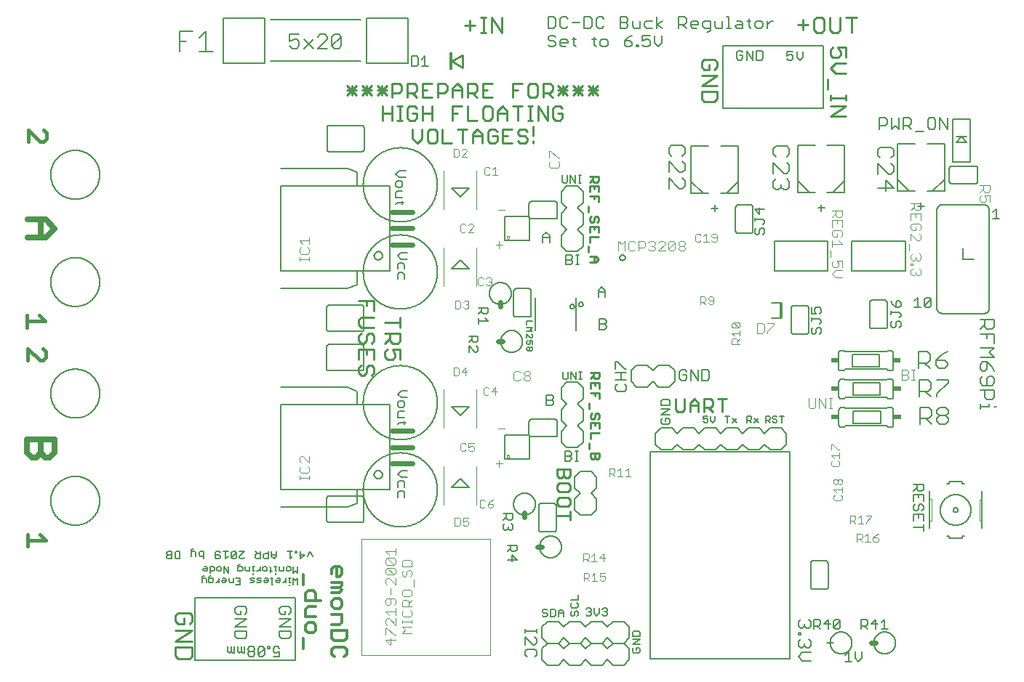
<source format=gto>
G04 EAGLE Gerber RS-274X export*
G75*
%MOMM*%
%FSLAX34Y34*%
%LPD*%
%INSilkscreen Top*%
%IPPOS*%
%AMOC8*
5,1,8,0,0,1.08239X$1,22.5*%
G01*
%ADD10C,0.660400*%
%ADD11C,0.177800*%
%ADD12C,0.127000*%
%ADD13C,0.152400*%
%ADD14C,0.304800*%
%ADD15C,0.254000*%
%ADD16C,0.203200*%
%ADD17C,0.431800*%
%ADD18C,0.101600*%
%ADD19C,0.076200*%
%ADD20C,0.609600*%
%ADD21C,0.279400*%
%ADD22C,0.100000*%
%ADD23R,0.300000X2.100000*%
%ADD24R,0.863600X0.609600*%
%ADD25R,0.300000X1.800000*%
%ADD26C,0.050800*%
%ADD27C,0.200000*%
%ADD28C,0.600000*%


D10*
X-55905Y281659D02*
X-24382Y281659D01*
X-24382Y265898D01*
X-29636Y260644D01*
X-34889Y260644D01*
X-40143Y265898D01*
X-45397Y260644D01*
X-50651Y260644D01*
X-55905Y265898D01*
X-55905Y281659D01*
X-40143Y281659D02*
X-40143Y265898D01*
X-34596Y537929D02*
X-55611Y537929D01*
X-34596Y537929D02*
X-24088Y527421D01*
X-34596Y516914D01*
X-55611Y516914D01*
X-39850Y516914D02*
X-39850Y537929D01*
D11*
X681734Y304517D02*
X683439Y306222D01*
X681734Y304517D02*
X681734Y301106D01*
X683439Y299401D01*
X690259Y299401D01*
X691964Y301106D01*
X691964Y304517D01*
X690259Y306222D01*
X686849Y306222D01*
X686849Y302812D01*
X691964Y310451D02*
X681734Y310451D01*
X691964Y317271D01*
X681734Y317271D01*
X681734Y321500D02*
X691964Y321500D01*
X691964Y326616D01*
X690259Y328321D01*
X683439Y328321D01*
X681734Y326616D01*
X681734Y321500D01*
D12*
X782212Y308687D02*
X782212Y301061D01*
X782212Y308687D02*
X786025Y308687D01*
X787296Y307416D01*
X787296Y304874D01*
X786025Y303603D01*
X782212Y303603D01*
X784754Y303603D02*
X787296Y301061D01*
X790398Y306145D02*
X795482Y301061D01*
X790398Y301061D02*
X795482Y306145D01*
X759342Y308775D02*
X759342Y301149D01*
X756800Y308775D02*
X761884Y308775D01*
X764986Y306233D02*
X770070Y301149D01*
X764986Y301149D02*
X770070Y306233D01*
X803536Y308803D02*
X803536Y301176D01*
X803536Y308803D02*
X807349Y308803D01*
X808620Y307532D01*
X808620Y304990D01*
X807349Y303719D01*
X803536Y303719D01*
X806078Y303719D02*
X808620Y301176D01*
X815535Y308803D02*
X816806Y307532D01*
X815535Y308803D02*
X812993Y308803D01*
X811722Y307532D01*
X811722Y306261D01*
X812993Y304990D01*
X815535Y304990D01*
X816806Y303719D01*
X816806Y302447D01*
X815535Y301176D01*
X812993Y301176D01*
X811722Y302447D01*
X822450Y301176D02*
X822450Y308803D01*
X824992Y308803D02*
X819907Y308803D01*
X736464Y308875D02*
X731379Y308875D01*
X731379Y305062D01*
X733922Y306333D01*
X735193Y306333D01*
X736464Y305062D01*
X736464Y302520D01*
X735193Y301249D01*
X732650Y301249D01*
X731379Y302520D01*
X739565Y303791D02*
X739565Y308875D01*
X739565Y303791D02*
X742107Y301249D01*
X744649Y303791D01*
X744649Y308875D01*
D13*
X1053380Y420892D02*
X1069650Y420892D01*
X1069650Y412757D01*
X1066938Y410045D01*
X1061515Y410045D01*
X1058803Y412757D01*
X1058803Y420892D01*
X1058803Y415469D02*
X1053380Y410045D01*
X1053380Y404520D02*
X1069650Y404520D01*
X1069650Y393674D01*
X1061515Y399097D02*
X1061515Y404520D01*
X1053380Y388149D02*
X1069650Y388149D01*
X1064227Y382725D01*
X1069650Y377302D01*
X1053380Y377302D01*
X1066938Y366354D02*
X1069650Y360931D01*
X1066938Y366354D02*
X1061515Y371777D01*
X1056092Y371777D01*
X1053380Y369065D01*
X1053380Y363642D01*
X1056092Y360931D01*
X1058803Y360931D01*
X1061515Y363642D01*
X1061515Y371777D01*
X1056092Y355406D02*
X1053380Y352694D01*
X1053380Y347271D01*
X1056092Y344559D01*
X1066938Y344559D01*
X1069650Y347271D01*
X1069650Y352694D01*
X1066938Y355406D01*
X1064227Y355406D01*
X1061515Y352694D01*
X1061515Y344559D01*
X1053380Y339034D02*
X1069650Y339034D01*
X1069650Y330899D01*
X1066938Y328187D01*
X1061515Y328187D01*
X1058803Y330899D01*
X1058803Y339034D01*
X1064227Y322662D02*
X1064227Y319951D01*
X1053380Y319951D01*
X1053380Y322662D02*
X1053380Y317239D01*
X1069650Y319951D02*
X1072361Y319951D01*
X523642Y60618D02*
X523642Y56042D01*
X523642Y58330D02*
X537370Y58330D01*
X537370Y60618D02*
X537370Y56042D01*
X523642Y51263D02*
X523642Y42111D01*
X523642Y51263D02*
X532794Y42111D01*
X535082Y42111D01*
X537370Y44399D01*
X537370Y48975D01*
X535082Y51263D01*
X537370Y30366D02*
X535082Y28078D01*
X537370Y30366D02*
X537370Y34942D01*
X535082Y37230D01*
X525930Y37230D01*
X523642Y34942D01*
X523642Y30366D01*
X525930Y28078D01*
X276160Y145297D02*
X273279Y151059D01*
X270398Y145297D01*
X262483Y142416D02*
X262483Y151059D01*
X266805Y146738D02*
X262483Y142416D01*
X261043Y146738D02*
X266805Y146738D01*
X257450Y149619D02*
X257450Y151059D01*
X257450Y149619D02*
X256009Y149619D01*
X256009Y151059D01*
X257450Y151059D01*
X252772Y145297D02*
X249891Y142416D01*
X249891Y151059D01*
X252772Y151059D02*
X247010Y151059D01*
X234062Y151059D02*
X234062Y145297D01*
X231181Y142416D01*
X228300Y145297D01*
X228300Y151059D01*
X228300Y146738D02*
X234062Y146738D01*
X224707Y151059D02*
X224707Y142416D01*
X220385Y142416D01*
X218944Y143856D01*
X218944Y146738D01*
X220385Y148178D01*
X224707Y148178D01*
X215352Y151059D02*
X215352Y142416D01*
X211030Y142416D01*
X209589Y143856D01*
X209589Y146738D01*
X211030Y148178D01*
X215352Y148178D01*
X212470Y148178D02*
X209589Y151059D01*
X196641Y151059D02*
X190879Y151059D01*
X196641Y151059D02*
X190879Y145297D01*
X190879Y143856D01*
X192319Y142416D01*
X195201Y142416D01*
X196641Y143856D01*
X187286Y143856D02*
X187286Y149619D01*
X187286Y143856D02*
X185845Y142416D01*
X182964Y142416D01*
X181524Y143856D01*
X181524Y149619D01*
X182964Y151059D01*
X185845Y151059D01*
X187286Y149619D01*
X181524Y143856D01*
X177931Y145297D02*
X175050Y142416D01*
X175050Y151059D01*
X177931Y151059D02*
X172169Y151059D01*
X168576Y149619D02*
X167135Y151059D01*
X164254Y151059D01*
X162813Y149619D01*
X162813Y143856D01*
X164254Y142416D01*
X167135Y142416D01*
X168576Y143856D01*
X168576Y145297D01*
X167135Y146738D01*
X162813Y146738D01*
X149865Y151059D02*
X149865Y142416D01*
X149865Y151059D02*
X145544Y151059D01*
X144103Y149619D01*
X144103Y146738D01*
X145544Y145297D01*
X149865Y145297D01*
X140510Y145297D02*
X140510Y149619D01*
X139069Y151059D01*
X134748Y151059D01*
X134748Y152500D02*
X134748Y145297D01*
X134748Y152500D02*
X136188Y153940D01*
X137629Y153940D01*
X121800Y151059D02*
X121800Y142416D01*
X121800Y151059D02*
X117478Y151059D01*
X116037Y149619D01*
X116037Y143856D01*
X117478Y142416D01*
X121800Y142416D01*
X112444Y142416D02*
X112444Y151059D01*
X112444Y142416D02*
X108123Y142416D01*
X106682Y143856D01*
X106682Y145297D01*
X108123Y146738D01*
X106682Y148178D01*
X106682Y149619D01*
X108123Y151059D01*
X112444Y151059D01*
X112444Y146738D02*
X108123Y146738D01*
D14*
X298780Y130429D02*
X298780Y124666D01*
X298780Y130429D02*
X301661Y133310D01*
X307423Y133310D01*
X310305Y130429D01*
X310305Y124666D01*
X307423Y121785D01*
X304542Y121785D01*
X304542Y133310D01*
X298780Y114599D02*
X310305Y114599D01*
X310305Y111718D01*
X307423Y108837D01*
X298780Y108837D01*
X307423Y108837D02*
X310305Y105956D01*
X307423Y103075D01*
X298780Y103075D01*
X298780Y93008D02*
X298780Y87246D01*
X301661Y84365D01*
X307423Y84365D01*
X310305Y87246D01*
X310305Y93008D01*
X307423Y95889D01*
X301661Y95889D01*
X298780Y93008D01*
X298780Y77179D02*
X310305Y77179D01*
X310305Y68535D01*
X307423Y65654D01*
X298780Y65654D01*
X298780Y58468D02*
X316067Y58468D01*
X298780Y58468D02*
X298780Y49825D01*
X301661Y46944D01*
X313186Y46944D01*
X316067Y49825D01*
X316067Y58468D01*
X316067Y31115D02*
X313186Y28233D01*
X316067Y31115D02*
X316067Y36877D01*
X313186Y39758D01*
X301661Y39758D01*
X298780Y36877D01*
X298780Y31115D01*
X301661Y28233D01*
X265419Y112430D02*
X265419Y123955D01*
X268300Y93720D02*
X285587Y93720D01*
X268300Y93720D02*
X268300Y102363D01*
X271181Y105244D01*
X276943Y105244D01*
X279825Y102363D01*
X279825Y93720D01*
X279825Y86534D02*
X271181Y86534D01*
X268300Y83653D01*
X268300Y75009D01*
X279825Y75009D01*
X268300Y64942D02*
X268300Y59180D01*
X271181Y56299D01*
X276943Y56299D01*
X279825Y59180D01*
X279825Y64942D01*
X276943Y67824D01*
X271181Y67824D01*
X268300Y64942D01*
X265419Y49113D02*
X265419Y37589D01*
D12*
X258878Y112183D02*
X258878Y119810D01*
X256336Y117268D01*
X253793Y119810D01*
X253793Y112183D01*
X250692Y114725D02*
X249421Y114725D01*
X249421Y119810D01*
X250692Y119810D02*
X248150Y119810D01*
X249421Y112183D02*
X249421Y110912D01*
X245235Y114725D02*
X245235Y119810D01*
X245235Y117268D02*
X242693Y114725D01*
X241421Y114725D01*
X237142Y119810D02*
X234600Y119810D01*
X237142Y119810D02*
X238413Y118539D01*
X238413Y115996D01*
X237142Y114725D01*
X234600Y114725D01*
X233329Y115996D01*
X233329Y117268D01*
X238413Y117268D01*
X230227Y112183D02*
X228956Y112183D01*
X228956Y119810D01*
X230227Y119810D02*
X227685Y119810D01*
X223499Y119810D02*
X220957Y119810D01*
X223499Y119810D02*
X224770Y118539D01*
X224770Y115996D01*
X223499Y114725D01*
X220957Y114725D01*
X219686Y115996D01*
X219686Y117268D01*
X224770Y117268D01*
X216585Y119810D02*
X212771Y119810D01*
X211500Y118539D01*
X212771Y117268D01*
X215313Y117268D01*
X216585Y115996D01*
X215313Y114725D01*
X211500Y114725D01*
X208399Y119810D02*
X204585Y119810D01*
X203314Y118539D01*
X204585Y117268D01*
X207128Y117268D01*
X208399Y115996D01*
X207128Y114725D01*
X203314Y114725D01*
X192027Y112183D02*
X186943Y112183D01*
X192027Y112183D02*
X192027Y119810D01*
X186943Y119810D01*
X189485Y115996D02*
X192027Y115996D01*
X183841Y114725D02*
X183841Y119810D01*
X183841Y114725D02*
X180028Y114725D01*
X178757Y115996D01*
X178757Y119810D01*
X174385Y119810D02*
X171842Y119810D01*
X174385Y119810D02*
X175656Y118539D01*
X175656Y115996D01*
X174385Y114725D01*
X171842Y114725D01*
X170571Y115996D01*
X170571Y117268D01*
X175656Y117268D01*
X167470Y119810D02*
X167470Y114725D01*
X164928Y114725D02*
X167470Y117268D01*
X164928Y114725D02*
X163657Y114725D01*
X158106Y122352D02*
X156835Y122352D01*
X155564Y121081D01*
X155564Y114725D01*
X159377Y114725D01*
X160648Y115996D01*
X160648Y118539D01*
X159377Y119810D01*
X155564Y119810D01*
X152463Y118539D02*
X152463Y114725D01*
X152463Y118539D02*
X151192Y119810D01*
X147378Y119810D01*
X147378Y121081D02*
X147378Y114725D01*
X147378Y121081D02*
X148649Y122352D01*
X149920Y122352D01*
X258878Y125518D02*
X258878Y133145D01*
X256336Y128060D02*
X258878Y125518D01*
X256336Y128060D02*
X253793Y125518D01*
X253793Y133145D01*
X249421Y133145D02*
X246879Y133145D01*
X245608Y131874D01*
X245608Y129331D01*
X246879Y128060D01*
X249421Y128060D01*
X250692Y129331D01*
X250692Y131874D01*
X249421Y133145D01*
X242506Y133145D02*
X242506Y128060D01*
X238693Y128060D01*
X237422Y129331D01*
X237422Y133145D01*
X234320Y128060D02*
X233049Y128060D01*
X233049Y133145D01*
X234320Y133145D02*
X231778Y133145D01*
X233049Y125518D02*
X233049Y124247D01*
X227592Y126789D02*
X227592Y131874D01*
X226321Y133145D01*
X226321Y128060D02*
X228863Y128060D01*
X222135Y133145D02*
X219593Y133145D01*
X218322Y131874D01*
X218322Y129331D01*
X219593Y128060D01*
X222135Y128060D01*
X223406Y129331D01*
X223406Y131874D01*
X222135Y133145D01*
X215220Y133145D02*
X215220Y128060D01*
X212678Y128060D02*
X215220Y130603D01*
X212678Y128060D02*
X211407Y128060D01*
X208399Y128060D02*
X207128Y128060D01*
X207128Y133145D01*
X208399Y133145D02*
X205857Y133145D01*
X207128Y125518D02*
X207128Y124247D01*
X202942Y128060D02*
X202942Y133145D01*
X202942Y128060D02*
X199128Y128060D01*
X197857Y129331D01*
X197857Y133145D01*
X192214Y135687D02*
X190943Y135687D01*
X189671Y134416D01*
X189671Y128060D01*
X193485Y128060D01*
X194756Y129331D01*
X194756Y131874D01*
X193485Y133145D01*
X189671Y133145D01*
X178384Y133145D02*
X178384Y125518D01*
X173300Y133145D01*
X173300Y125518D01*
X168927Y133145D02*
X166385Y133145D01*
X165114Y131874D01*
X165114Y129331D01*
X166385Y128060D01*
X168927Y128060D01*
X170198Y129331D01*
X170198Y131874D01*
X168927Y133145D01*
X156928Y133145D02*
X156928Y125518D01*
X156928Y133145D02*
X160742Y133145D01*
X162013Y131874D01*
X162013Y129331D01*
X160742Y128060D01*
X156928Y128060D01*
X152556Y133145D02*
X150014Y133145D01*
X152556Y133145D02*
X153827Y131874D01*
X153827Y129331D01*
X152556Y128060D01*
X150014Y128060D01*
X148743Y129331D01*
X148743Y130603D01*
X153827Y130603D01*
X567648Y352897D02*
X567648Y360311D01*
X567648Y352897D02*
X569131Y351414D01*
X572097Y351414D01*
X573580Y352897D01*
X573580Y360311D01*
X577003Y360311D02*
X577003Y351414D01*
X582935Y351414D02*
X577003Y360311D01*
X582935Y360311D02*
X582935Y351414D01*
X586358Y351414D02*
X589324Y351414D01*
X587841Y351414D02*
X587841Y360311D01*
X586358Y360311D02*
X589324Y360311D01*
X567215Y581891D02*
X567215Y589306D01*
X567215Y581891D02*
X568698Y580408D01*
X571664Y580408D01*
X573147Y581891D01*
X573147Y589306D01*
X576570Y589306D02*
X576570Y580408D01*
X582502Y580408D02*
X576570Y589306D01*
X582502Y589306D02*
X582502Y580408D01*
X585926Y580408D02*
X588891Y580408D01*
X587409Y580408D02*
X587409Y589306D01*
X588891Y589306D02*
X585926Y589306D01*
D13*
X571134Y496505D02*
X571134Y485320D01*
X571134Y496505D02*
X576727Y496505D01*
X578591Y494641D01*
X578591Y492777D01*
X576727Y490913D01*
X578591Y489048D01*
X578591Y487184D01*
X576727Y485320D01*
X571134Y485320D01*
X571134Y490913D02*
X576727Y490913D01*
X582828Y485320D02*
X586557Y485320D01*
X584693Y485320D02*
X584693Y496505D01*
X586557Y496505D02*
X582828Y496505D01*
X570104Y267682D02*
X570104Y256497D01*
X570104Y267682D02*
X575696Y267682D01*
X577561Y265818D01*
X577561Y263954D01*
X575696Y262089D01*
X577561Y260225D01*
X577561Y258361D01*
X575696Y256497D01*
X570104Y256497D01*
X570104Y262089D02*
X575696Y262089D01*
X581798Y256497D02*
X585526Y256497D01*
X583662Y256497D02*
X583662Y267682D01*
X581798Y267682D02*
X585526Y267682D01*
D15*
X327481Y682952D02*
X316465Y693969D01*
X327481Y693969D02*
X316465Y682952D01*
X316465Y688460D02*
X327481Y688460D01*
X321973Y682952D02*
X321973Y693969D01*
X334006Y693969D02*
X345022Y682952D01*
X334006Y682952D02*
X345022Y693969D01*
X345022Y688460D02*
X334006Y688460D01*
X339514Y682952D02*
X339514Y693969D01*
X351547Y693969D02*
X362563Y682952D01*
X351547Y682952D02*
X362563Y693969D01*
X362563Y688460D02*
X351547Y688460D01*
X357055Y682952D02*
X357055Y693969D01*
X369088Y696723D02*
X369088Y680198D01*
X369088Y696723D02*
X377350Y696723D01*
X380104Y693969D01*
X380104Y688460D01*
X377350Y685706D01*
X369088Y685706D01*
X386629Y680198D02*
X386629Y696723D01*
X394891Y696723D01*
X397645Y693969D01*
X397645Y688460D01*
X394891Y685706D01*
X386629Y685706D01*
X392137Y685706D02*
X397645Y680198D01*
X404170Y696723D02*
X415186Y696723D01*
X404170Y696723D02*
X404170Y680198D01*
X415186Y680198D01*
X409678Y688460D02*
X404170Y688460D01*
X421711Y680198D02*
X421711Y696723D01*
X429973Y696723D01*
X432727Y693969D01*
X432727Y688460D01*
X429973Y685706D01*
X421711Y685706D01*
X439252Y680198D02*
X439252Y691215D01*
X444760Y696723D01*
X450268Y691215D01*
X450268Y680198D01*
X450268Y688460D02*
X439252Y688460D01*
X456793Y680198D02*
X456793Y696723D01*
X465055Y696723D01*
X467809Y693969D01*
X467809Y688460D01*
X465055Y685706D01*
X456793Y685706D01*
X462301Y685706D02*
X467809Y680198D01*
X474334Y696723D02*
X485350Y696723D01*
X474334Y696723D02*
X474334Y680198D01*
X485350Y680198D01*
X479842Y688460D02*
X474334Y688460D01*
X509416Y680198D02*
X509416Y696723D01*
X520432Y696723D01*
X514924Y688460D02*
X509416Y688460D01*
X529711Y696723D02*
X535219Y696723D01*
X529711Y696723D02*
X526957Y693969D01*
X526957Y682952D01*
X529711Y680198D01*
X535219Y680198D01*
X537973Y682952D01*
X537973Y693969D01*
X535219Y696723D01*
X544497Y696723D02*
X544497Y680198D01*
X544497Y696723D02*
X552760Y696723D01*
X555514Y693969D01*
X555514Y688460D01*
X552760Y685706D01*
X544497Y685706D01*
X550006Y685706D02*
X555514Y680198D01*
X562038Y693969D02*
X573055Y682952D01*
X562038Y682952D02*
X573055Y693969D01*
X573055Y688460D02*
X562038Y688460D01*
X567546Y682952D02*
X567546Y693969D01*
X579579Y693969D02*
X590595Y682952D01*
X579579Y682952D02*
X590595Y693969D01*
X590595Y688460D02*
X579579Y688460D01*
X585087Y682952D02*
X585087Y693969D01*
X597120Y693969D02*
X608136Y682952D01*
X597120Y682952D02*
X608136Y693969D01*
X608136Y688460D02*
X597120Y688460D01*
X602628Y682952D02*
X602628Y693969D01*
X357394Y670053D02*
X357394Y653528D01*
X357394Y661790D02*
X368410Y661790D01*
X368410Y653528D02*
X368410Y670053D01*
X374935Y653528D02*
X380443Y653528D01*
X377689Y653528D02*
X377689Y670053D01*
X374935Y670053D02*
X380443Y670053D01*
X394891Y670053D02*
X397645Y667299D01*
X394891Y670053D02*
X389383Y670053D01*
X386629Y667299D01*
X386629Y656282D01*
X389383Y653528D01*
X394891Y653528D01*
X397645Y656282D01*
X397645Y661790D01*
X392137Y661790D01*
X404170Y653528D02*
X404170Y670053D01*
X404170Y661790D02*
X415186Y661790D01*
X415186Y653528D02*
X415186Y670053D01*
X439252Y670053D02*
X439252Y653528D01*
X439252Y670053D02*
X450268Y670053D01*
X444760Y661790D02*
X439252Y661790D01*
X456793Y670053D02*
X456793Y653528D01*
X467809Y653528D01*
X477088Y670053D02*
X482596Y670053D01*
X477088Y670053D02*
X474334Y667299D01*
X474334Y656282D01*
X477088Y653528D01*
X482596Y653528D01*
X485350Y656282D01*
X485350Y667299D01*
X482596Y670053D01*
X491875Y664545D02*
X491875Y653528D01*
X491875Y664545D02*
X497383Y670053D01*
X502891Y664545D01*
X502891Y653528D01*
X502891Y661790D02*
X491875Y661790D01*
X514924Y653528D02*
X514924Y670053D01*
X509416Y670053D02*
X520432Y670053D01*
X526957Y653528D02*
X532465Y653528D01*
X529711Y653528D02*
X529711Y670053D01*
X526957Y670053D02*
X532465Y670053D01*
X538651Y670053D02*
X538651Y653528D01*
X549667Y653528D02*
X538651Y670053D01*
X549667Y670053D02*
X549667Y653528D01*
X564454Y670053D02*
X567208Y667299D01*
X564454Y670053D02*
X558945Y670053D01*
X556191Y667299D01*
X556191Y656282D01*
X558945Y653528D01*
X564454Y653528D01*
X567208Y656282D01*
X567208Y661790D01*
X561700Y661790D01*
X392476Y643383D02*
X392476Y632366D01*
X397984Y626858D01*
X403492Y632366D01*
X403492Y643383D01*
X412771Y643383D02*
X418279Y643383D01*
X412771Y643383D02*
X410017Y640629D01*
X410017Y629612D01*
X412771Y626858D01*
X418279Y626858D01*
X421033Y629612D01*
X421033Y640629D01*
X418279Y643383D01*
X427558Y643383D02*
X427558Y626858D01*
X438574Y626858D01*
X450607Y626858D02*
X450607Y643383D01*
X445099Y643383D02*
X456115Y643383D01*
X462640Y637875D02*
X462640Y626858D01*
X462640Y637875D02*
X468148Y643383D01*
X473656Y637875D01*
X473656Y626858D01*
X473656Y635120D02*
X462640Y635120D01*
X488443Y643383D02*
X491197Y640629D01*
X488443Y643383D02*
X482935Y643383D01*
X480181Y640629D01*
X480181Y629612D01*
X482935Y626858D01*
X488443Y626858D01*
X491197Y629612D01*
X491197Y635120D01*
X485689Y635120D01*
X497722Y643383D02*
X508738Y643383D01*
X497722Y643383D02*
X497722Y626858D01*
X508738Y626858D01*
X503230Y635120D02*
X497722Y635120D01*
X523525Y643383D02*
X526279Y640629D01*
X523525Y643383D02*
X518017Y643383D01*
X515263Y640629D01*
X515263Y637875D01*
X518017Y635120D01*
X523525Y635120D01*
X526279Y632366D01*
X526279Y629612D01*
X523525Y626858D01*
X518017Y626858D01*
X515263Y629612D01*
X532804Y629612D02*
X532804Y626858D01*
X532804Y635120D02*
X532804Y646137D01*
D11*
X631017Y346119D02*
X628941Y344043D01*
X628941Y339891D01*
X631017Y337815D01*
X639321Y337815D01*
X641397Y339891D01*
X641397Y344043D01*
X639321Y346119D01*
X641397Y350912D02*
X628941Y350912D01*
X635169Y350912D02*
X635169Y359216D01*
X628941Y359216D02*
X641397Y359216D01*
X628941Y364009D02*
X628941Y372314D01*
X631017Y372314D01*
X639321Y364009D01*
X641397Y364009D01*
D12*
X900063Y33952D02*
X896250Y30139D01*
X900063Y33952D02*
X900063Y22513D01*
X896250Y22513D02*
X903876Y22513D01*
X907944Y26326D02*
X907944Y33952D01*
X907944Y26326D02*
X911757Y22513D01*
X915570Y26326D01*
X915570Y33952D01*
D11*
X711857Y360657D02*
X709781Y362733D01*
X705629Y362733D01*
X703553Y360657D01*
X703553Y352353D01*
X705629Y350277D01*
X709781Y350277D01*
X711857Y352353D01*
X711857Y356505D01*
X707705Y356505D01*
X716650Y350277D02*
X716650Y362733D01*
X724955Y350277D01*
X724955Y362733D01*
X729747Y362733D02*
X729747Y350277D01*
X735976Y350277D01*
X738052Y352353D01*
X738052Y360657D01*
X735976Y362733D01*
X729747Y362733D01*
D16*
X550443Y760788D02*
X550443Y774008D01*
X550443Y760788D02*
X557052Y760788D01*
X559255Y762992D01*
X559255Y771804D01*
X557052Y774008D01*
X550443Y774008D01*
X571085Y774008D02*
X573288Y771804D01*
X571085Y774008D02*
X566679Y774008D01*
X564475Y771804D01*
X564475Y762992D01*
X566679Y760788D01*
X571085Y760788D01*
X573288Y762992D01*
X578508Y767398D02*
X587321Y767398D01*
X592541Y774008D02*
X592541Y760788D01*
X599151Y760788D01*
X601354Y762992D01*
X601354Y771804D01*
X599151Y774008D01*
X592541Y774008D01*
X613183Y774008D02*
X615387Y771804D01*
X613183Y774008D02*
X608777Y774008D01*
X606574Y771804D01*
X606574Y762992D01*
X608777Y760788D01*
X613183Y760788D01*
X615387Y762992D01*
X634639Y760788D02*
X634639Y774008D01*
X641249Y774008D01*
X643452Y771804D01*
X643452Y769601D01*
X641249Y767398D01*
X643452Y765195D01*
X643452Y762992D01*
X641249Y760788D01*
X634639Y760788D01*
X634639Y767398D02*
X641249Y767398D01*
X648672Y769601D02*
X648672Y762992D01*
X650875Y760788D01*
X657485Y760788D01*
X657485Y769601D01*
X664908Y769601D02*
X671518Y769601D01*
X664908Y769601D02*
X662705Y767398D01*
X662705Y762992D01*
X664908Y760788D01*
X671518Y760788D01*
X676738Y760788D02*
X676738Y774008D01*
X676738Y765195D02*
X683347Y760788D01*
X676738Y765195D02*
X683347Y769601D01*
X702464Y774008D02*
X702464Y760788D01*
X702464Y774008D02*
X709074Y774008D01*
X711277Y771804D01*
X711277Y767398D01*
X709074Y765195D01*
X702464Y765195D01*
X706871Y765195D02*
X711277Y760788D01*
X718700Y760788D02*
X723107Y760788D01*
X718700Y760788D02*
X716497Y762992D01*
X716497Y767398D01*
X718700Y769601D01*
X723107Y769601D01*
X725310Y767398D01*
X725310Y765195D01*
X716497Y765195D01*
X734936Y756382D02*
X737140Y756382D01*
X739343Y758585D01*
X739343Y769601D01*
X732733Y769601D01*
X730530Y767398D01*
X730530Y762992D01*
X732733Y760788D01*
X739343Y760788D01*
X744563Y762992D02*
X744563Y769601D01*
X744563Y762992D02*
X746766Y760788D01*
X753376Y760788D01*
X753376Y769601D01*
X758596Y774008D02*
X760799Y774008D01*
X760799Y760788D01*
X758596Y760788D02*
X763002Y760788D01*
X770154Y769601D02*
X774560Y769601D01*
X776764Y767398D01*
X776764Y760788D01*
X770154Y760788D01*
X767951Y762992D01*
X770154Y765195D01*
X776764Y765195D01*
X784187Y762992D02*
X784187Y771804D01*
X784187Y762992D02*
X786390Y760788D01*
X786390Y769601D02*
X781983Y769601D01*
X793542Y760788D02*
X797948Y760788D01*
X800152Y762992D01*
X800152Y767398D01*
X797948Y769601D01*
X793542Y769601D01*
X791339Y767398D01*
X791339Y762992D01*
X793542Y760788D01*
X805371Y760788D02*
X805371Y769601D01*
X805371Y765195D02*
X809778Y769601D01*
X811981Y769601D01*
X559255Y750468D02*
X557052Y752672D01*
X552646Y752672D01*
X550443Y750468D01*
X550443Y748265D01*
X552646Y746062D01*
X557052Y746062D01*
X559255Y743859D01*
X559255Y741656D01*
X557052Y739452D01*
X552646Y739452D01*
X550443Y741656D01*
X566679Y739452D02*
X571085Y739452D01*
X566679Y739452D02*
X564475Y741656D01*
X564475Y746062D01*
X566679Y748265D01*
X571085Y748265D01*
X573288Y746062D01*
X573288Y743859D01*
X564475Y743859D01*
X580711Y741656D02*
X580711Y750468D01*
X580711Y741656D02*
X582915Y739452D01*
X582915Y748265D02*
X578508Y748265D01*
X604099Y750468D02*
X604099Y741656D01*
X606303Y739452D01*
X606303Y748265D02*
X601896Y748265D01*
X613455Y739452D02*
X617861Y739452D01*
X620064Y741656D01*
X620064Y746062D01*
X617861Y748265D01*
X613455Y748265D01*
X611251Y746062D01*
X611251Y741656D01*
X613455Y739452D01*
X643723Y750468D02*
X648130Y752672D01*
X643723Y750468D02*
X639317Y746062D01*
X639317Y741656D01*
X641520Y739452D01*
X645927Y739452D01*
X648130Y741656D01*
X648130Y743859D01*
X645927Y746062D01*
X639317Y746062D01*
X653350Y741656D02*
X653350Y739452D01*
X653350Y741656D02*
X655553Y741656D01*
X655553Y739452D01*
X653350Y739452D01*
X660366Y752672D02*
X669179Y752672D01*
X660366Y752672D02*
X660366Y746062D01*
X664772Y748265D01*
X666976Y748265D01*
X669179Y746062D01*
X669179Y741656D01*
X666976Y739452D01*
X662569Y739452D01*
X660366Y741656D01*
X674399Y743859D02*
X674399Y752672D01*
X674399Y743859D02*
X678805Y739452D01*
X683212Y743859D01*
X683212Y752672D01*
D15*
X744040Y712836D02*
X747006Y715802D01*
X747006Y721734D01*
X744040Y724699D01*
X732176Y724699D01*
X729211Y721734D01*
X729211Y715802D01*
X732176Y712836D01*
X738108Y712836D01*
X738108Y718768D01*
X729211Y705989D02*
X747006Y705989D01*
X729211Y694126D01*
X747006Y694126D01*
X747006Y687279D02*
X729211Y687279D01*
X729211Y678381D01*
X732176Y675415D01*
X744040Y675415D01*
X747006Y678381D01*
X747006Y687279D01*
X896996Y726775D02*
X896996Y738638D01*
X888099Y738638D01*
X891065Y732707D01*
X891065Y729741D01*
X888099Y726775D01*
X882167Y726775D01*
X879201Y729741D01*
X879201Y735673D01*
X882167Y738638D01*
X885133Y719928D02*
X896996Y719928D01*
X885133Y719928D02*
X879201Y713996D01*
X885133Y708065D01*
X896996Y708065D01*
X876235Y701218D02*
X876235Y689354D01*
X879201Y682507D02*
X879201Y676576D01*
X879201Y679541D02*
X896996Y679541D01*
X896996Y676576D02*
X896996Y682507D01*
X896996Y670034D02*
X879201Y670034D01*
X879201Y658170D02*
X896996Y670034D01*
X896996Y658170D02*
X879201Y658170D01*
X465260Y764416D02*
X453397Y764416D01*
X459329Y770347D02*
X459329Y758484D01*
X472107Y755518D02*
X478039Y755518D01*
X475073Y755518D02*
X475073Y773313D01*
X472107Y773313D02*
X478039Y773313D01*
X484581Y773313D02*
X484581Y755518D01*
X496444Y755518D02*
X484581Y773313D01*
X496444Y773313D02*
X496444Y755518D01*
X841357Y764763D02*
X853221Y764763D01*
X847289Y758832D02*
X847289Y770695D01*
X863033Y773661D02*
X868965Y773661D01*
X863033Y773661D02*
X860067Y770695D01*
X860067Y758832D01*
X863033Y755866D01*
X868965Y755866D01*
X871931Y758832D01*
X871931Y770695D01*
X868965Y773661D01*
X878778Y773661D02*
X878778Y758832D01*
X881744Y755866D01*
X887675Y755866D01*
X890641Y758832D01*
X890641Y773661D01*
X903420Y773661D02*
X903420Y755866D01*
X897488Y773661D02*
X909352Y773661D01*
D11*
X936239Y656595D02*
X936239Y643121D01*
X936239Y656595D02*
X942976Y656595D01*
X945221Y654349D01*
X945221Y649858D01*
X942976Y647612D01*
X936239Y647612D01*
X950272Y643121D02*
X950272Y656595D01*
X954763Y647612D02*
X950272Y643121D01*
X954763Y647612D02*
X959254Y643121D01*
X959254Y656595D01*
X964304Y656595D02*
X964304Y643121D01*
X964304Y656595D02*
X971041Y656595D01*
X973287Y654349D01*
X973287Y649858D01*
X971041Y647612D01*
X964304Y647612D01*
X968796Y647612D02*
X973287Y643121D01*
X978337Y640876D02*
X987320Y640876D01*
X994616Y656595D02*
X999107Y656595D01*
X994616Y656595D02*
X992370Y654349D01*
X992370Y645367D01*
X994616Y643121D01*
X999107Y643121D01*
X1001352Y645367D01*
X1001352Y654349D01*
X999107Y656595D01*
X1006403Y656595D02*
X1006403Y643121D01*
X1015385Y643121D02*
X1006403Y656595D01*
X1015385Y656595D02*
X1015385Y643121D01*
D15*
X378174Y418180D02*
X360379Y418180D01*
X378174Y424112D02*
X378174Y412248D01*
X378174Y405401D02*
X360379Y405401D01*
X378174Y405401D02*
X378174Y396504D01*
X375208Y393538D01*
X369276Y393538D01*
X366310Y396504D01*
X366310Y405401D01*
X366310Y399470D02*
X360379Y393538D01*
X378174Y386691D02*
X378174Y374828D01*
X378174Y386691D02*
X369276Y386691D01*
X372242Y380759D01*
X372242Y377793D01*
X369276Y374828D01*
X363345Y374828D01*
X360379Y377793D01*
X360379Y383725D01*
X363345Y386691D01*
X347694Y442822D02*
X329899Y442822D01*
X347694Y442822D02*
X347694Y430959D01*
X338796Y436890D02*
X338796Y442822D01*
X332865Y424112D02*
X347694Y424112D01*
X332865Y424112D02*
X329899Y421146D01*
X329899Y415214D01*
X332865Y412248D01*
X347694Y412248D01*
X347694Y396504D02*
X344728Y393538D01*
X347694Y396504D02*
X347694Y402436D01*
X344728Y405401D01*
X341762Y405401D01*
X338796Y402436D01*
X338796Y396504D01*
X335830Y393538D01*
X332865Y393538D01*
X329899Y396504D01*
X329899Y402436D01*
X332865Y405401D01*
X347694Y386691D02*
X347694Y374828D01*
X347694Y386691D02*
X329899Y386691D01*
X329899Y374828D01*
X338796Y380759D02*
X338796Y386691D01*
X347694Y359083D02*
X344728Y356117D01*
X347694Y359083D02*
X347694Y365015D01*
X344728Y367981D01*
X341762Y367981D01*
X338796Y365015D01*
X338796Y359083D01*
X335830Y356117D01*
X332865Y356117D01*
X329899Y359083D01*
X329899Y365015D01*
X332865Y367981D01*
D13*
X260529Y753632D02*
X249682Y753632D01*
X249682Y745497D01*
X255105Y748209D01*
X257817Y748209D01*
X260529Y745497D01*
X260529Y740074D01*
X257817Y737362D01*
X252394Y737362D01*
X249682Y740074D01*
X266054Y748209D02*
X276900Y737362D01*
X266054Y737362D02*
X276900Y748209D01*
X282425Y737362D02*
X293272Y737362D01*
X282425Y737362D02*
X293272Y748209D01*
X293272Y750920D01*
X290560Y753632D01*
X285137Y753632D01*
X282425Y750920D01*
X298797Y750920D02*
X298797Y740074D01*
X298797Y750920D02*
X301508Y753632D01*
X306932Y753632D01*
X309643Y750920D01*
X309643Y740074D01*
X306932Y737362D01*
X301508Y737362D01*
X298797Y740074D01*
X309643Y750920D01*
D11*
X548559Y333435D02*
X548559Y321233D01*
X548559Y333435D02*
X554660Y333435D01*
X556694Y331402D01*
X556694Y329368D01*
X554660Y327334D01*
X556694Y325301D01*
X556694Y323267D01*
X554660Y321233D01*
X548559Y321233D01*
X548559Y327334D02*
X554660Y327334D01*
X544330Y511023D02*
X544330Y519158D01*
X548398Y523225D01*
X552465Y519158D01*
X552465Y511023D01*
X552465Y517124D02*
X544330Y517124D01*
D15*
X136296Y69733D02*
X133050Y66487D01*
X136296Y69733D02*
X136296Y76225D01*
X133050Y79471D01*
X120066Y79471D01*
X116820Y76225D01*
X116820Y69733D01*
X120066Y66487D01*
X126558Y66487D01*
X126558Y72979D01*
X116820Y59214D02*
X136296Y59214D01*
X116820Y46229D01*
X136296Y46229D01*
X136296Y38957D02*
X116820Y38957D01*
X116820Y29218D01*
X120066Y25972D01*
X133050Y25972D01*
X136296Y29218D01*
X136296Y38957D01*
D13*
X230338Y28750D02*
X237795Y28750D01*
X237795Y34343D01*
X234067Y32479D01*
X232202Y32479D01*
X230338Y34343D01*
X230338Y38071D01*
X232202Y39936D01*
X235931Y39936D01*
X237795Y38071D01*
X226101Y38071D02*
X226101Y39936D01*
X226101Y38071D02*
X224237Y38071D01*
X224237Y39936D01*
X226101Y39936D01*
X220254Y38071D02*
X220254Y30614D01*
X218390Y28750D01*
X214661Y28750D01*
X212797Y30614D01*
X212797Y38071D01*
X214661Y39936D01*
X218390Y39936D01*
X220254Y38071D01*
X212797Y30614D01*
X208560Y30614D02*
X206696Y28750D01*
X202967Y28750D01*
X201103Y30614D01*
X201103Y32479D01*
X202967Y34343D01*
X201103Y36207D01*
X201103Y38071D01*
X202967Y39936D01*
X206696Y39936D01*
X208560Y38071D01*
X208560Y36207D01*
X206696Y34343D01*
X208560Y32479D01*
X208560Y30614D01*
X206696Y34343D02*
X202967Y34343D01*
X196866Y32479D02*
X196866Y39936D01*
X196866Y32479D02*
X195002Y32479D01*
X193138Y34343D01*
X193138Y39936D01*
X193138Y34343D02*
X191273Y32479D01*
X189409Y34343D01*
X189409Y39936D01*
X185172Y39936D02*
X185172Y32479D01*
X183308Y32479D01*
X181444Y34343D01*
X181444Y39936D01*
X181444Y34343D02*
X179579Y32479D01*
X177715Y34343D01*
X177715Y39936D01*
D12*
X548141Y83772D02*
X549624Y82290D01*
X548141Y83772D02*
X545175Y83772D01*
X543692Y82290D01*
X543692Y80807D01*
X545175Y79324D01*
X548141Y79324D01*
X549624Y77841D01*
X549624Y76358D01*
X548141Y74875D01*
X545175Y74875D01*
X543692Y76358D01*
X553047Y74875D02*
X553047Y83772D01*
X553047Y74875D02*
X557496Y74875D01*
X558979Y76358D01*
X558979Y82290D01*
X557496Y83772D01*
X553047Y83772D01*
X562402Y80807D02*
X562402Y74875D01*
X562402Y80807D02*
X565368Y83772D01*
X568334Y80807D01*
X568334Y74875D01*
X568334Y79324D02*
X562402Y79324D01*
X576733Y80009D02*
X578216Y81492D01*
X576733Y80009D02*
X576733Y77044D01*
X578216Y75561D01*
X579699Y75561D01*
X581182Y77044D01*
X581182Y80009D01*
X582665Y81492D01*
X584148Y81492D01*
X585631Y80009D01*
X585631Y77044D01*
X584148Y75561D01*
X576733Y89365D02*
X578216Y90848D01*
X576733Y89365D02*
X576733Y86399D01*
X578216Y84916D01*
X584148Y84916D01*
X585631Y86399D01*
X585631Y89365D01*
X584148Y90848D01*
X585631Y94271D02*
X576733Y94271D01*
X585631Y94271D02*
X585631Y100203D01*
X596033Y84944D02*
X594550Y83461D01*
X596033Y84944D02*
X598998Y84944D01*
X600481Y83461D01*
X600481Y81978D01*
X598998Y80495D01*
X597516Y80495D01*
X598998Y80495D02*
X600481Y79012D01*
X600481Y77530D01*
X598998Y76047D01*
X596033Y76047D01*
X594550Y77530D01*
X603905Y79012D02*
X603905Y84944D01*
X603905Y79012D02*
X606871Y76047D01*
X609837Y79012D01*
X609837Y84944D01*
X613260Y83461D02*
X614743Y84944D01*
X617709Y84944D01*
X619192Y83461D01*
X619192Y81978D01*
X617709Y80495D01*
X616226Y80495D01*
X617709Y80495D02*
X619192Y79012D01*
X619192Y77530D01*
X617709Y76047D01*
X614743Y76047D01*
X613260Y77530D01*
X650122Y38935D02*
X648639Y37452D01*
X648639Y34486D01*
X650122Y33003D01*
X656053Y33003D01*
X657536Y34486D01*
X657536Y37452D01*
X656053Y38935D01*
X653087Y38935D01*
X653087Y35969D01*
X648639Y42358D02*
X657536Y42358D01*
X657536Y48290D02*
X648639Y42358D01*
X648639Y48290D02*
X657536Y48290D01*
X657536Y51714D02*
X648639Y51714D01*
X657536Y51714D02*
X657536Y56162D01*
X656053Y57645D01*
X650122Y57645D01*
X648639Y56162D01*
X648639Y51714D01*
D16*
X777006Y732738D02*
X775226Y734518D01*
X771667Y734518D01*
X769888Y732738D01*
X769888Y725620D01*
X771667Y723841D01*
X775226Y723841D01*
X777006Y725620D01*
X777006Y729179D01*
X773447Y729179D01*
X781582Y723841D02*
X781582Y734518D01*
X788700Y723841D01*
X788700Y734518D01*
X793276Y734518D02*
X793276Y723841D01*
X798614Y723841D01*
X800394Y725620D01*
X800394Y732738D01*
X798614Y734518D01*
X793276Y734518D01*
X828275Y734042D02*
X835393Y734042D01*
X828275Y734042D02*
X828275Y728703D01*
X831834Y730483D01*
X833613Y730483D01*
X835393Y728703D01*
X835393Y725144D01*
X833613Y723365D01*
X830054Y723365D01*
X828275Y725144D01*
X839969Y726924D02*
X839969Y734042D01*
X839969Y726924D02*
X843528Y723365D01*
X847087Y726924D01*
X847087Y734042D01*
D11*
X250967Y79731D02*
X248721Y77485D01*
X250967Y79731D02*
X250967Y84222D01*
X248721Y86467D01*
X239739Y86467D01*
X237493Y84222D01*
X237493Y79731D01*
X239739Y77485D01*
X244230Y77485D01*
X244230Y81976D01*
X237493Y72435D02*
X250967Y72435D01*
X237493Y63452D01*
X250967Y63452D01*
X250967Y58402D02*
X237493Y58402D01*
X237493Y51665D01*
X239739Y49419D01*
X248721Y49419D01*
X250967Y51665D01*
X250967Y58402D01*
X199697Y79731D02*
X197451Y77485D01*
X199697Y79731D02*
X199697Y84222D01*
X197451Y86467D01*
X188469Y86467D01*
X186223Y84222D01*
X186223Y79731D01*
X188469Y77485D01*
X192960Y77485D01*
X192960Y81976D01*
X186223Y72435D02*
X199697Y72435D01*
X186223Y63452D01*
X199697Y63452D01*
X199697Y58402D02*
X186223Y58402D01*
X186223Y51665D01*
X188469Y49419D01*
X197451Y49419D01*
X199697Y51665D01*
X199697Y58402D01*
D16*
X853831Y71308D02*
X856246Y68893D01*
X856246Y64063D01*
X853831Y61648D01*
X851416Y61648D01*
X849001Y64063D01*
X849001Y66478D01*
X849001Y64063D02*
X846586Y61648D01*
X844171Y61648D01*
X841756Y64063D01*
X841756Y68893D01*
X844171Y71308D01*
X844171Y56106D02*
X841756Y56106D01*
X844171Y56106D02*
X844171Y53691D01*
X841756Y53691D01*
X841756Y56106D01*
X853831Y48505D02*
X856246Y46089D01*
X856246Y41259D01*
X853831Y38844D01*
X851416Y38844D01*
X849001Y41259D01*
X849001Y43674D01*
X849001Y41259D02*
X846586Y38844D01*
X844171Y38844D01*
X841756Y41259D01*
X841756Y46089D01*
X844171Y48505D01*
X846586Y33302D02*
X856246Y33302D01*
X846586Y33302D02*
X841756Y28472D01*
X846586Y23642D01*
X856246Y23642D01*
D17*
X-35092Y419131D02*
X-42125Y426164D01*
X-35092Y419131D02*
X-56192Y419131D01*
X-56192Y426164D02*
X-56192Y412097D01*
X-54745Y628391D02*
X-54745Y642458D01*
X-40678Y628391D01*
X-37162Y628391D01*
X-33645Y631908D01*
X-33645Y638941D01*
X-37162Y642458D01*
X-55469Y387734D02*
X-55469Y373667D01*
X-55469Y387734D02*
X-41402Y373667D01*
X-37885Y373667D01*
X-34368Y377184D01*
X-34368Y384217D01*
X-37885Y387734D01*
X-41402Y170716D02*
X-34368Y163683D01*
X-55469Y163683D01*
X-55469Y170716D02*
X-55469Y156650D01*
D18*
X853948Y319957D02*
X853948Y329702D01*
X853948Y319957D02*
X855897Y318008D01*
X859795Y318008D01*
X861744Y319957D01*
X861744Y329702D01*
X865642Y329702D02*
X865642Y318008D01*
X873438Y318008D02*
X865642Y329702D01*
X873438Y329702D02*
X873438Y318008D01*
X877336Y318008D02*
X881234Y318008D01*
X879285Y318008D02*
X879285Y329702D01*
X877336Y329702D02*
X881234Y329702D01*
X961898Y351028D02*
X961898Y362722D01*
X967745Y362722D01*
X969694Y360773D01*
X969694Y358824D01*
X967745Y356875D01*
X969694Y354926D01*
X969694Y352977D01*
X967745Y351028D01*
X961898Y351028D01*
X961898Y356875D02*
X967745Y356875D01*
X973592Y351028D02*
X977490Y351028D01*
X975541Y351028D02*
X975541Y362722D01*
X973592Y362722D02*
X977490Y362722D01*
D13*
X384474Y594490D02*
X377017Y594490D01*
X373288Y590762D01*
X377017Y587033D01*
X384474Y587033D01*
X373288Y580932D02*
X373288Y577203D01*
X375152Y575339D01*
X378881Y575339D01*
X380745Y577203D01*
X380745Y580932D01*
X378881Y582796D01*
X375152Y582796D01*
X373288Y580932D01*
X375152Y571102D02*
X380745Y571102D01*
X375152Y571102D02*
X373288Y569238D01*
X373288Y563645D01*
X380745Y563645D01*
X382610Y557544D02*
X375152Y557544D01*
X373288Y555680D01*
X380745Y555680D02*
X380745Y559408D01*
X379125Y499305D02*
X386582Y499305D01*
X379125Y499305D02*
X375397Y495577D01*
X379125Y491848D01*
X386582Y491848D01*
X382854Y485747D02*
X382854Y480154D01*
X382854Y485747D02*
X380989Y487611D01*
X377261Y487611D01*
X375397Y485747D01*
X375397Y480154D01*
X382854Y474053D02*
X382854Y468460D01*
X382854Y474053D02*
X380989Y475917D01*
X377261Y475917D01*
X375397Y474053D01*
X375397Y468460D01*
X379347Y337935D02*
X386804Y337935D01*
X379347Y337935D02*
X375619Y334207D01*
X379347Y330478D01*
X386804Y330478D01*
X375619Y324377D02*
X375619Y320648D01*
X377483Y318784D01*
X381212Y318784D01*
X383076Y320648D01*
X383076Y324377D01*
X381212Y326241D01*
X377483Y326241D01*
X375619Y324377D01*
X377483Y314547D02*
X383076Y314547D01*
X377483Y314547D02*
X375619Y312683D01*
X375619Y307090D01*
X383076Y307090D01*
X384940Y300989D02*
X377483Y300989D01*
X375619Y299125D01*
X383076Y299125D02*
X383076Y302853D01*
X379426Y245014D02*
X386883Y245014D01*
X379426Y245014D02*
X375697Y241285D01*
X379426Y237557D01*
X386883Y237557D01*
X383154Y231455D02*
X383154Y225863D01*
X383154Y231455D02*
X381290Y233320D01*
X377561Y233320D01*
X375697Y231455D01*
X375697Y225863D01*
X383154Y219761D02*
X383154Y214169D01*
X383154Y219761D02*
X381290Y221626D01*
X377561Y221626D01*
X375697Y219761D01*
X375697Y214169D01*
D11*
X608941Y447339D02*
X608941Y455474D01*
X613008Y459542D01*
X617076Y455474D01*
X617076Y447339D01*
X617076Y453440D02*
X608941Y453440D01*
X610220Y421860D02*
X610220Y409657D01*
X610220Y421860D02*
X616321Y421860D01*
X618355Y419826D01*
X618355Y417792D01*
X616321Y415759D01*
X618355Y413725D01*
X618355Y411691D01*
X616321Y409657D01*
X610220Y409657D01*
X610220Y415759D02*
X616321Y415759D01*
D18*
X502233Y261933D02*
X502235Y262012D01*
X502241Y262090D01*
X502251Y262168D01*
X502265Y262246D01*
X502282Y262323D01*
X502304Y262398D01*
X502329Y262473D01*
X502358Y262546D01*
X502391Y262618D01*
X502427Y262688D01*
X502466Y262756D01*
X502510Y262822D01*
X502556Y262886D01*
X502605Y262947D01*
X502658Y263006D01*
X502713Y263062D01*
X502771Y263115D01*
X502832Y263165D01*
X502895Y263212D01*
X502960Y263256D01*
X503028Y263297D01*
X503097Y263334D01*
X503169Y263367D01*
X503242Y263397D01*
X503316Y263423D01*
X503391Y263446D01*
X503468Y263464D01*
X503545Y263479D01*
X503623Y263490D01*
X503702Y263497D01*
X503780Y263500D01*
X503859Y263499D01*
X503938Y263494D01*
X504016Y263485D01*
X504094Y263472D01*
X504171Y263456D01*
X504247Y263435D01*
X504322Y263411D01*
X504395Y263383D01*
X504467Y263351D01*
X504538Y263316D01*
X504606Y263277D01*
X504673Y263235D01*
X504737Y263189D01*
X504799Y263140D01*
X504858Y263089D01*
X504915Y263034D01*
X504969Y262977D01*
X505020Y262917D01*
X505068Y262854D01*
X505112Y262789D01*
X505154Y262722D01*
X505192Y262653D01*
X505226Y262582D01*
X505257Y262510D01*
X505284Y262436D01*
X505307Y262361D01*
X505327Y262284D01*
X505343Y262207D01*
X505355Y262129D01*
X505363Y262051D01*
X505367Y261972D01*
X505367Y261894D01*
X505363Y261815D01*
X505355Y261737D01*
X505343Y261659D01*
X505327Y261582D01*
X505307Y261505D01*
X505284Y261430D01*
X505257Y261356D01*
X505226Y261284D01*
X505192Y261213D01*
X505154Y261144D01*
X505112Y261077D01*
X505068Y261012D01*
X505020Y260949D01*
X504969Y260889D01*
X504915Y260832D01*
X504858Y260777D01*
X504799Y260726D01*
X504737Y260677D01*
X504673Y260631D01*
X504606Y260589D01*
X504538Y260550D01*
X504467Y260515D01*
X504395Y260483D01*
X504322Y260455D01*
X504247Y260431D01*
X504171Y260410D01*
X504094Y260394D01*
X504016Y260381D01*
X503938Y260372D01*
X503859Y260367D01*
X503780Y260366D01*
X503702Y260369D01*
X503623Y260376D01*
X503545Y260387D01*
X503468Y260402D01*
X503391Y260420D01*
X503316Y260443D01*
X503242Y260469D01*
X503169Y260499D01*
X503097Y260532D01*
X503028Y260569D01*
X502960Y260610D01*
X502895Y260654D01*
X502832Y260701D01*
X502771Y260751D01*
X502713Y260804D01*
X502658Y260860D01*
X502605Y260919D01*
X502556Y260980D01*
X502510Y261044D01*
X502466Y261110D01*
X502427Y261178D01*
X502391Y261248D01*
X502358Y261320D01*
X502329Y261393D01*
X502304Y261468D01*
X502282Y261543D01*
X502265Y261620D01*
X502251Y261698D01*
X502241Y261776D01*
X502235Y261854D01*
X502233Y261933D01*
D16*
X500050Y286567D02*
X528550Y286567D01*
X528550Y258433D01*
X500050Y258433D01*
X500050Y286567D01*
D18*
X497204Y253455D02*
X489408Y253455D01*
X493306Y257353D02*
X493306Y249557D01*
X491948Y294095D02*
X499744Y294095D01*
D13*
X966240Y478010D02*
X966240Y512610D01*
X903760Y512610D02*
X903760Y478010D01*
X966240Y478010D01*
X966240Y512610D02*
X903760Y512610D01*
D18*
X972623Y556449D02*
X984317Y556449D01*
X984317Y550602D01*
X982368Y548653D01*
X978470Y548653D01*
X976521Y550602D01*
X976521Y556449D01*
X976521Y552551D02*
X972623Y548653D01*
X984317Y544755D02*
X984317Y536959D01*
X984317Y544755D02*
X972623Y544755D01*
X972623Y536959D01*
X978470Y540857D02*
X978470Y544755D01*
X984317Y527214D02*
X982368Y525265D01*
X984317Y527214D02*
X984317Y531112D01*
X982368Y533061D01*
X974572Y533061D01*
X972623Y531112D01*
X972623Y527214D01*
X974572Y525265D01*
X978470Y525265D01*
X978470Y529163D01*
X972623Y521367D02*
X972623Y513571D01*
X972623Y521367D02*
X980419Y513571D01*
X982368Y513571D01*
X984317Y515520D01*
X984317Y519418D01*
X982368Y521367D01*
X970674Y509673D02*
X970674Y501877D01*
X982368Y497979D02*
X984317Y496030D01*
X984317Y492132D01*
X982368Y490183D01*
X980419Y490183D01*
X978470Y492132D01*
X978470Y494081D01*
X978470Y492132D02*
X976521Y490183D01*
X974572Y490183D01*
X972623Y492132D01*
X972623Y496030D01*
X974572Y497979D01*
X974572Y486285D02*
X972623Y486285D01*
X974572Y486285D02*
X974572Y484336D01*
X972623Y484336D01*
X972623Y486285D01*
X982368Y480438D02*
X984317Y478489D01*
X984317Y474591D01*
X982368Y472642D01*
X980419Y472642D01*
X978470Y474591D01*
X978470Y476540D01*
X978470Y474591D02*
X976521Y472642D01*
X974572Y472642D01*
X972623Y474591D01*
X972623Y478489D01*
X974572Y480438D01*
D19*
X481506Y340795D02*
X479939Y342363D01*
X476803Y342363D01*
X475236Y340795D01*
X475236Y334524D01*
X476803Y332957D01*
X479939Y332957D01*
X481506Y334524D01*
X489294Y332957D02*
X489294Y342363D01*
X484591Y337660D01*
X490861Y337660D01*
X475592Y211254D02*
X477160Y209686D01*
X475592Y211254D02*
X472457Y211254D01*
X470889Y209686D01*
X470889Y203415D01*
X472457Y201848D01*
X475592Y201848D01*
X477160Y203415D01*
X483380Y209686D02*
X486515Y211254D01*
X483380Y209686D02*
X480245Y206551D01*
X480245Y203415D01*
X481812Y201848D01*
X484948Y201848D01*
X486515Y203415D01*
X486515Y204983D01*
X484948Y206551D01*
X480245Y206551D01*
D20*
X522995Y196086D02*
X522995Y191006D01*
D13*
X510295Y206246D02*
X510299Y206558D01*
X510310Y206869D01*
X510329Y207180D01*
X510356Y207491D01*
X510391Y207801D01*
X510432Y208109D01*
X510482Y208417D01*
X510539Y208724D01*
X510604Y209029D01*
X510676Y209332D01*
X510755Y209633D01*
X510842Y209933D01*
X510936Y210230D01*
X511037Y210525D01*
X511146Y210817D01*
X511262Y211106D01*
X511385Y211393D01*
X511514Y211676D01*
X511651Y211956D01*
X511795Y212233D01*
X511945Y212506D01*
X512102Y212775D01*
X512265Y213040D01*
X512435Y213302D01*
X512612Y213559D01*
X512794Y213811D01*
X512983Y214059D01*
X513178Y214303D01*
X513378Y214541D01*
X513585Y214775D01*
X513797Y215003D01*
X514015Y215226D01*
X514238Y215444D01*
X514466Y215656D01*
X514700Y215863D01*
X514938Y216063D01*
X515182Y216258D01*
X515430Y216447D01*
X515682Y216629D01*
X515939Y216806D01*
X516201Y216976D01*
X516466Y217139D01*
X516735Y217296D01*
X517008Y217446D01*
X517285Y217590D01*
X517565Y217727D01*
X517848Y217856D01*
X518135Y217979D01*
X518424Y218095D01*
X518716Y218204D01*
X519011Y218305D01*
X519308Y218399D01*
X519608Y218486D01*
X519909Y218565D01*
X520212Y218637D01*
X520517Y218702D01*
X520824Y218759D01*
X521132Y218809D01*
X521440Y218850D01*
X521750Y218885D01*
X522061Y218912D01*
X522372Y218931D01*
X522683Y218942D01*
X522995Y218946D01*
X523307Y218942D01*
X523618Y218931D01*
X523929Y218912D01*
X524240Y218885D01*
X524550Y218850D01*
X524858Y218809D01*
X525166Y218759D01*
X525473Y218702D01*
X525778Y218637D01*
X526081Y218565D01*
X526382Y218486D01*
X526682Y218399D01*
X526979Y218305D01*
X527274Y218204D01*
X527566Y218095D01*
X527855Y217979D01*
X528142Y217856D01*
X528425Y217727D01*
X528705Y217590D01*
X528982Y217446D01*
X529255Y217296D01*
X529524Y217139D01*
X529789Y216976D01*
X530051Y216806D01*
X530308Y216629D01*
X530560Y216447D01*
X530808Y216258D01*
X531052Y216063D01*
X531290Y215863D01*
X531524Y215656D01*
X531752Y215444D01*
X531975Y215226D01*
X532193Y215003D01*
X532405Y214775D01*
X532612Y214541D01*
X532812Y214303D01*
X533007Y214059D01*
X533196Y213811D01*
X533378Y213559D01*
X533555Y213302D01*
X533725Y213040D01*
X533888Y212775D01*
X534045Y212506D01*
X534195Y212233D01*
X534339Y211956D01*
X534476Y211676D01*
X534605Y211393D01*
X534728Y211106D01*
X534844Y210817D01*
X534953Y210525D01*
X535054Y210230D01*
X535148Y209933D01*
X535235Y209633D01*
X535314Y209332D01*
X535386Y209029D01*
X535451Y208724D01*
X535508Y208417D01*
X535558Y208109D01*
X535599Y207801D01*
X535634Y207491D01*
X535661Y207180D01*
X535680Y206869D01*
X535691Y206558D01*
X535695Y206246D01*
X535691Y205934D01*
X535680Y205623D01*
X535661Y205312D01*
X535634Y205001D01*
X535599Y204691D01*
X535558Y204383D01*
X535508Y204075D01*
X535451Y203768D01*
X535386Y203463D01*
X535314Y203160D01*
X535235Y202859D01*
X535148Y202559D01*
X535054Y202262D01*
X534953Y201967D01*
X534844Y201675D01*
X534728Y201386D01*
X534605Y201099D01*
X534476Y200816D01*
X534339Y200536D01*
X534195Y200259D01*
X534045Y199986D01*
X533888Y199717D01*
X533725Y199452D01*
X533555Y199190D01*
X533378Y198933D01*
X533196Y198681D01*
X533007Y198433D01*
X532812Y198189D01*
X532612Y197951D01*
X532405Y197717D01*
X532193Y197489D01*
X531975Y197266D01*
X531752Y197048D01*
X531524Y196836D01*
X531290Y196629D01*
X531052Y196429D01*
X530808Y196234D01*
X530560Y196045D01*
X530308Y195863D01*
X530051Y195686D01*
X529789Y195516D01*
X529524Y195353D01*
X529255Y195196D01*
X528982Y195046D01*
X528705Y194902D01*
X528425Y194765D01*
X528142Y194636D01*
X527855Y194513D01*
X527566Y194397D01*
X527274Y194288D01*
X526979Y194187D01*
X526682Y194093D01*
X526382Y194006D01*
X526081Y193927D01*
X525778Y193855D01*
X525473Y193790D01*
X525166Y193733D01*
X524858Y193683D01*
X524550Y193642D01*
X524240Y193607D01*
X523929Y193580D01*
X523618Y193561D01*
X523307Y193550D01*
X522995Y193546D01*
X522683Y193550D01*
X522372Y193561D01*
X522061Y193580D01*
X521750Y193607D01*
X521440Y193642D01*
X521132Y193683D01*
X520824Y193733D01*
X520517Y193790D01*
X520212Y193855D01*
X519909Y193927D01*
X519608Y194006D01*
X519308Y194093D01*
X519011Y194187D01*
X518716Y194288D01*
X518424Y194397D01*
X518135Y194513D01*
X517848Y194636D01*
X517565Y194765D01*
X517285Y194902D01*
X517008Y195046D01*
X516735Y195196D01*
X516466Y195353D01*
X516201Y195516D01*
X515939Y195686D01*
X515682Y195863D01*
X515430Y196045D01*
X515182Y196234D01*
X514938Y196429D01*
X514700Y196629D01*
X514466Y196836D01*
X514238Y197048D01*
X514015Y197266D01*
X513797Y197489D01*
X513585Y197717D01*
X513378Y197951D01*
X513178Y198189D01*
X512983Y198433D01*
X512794Y198681D01*
X512612Y198933D01*
X512435Y199190D01*
X512265Y199452D01*
X512102Y199717D01*
X511945Y199986D01*
X511795Y200259D01*
X511651Y200536D01*
X511514Y200816D01*
X511385Y201099D01*
X511262Y201386D01*
X511146Y201675D01*
X511037Y201967D01*
X510936Y202262D01*
X510842Y202559D01*
X510755Y202859D01*
X510676Y203160D01*
X510604Y203463D01*
X510539Y203768D01*
X510482Y204075D01*
X510432Y204383D01*
X510391Y204691D01*
X510356Y205001D01*
X510329Y205312D01*
X510310Y205623D01*
X510299Y205934D01*
X510295Y206246D01*
D11*
X509307Y194944D02*
X498376Y194944D01*
X509307Y194944D02*
X509307Y189478D01*
X507485Y187656D01*
X503841Y187656D01*
X502019Y189478D01*
X502019Y194944D01*
X502019Y191300D02*
X498376Y187656D01*
X507485Y183250D02*
X509307Y181428D01*
X509307Y177784D01*
X507485Y175962D01*
X505663Y175962D01*
X503841Y177784D01*
X503841Y179606D01*
X503841Y177784D02*
X502019Y175962D01*
X500197Y175962D01*
X498376Y177784D01*
X498376Y181428D01*
X500197Y183250D01*
D20*
X538046Y156313D02*
X543126Y156313D01*
D13*
X540586Y156313D02*
X540590Y156625D01*
X540601Y156936D01*
X540620Y157247D01*
X540647Y157558D01*
X540682Y157868D01*
X540723Y158176D01*
X540773Y158484D01*
X540830Y158791D01*
X540895Y159096D01*
X540967Y159399D01*
X541046Y159700D01*
X541133Y160000D01*
X541227Y160297D01*
X541328Y160592D01*
X541437Y160884D01*
X541553Y161173D01*
X541676Y161460D01*
X541805Y161743D01*
X541942Y162023D01*
X542086Y162300D01*
X542236Y162573D01*
X542393Y162842D01*
X542556Y163107D01*
X542726Y163369D01*
X542903Y163626D01*
X543085Y163878D01*
X543274Y164126D01*
X543469Y164370D01*
X543669Y164608D01*
X543876Y164842D01*
X544088Y165070D01*
X544306Y165293D01*
X544529Y165511D01*
X544757Y165723D01*
X544991Y165930D01*
X545229Y166130D01*
X545473Y166325D01*
X545721Y166514D01*
X545973Y166696D01*
X546230Y166873D01*
X546492Y167043D01*
X546757Y167206D01*
X547026Y167363D01*
X547299Y167513D01*
X547576Y167657D01*
X547856Y167794D01*
X548139Y167923D01*
X548426Y168046D01*
X548715Y168162D01*
X549007Y168271D01*
X549302Y168372D01*
X549599Y168466D01*
X549899Y168553D01*
X550200Y168632D01*
X550503Y168704D01*
X550808Y168769D01*
X551115Y168826D01*
X551423Y168876D01*
X551731Y168917D01*
X552041Y168952D01*
X552352Y168979D01*
X552663Y168998D01*
X552974Y169009D01*
X553286Y169013D01*
X553598Y169009D01*
X553909Y168998D01*
X554220Y168979D01*
X554531Y168952D01*
X554841Y168917D01*
X555149Y168876D01*
X555457Y168826D01*
X555764Y168769D01*
X556069Y168704D01*
X556372Y168632D01*
X556673Y168553D01*
X556973Y168466D01*
X557270Y168372D01*
X557565Y168271D01*
X557857Y168162D01*
X558146Y168046D01*
X558433Y167923D01*
X558716Y167794D01*
X558996Y167657D01*
X559273Y167513D01*
X559546Y167363D01*
X559815Y167206D01*
X560080Y167043D01*
X560342Y166873D01*
X560599Y166696D01*
X560851Y166514D01*
X561099Y166325D01*
X561343Y166130D01*
X561581Y165930D01*
X561815Y165723D01*
X562043Y165511D01*
X562266Y165293D01*
X562484Y165070D01*
X562696Y164842D01*
X562903Y164608D01*
X563103Y164370D01*
X563298Y164126D01*
X563487Y163878D01*
X563669Y163626D01*
X563846Y163369D01*
X564016Y163107D01*
X564179Y162842D01*
X564336Y162573D01*
X564486Y162300D01*
X564630Y162023D01*
X564767Y161743D01*
X564896Y161460D01*
X565019Y161173D01*
X565135Y160884D01*
X565244Y160592D01*
X565345Y160297D01*
X565439Y160000D01*
X565526Y159700D01*
X565605Y159399D01*
X565677Y159096D01*
X565742Y158791D01*
X565799Y158484D01*
X565849Y158176D01*
X565890Y157868D01*
X565925Y157558D01*
X565952Y157247D01*
X565971Y156936D01*
X565982Y156625D01*
X565986Y156313D01*
X565982Y156001D01*
X565971Y155690D01*
X565952Y155379D01*
X565925Y155068D01*
X565890Y154758D01*
X565849Y154450D01*
X565799Y154142D01*
X565742Y153835D01*
X565677Y153530D01*
X565605Y153227D01*
X565526Y152926D01*
X565439Y152626D01*
X565345Y152329D01*
X565244Y152034D01*
X565135Y151742D01*
X565019Y151453D01*
X564896Y151166D01*
X564767Y150883D01*
X564630Y150603D01*
X564486Y150326D01*
X564336Y150053D01*
X564179Y149784D01*
X564016Y149519D01*
X563846Y149257D01*
X563669Y149000D01*
X563487Y148748D01*
X563298Y148500D01*
X563103Y148256D01*
X562903Y148018D01*
X562696Y147784D01*
X562484Y147556D01*
X562266Y147333D01*
X562043Y147115D01*
X561815Y146903D01*
X561581Y146696D01*
X561343Y146496D01*
X561099Y146301D01*
X560851Y146112D01*
X560599Y145930D01*
X560342Y145753D01*
X560080Y145583D01*
X559815Y145420D01*
X559546Y145263D01*
X559273Y145113D01*
X558996Y144969D01*
X558716Y144832D01*
X558433Y144703D01*
X558146Y144580D01*
X557857Y144464D01*
X557565Y144355D01*
X557270Y144254D01*
X556973Y144160D01*
X556673Y144073D01*
X556372Y143994D01*
X556069Y143922D01*
X555764Y143857D01*
X555457Y143800D01*
X555149Y143750D01*
X554841Y143709D01*
X554531Y143674D01*
X554220Y143647D01*
X553909Y143628D01*
X553598Y143617D01*
X553286Y143613D01*
X552974Y143617D01*
X552663Y143628D01*
X552352Y143647D01*
X552041Y143674D01*
X551731Y143709D01*
X551423Y143750D01*
X551115Y143800D01*
X550808Y143857D01*
X550503Y143922D01*
X550200Y143994D01*
X549899Y144073D01*
X549599Y144160D01*
X549302Y144254D01*
X549007Y144355D01*
X548715Y144464D01*
X548426Y144580D01*
X548139Y144703D01*
X547856Y144832D01*
X547576Y144969D01*
X547299Y145113D01*
X547026Y145263D01*
X546757Y145420D01*
X546492Y145583D01*
X546230Y145753D01*
X545973Y145930D01*
X545721Y146112D01*
X545473Y146301D01*
X545229Y146496D01*
X544991Y146696D01*
X544757Y146903D01*
X544529Y147115D01*
X544306Y147333D01*
X544088Y147556D01*
X543876Y147784D01*
X543669Y148018D01*
X543469Y148256D01*
X543274Y148500D01*
X543085Y148748D01*
X542903Y149000D01*
X542726Y149257D01*
X542556Y149519D01*
X542393Y149784D01*
X542236Y150053D01*
X542086Y150326D01*
X541942Y150603D01*
X541805Y150883D01*
X541676Y151166D01*
X541553Y151453D01*
X541437Y151742D01*
X541328Y152034D01*
X541227Y152329D01*
X541133Y152626D01*
X541046Y152926D01*
X540967Y153227D01*
X540895Y153530D01*
X540830Y153835D01*
X540773Y154142D01*
X540723Y154450D01*
X540682Y154758D01*
X540647Y155068D01*
X540620Y155379D01*
X540601Y155690D01*
X540590Y156001D01*
X540586Y156313D01*
D11*
X514038Y158183D02*
X503107Y158183D01*
X514038Y158183D02*
X514038Y152717D01*
X512217Y150895D01*
X508573Y150895D01*
X506751Y152717D01*
X506751Y158183D01*
X506751Y154539D02*
X503107Y150895D01*
X503107Y141023D02*
X514038Y141023D01*
X508573Y146489D01*
X508573Y139201D01*
D18*
X502233Y516933D02*
X502235Y517012D01*
X502241Y517090D01*
X502251Y517168D01*
X502265Y517246D01*
X502282Y517323D01*
X502304Y517398D01*
X502329Y517473D01*
X502358Y517546D01*
X502391Y517618D01*
X502427Y517688D01*
X502466Y517756D01*
X502510Y517822D01*
X502556Y517886D01*
X502605Y517947D01*
X502658Y518006D01*
X502713Y518062D01*
X502771Y518115D01*
X502832Y518165D01*
X502895Y518212D01*
X502960Y518256D01*
X503028Y518297D01*
X503097Y518334D01*
X503169Y518367D01*
X503242Y518397D01*
X503316Y518423D01*
X503391Y518446D01*
X503468Y518464D01*
X503545Y518479D01*
X503623Y518490D01*
X503702Y518497D01*
X503780Y518500D01*
X503859Y518499D01*
X503938Y518494D01*
X504016Y518485D01*
X504094Y518472D01*
X504171Y518456D01*
X504247Y518435D01*
X504322Y518411D01*
X504395Y518383D01*
X504467Y518351D01*
X504538Y518316D01*
X504606Y518277D01*
X504673Y518235D01*
X504737Y518189D01*
X504799Y518140D01*
X504858Y518089D01*
X504915Y518034D01*
X504969Y517977D01*
X505020Y517917D01*
X505068Y517854D01*
X505112Y517789D01*
X505154Y517722D01*
X505192Y517653D01*
X505226Y517582D01*
X505257Y517510D01*
X505284Y517436D01*
X505307Y517361D01*
X505327Y517284D01*
X505343Y517207D01*
X505355Y517129D01*
X505363Y517051D01*
X505367Y516972D01*
X505367Y516894D01*
X505363Y516815D01*
X505355Y516737D01*
X505343Y516659D01*
X505327Y516582D01*
X505307Y516505D01*
X505284Y516430D01*
X505257Y516356D01*
X505226Y516284D01*
X505192Y516213D01*
X505154Y516144D01*
X505112Y516077D01*
X505068Y516012D01*
X505020Y515949D01*
X504969Y515889D01*
X504915Y515832D01*
X504858Y515777D01*
X504799Y515726D01*
X504737Y515677D01*
X504673Y515631D01*
X504606Y515589D01*
X504538Y515550D01*
X504467Y515515D01*
X504395Y515483D01*
X504322Y515455D01*
X504247Y515431D01*
X504171Y515410D01*
X504094Y515394D01*
X504016Y515381D01*
X503938Y515372D01*
X503859Y515367D01*
X503780Y515366D01*
X503702Y515369D01*
X503623Y515376D01*
X503545Y515387D01*
X503468Y515402D01*
X503391Y515420D01*
X503316Y515443D01*
X503242Y515469D01*
X503169Y515499D01*
X503097Y515532D01*
X503028Y515569D01*
X502960Y515610D01*
X502895Y515654D01*
X502832Y515701D01*
X502771Y515751D01*
X502713Y515804D01*
X502658Y515860D01*
X502605Y515919D01*
X502556Y515980D01*
X502510Y516044D01*
X502466Y516110D01*
X502427Y516178D01*
X502391Y516248D01*
X502358Y516320D01*
X502329Y516393D01*
X502304Y516468D01*
X502282Y516543D01*
X502265Y516620D01*
X502251Y516698D01*
X502241Y516776D01*
X502235Y516854D01*
X502233Y516933D01*
D16*
X500050Y541567D02*
X528550Y541567D01*
X528550Y513433D01*
X500050Y513433D01*
X500050Y541567D01*
D18*
X497204Y508455D02*
X489408Y508455D01*
X493306Y512353D02*
X493306Y504557D01*
X491948Y549095D02*
X499744Y549095D01*
D19*
X482546Y597630D02*
X480978Y599197D01*
X477843Y599197D01*
X476275Y597630D01*
X476275Y591359D01*
X477843Y589791D01*
X480978Y589791D01*
X482546Y591359D01*
X485630Y596062D02*
X488766Y599197D01*
X488766Y589791D01*
X491901Y589791D02*
X485630Y589791D01*
X473513Y470251D02*
X475081Y468683D01*
X473513Y470251D02*
X470378Y470251D01*
X468810Y468683D01*
X468810Y462412D01*
X470378Y460845D01*
X473513Y460845D01*
X475081Y462412D01*
X478165Y468683D02*
X479733Y470251D01*
X482868Y470251D01*
X484436Y468683D01*
X484436Y467115D01*
X482868Y465548D01*
X481301Y465548D01*
X482868Y465548D02*
X484436Y463980D01*
X484436Y462412D01*
X482868Y460845D01*
X479733Y460845D01*
X478165Y462412D01*
D16*
X584998Y297444D02*
X591348Y291094D01*
X591348Y278394D01*
X584998Y272044D01*
X572298Y272044D02*
X565948Y278394D01*
X565948Y291094D01*
X572298Y297444D01*
X591348Y329194D02*
X591348Y341894D01*
X591348Y329194D02*
X584998Y322844D01*
X572298Y322844D02*
X565948Y329194D01*
X584998Y322844D02*
X591348Y316494D01*
X591348Y303794D01*
X584998Y297444D01*
X572298Y297444D02*
X565948Y303794D01*
X565948Y316494D01*
X572298Y322844D01*
X572298Y348244D02*
X584998Y348244D01*
X591348Y341894D01*
X572298Y348244D02*
X565948Y341894D01*
X565948Y329194D01*
X572298Y272044D02*
X584998Y272044D01*
D15*
X599637Y359163D02*
X609806Y359163D01*
X609806Y354079D01*
X608111Y352384D01*
X604721Y352384D01*
X603027Y354079D01*
X603027Y359163D01*
X603027Y355774D02*
X599637Y352384D01*
X609806Y347469D02*
X609806Y340690D01*
X609806Y347469D02*
X599637Y347469D01*
X599637Y340690D01*
X604721Y344080D02*
X604721Y347469D01*
X599637Y335775D02*
X609806Y335775D01*
X609806Y328996D01*
X604721Y332386D02*
X604721Y335775D01*
X597942Y324081D02*
X597942Y317302D01*
X608111Y305608D02*
X609806Y307303D01*
X609806Y310692D01*
X608111Y312387D01*
X606416Y312387D01*
X604721Y310692D01*
X604721Y307303D01*
X603027Y305608D01*
X601332Y305608D01*
X599637Y307303D01*
X599637Y310692D01*
X601332Y312387D01*
X609806Y300693D02*
X609806Y293914D01*
X609806Y300693D02*
X599637Y300693D01*
X599637Y293914D01*
X604721Y297304D02*
X604721Y300693D01*
X609806Y288999D02*
X599637Y288999D01*
X599637Y282220D01*
X597942Y277305D02*
X597942Y270526D01*
X599637Y265611D02*
X609806Y265611D01*
X609806Y260527D01*
X608111Y258832D01*
X606416Y258832D01*
X604721Y260527D01*
X603027Y258832D01*
X601332Y258832D01*
X599637Y260527D01*
X599637Y265611D01*
X604721Y265611D02*
X604721Y260527D01*
D20*
X494868Y436508D02*
X494868Y441588D01*
D13*
X482168Y451748D02*
X482172Y452060D01*
X482183Y452371D01*
X482202Y452682D01*
X482229Y452993D01*
X482264Y453303D01*
X482305Y453611D01*
X482355Y453919D01*
X482412Y454226D01*
X482477Y454531D01*
X482549Y454834D01*
X482628Y455135D01*
X482715Y455435D01*
X482809Y455732D01*
X482910Y456027D01*
X483019Y456319D01*
X483135Y456608D01*
X483258Y456895D01*
X483387Y457178D01*
X483524Y457458D01*
X483668Y457735D01*
X483818Y458008D01*
X483975Y458277D01*
X484138Y458542D01*
X484308Y458804D01*
X484485Y459061D01*
X484667Y459313D01*
X484856Y459561D01*
X485051Y459805D01*
X485251Y460043D01*
X485458Y460277D01*
X485670Y460505D01*
X485888Y460728D01*
X486111Y460946D01*
X486339Y461158D01*
X486573Y461365D01*
X486811Y461565D01*
X487055Y461760D01*
X487303Y461949D01*
X487555Y462131D01*
X487812Y462308D01*
X488074Y462478D01*
X488339Y462641D01*
X488608Y462798D01*
X488881Y462948D01*
X489158Y463092D01*
X489438Y463229D01*
X489721Y463358D01*
X490008Y463481D01*
X490297Y463597D01*
X490589Y463706D01*
X490884Y463807D01*
X491181Y463901D01*
X491481Y463988D01*
X491782Y464067D01*
X492085Y464139D01*
X492390Y464204D01*
X492697Y464261D01*
X493005Y464311D01*
X493313Y464352D01*
X493623Y464387D01*
X493934Y464414D01*
X494245Y464433D01*
X494556Y464444D01*
X494868Y464448D01*
X495180Y464444D01*
X495491Y464433D01*
X495802Y464414D01*
X496113Y464387D01*
X496423Y464352D01*
X496731Y464311D01*
X497039Y464261D01*
X497346Y464204D01*
X497651Y464139D01*
X497954Y464067D01*
X498255Y463988D01*
X498555Y463901D01*
X498852Y463807D01*
X499147Y463706D01*
X499439Y463597D01*
X499728Y463481D01*
X500015Y463358D01*
X500298Y463229D01*
X500578Y463092D01*
X500855Y462948D01*
X501128Y462798D01*
X501397Y462641D01*
X501662Y462478D01*
X501924Y462308D01*
X502181Y462131D01*
X502433Y461949D01*
X502681Y461760D01*
X502925Y461565D01*
X503163Y461365D01*
X503397Y461158D01*
X503625Y460946D01*
X503848Y460728D01*
X504066Y460505D01*
X504278Y460277D01*
X504485Y460043D01*
X504685Y459805D01*
X504880Y459561D01*
X505069Y459313D01*
X505251Y459061D01*
X505428Y458804D01*
X505598Y458542D01*
X505761Y458277D01*
X505918Y458008D01*
X506068Y457735D01*
X506212Y457458D01*
X506349Y457178D01*
X506478Y456895D01*
X506601Y456608D01*
X506717Y456319D01*
X506826Y456027D01*
X506927Y455732D01*
X507021Y455435D01*
X507108Y455135D01*
X507187Y454834D01*
X507259Y454531D01*
X507324Y454226D01*
X507381Y453919D01*
X507431Y453611D01*
X507472Y453303D01*
X507507Y452993D01*
X507534Y452682D01*
X507553Y452371D01*
X507564Y452060D01*
X507568Y451748D01*
X507564Y451436D01*
X507553Y451125D01*
X507534Y450814D01*
X507507Y450503D01*
X507472Y450193D01*
X507431Y449885D01*
X507381Y449577D01*
X507324Y449270D01*
X507259Y448965D01*
X507187Y448662D01*
X507108Y448361D01*
X507021Y448061D01*
X506927Y447764D01*
X506826Y447469D01*
X506717Y447177D01*
X506601Y446888D01*
X506478Y446601D01*
X506349Y446318D01*
X506212Y446038D01*
X506068Y445761D01*
X505918Y445488D01*
X505761Y445219D01*
X505598Y444954D01*
X505428Y444692D01*
X505251Y444435D01*
X505069Y444183D01*
X504880Y443935D01*
X504685Y443691D01*
X504485Y443453D01*
X504278Y443219D01*
X504066Y442991D01*
X503848Y442768D01*
X503625Y442550D01*
X503397Y442338D01*
X503163Y442131D01*
X502925Y441931D01*
X502681Y441736D01*
X502433Y441547D01*
X502181Y441365D01*
X501924Y441188D01*
X501662Y441018D01*
X501397Y440855D01*
X501128Y440698D01*
X500855Y440548D01*
X500578Y440404D01*
X500298Y440267D01*
X500015Y440138D01*
X499728Y440015D01*
X499439Y439899D01*
X499147Y439790D01*
X498852Y439689D01*
X498555Y439595D01*
X498255Y439508D01*
X497954Y439429D01*
X497651Y439357D01*
X497346Y439292D01*
X497039Y439235D01*
X496731Y439185D01*
X496423Y439144D01*
X496113Y439109D01*
X495802Y439082D01*
X495491Y439063D01*
X495180Y439052D01*
X494868Y439048D01*
X494556Y439052D01*
X494245Y439063D01*
X493934Y439082D01*
X493623Y439109D01*
X493313Y439144D01*
X493005Y439185D01*
X492697Y439235D01*
X492390Y439292D01*
X492085Y439357D01*
X491782Y439429D01*
X491481Y439508D01*
X491181Y439595D01*
X490884Y439689D01*
X490589Y439790D01*
X490297Y439899D01*
X490008Y440015D01*
X489721Y440138D01*
X489438Y440267D01*
X489158Y440404D01*
X488881Y440548D01*
X488608Y440698D01*
X488339Y440855D01*
X488074Y441018D01*
X487812Y441188D01*
X487555Y441365D01*
X487303Y441547D01*
X487055Y441736D01*
X486811Y441931D01*
X486573Y442131D01*
X486339Y442338D01*
X486111Y442550D01*
X485888Y442768D01*
X485670Y442991D01*
X485458Y443219D01*
X485251Y443453D01*
X485051Y443691D01*
X484856Y443935D01*
X484667Y444183D01*
X484485Y444435D01*
X484308Y444692D01*
X484138Y444954D01*
X483975Y445219D01*
X483818Y445488D01*
X483668Y445761D01*
X483524Y446038D01*
X483387Y446318D01*
X483258Y446601D01*
X483135Y446888D01*
X483019Y447177D01*
X482910Y447469D01*
X482809Y447764D01*
X482715Y448061D01*
X482628Y448361D01*
X482549Y448662D01*
X482477Y448965D01*
X482412Y449270D01*
X482355Y449577D01*
X482305Y449885D01*
X482264Y450193D01*
X482229Y450503D01*
X482202Y450814D01*
X482183Y451125D01*
X482172Y451436D01*
X482168Y451748D01*
D11*
X480570Y434890D02*
X469639Y434890D01*
X480570Y434890D02*
X480570Y429425D01*
X478748Y427603D01*
X475104Y427603D01*
X473283Y429425D01*
X473283Y434890D01*
X473283Y431247D02*
X469639Y427603D01*
X476926Y423196D02*
X480570Y419553D01*
X469639Y419553D01*
X469639Y423196D02*
X469639Y415909D01*
D20*
X492700Y395879D02*
X497780Y395879D01*
D13*
X495240Y395879D02*
X495244Y396191D01*
X495255Y396502D01*
X495274Y396813D01*
X495301Y397124D01*
X495336Y397434D01*
X495377Y397742D01*
X495427Y398050D01*
X495484Y398357D01*
X495549Y398662D01*
X495621Y398965D01*
X495700Y399266D01*
X495787Y399566D01*
X495881Y399863D01*
X495982Y400158D01*
X496091Y400450D01*
X496207Y400739D01*
X496330Y401026D01*
X496459Y401309D01*
X496596Y401589D01*
X496740Y401866D01*
X496890Y402139D01*
X497047Y402408D01*
X497210Y402673D01*
X497380Y402935D01*
X497557Y403192D01*
X497739Y403444D01*
X497928Y403692D01*
X498123Y403936D01*
X498323Y404174D01*
X498530Y404408D01*
X498742Y404636D01*
X498960Y404859D01*
X499183Y405077D01*
X499411Y405289D01*
X499645Y405496D01*
X499883Y405696D01*
X500127Y405891D01*
X500375Y406080D01*
X500627Y406262D01*
X500884Y406439D01*
X501146Y406609D01*
X501411Y406772D01*
X501680Y406929D01*
X501953Y407079D01*
X502230Y407223D01*
X502510Y407360D01*
X502793Y407489D01*
X503080Y407612D01*
X503369Y407728D01*
X503661Y407837D01*
X503956Y407938D01*
X504253Y408032D01*
X504553Y408119D01*
X504854Y408198D01*
X505157Y408270D01*
X505462Y408335D01*
X505769Y408392D01*
X506077Y408442D01*
X506385Y408483D01*
X506695Y408518D01*
X507006Y408545D01*
X507317Y408564D01*
X507628Y408575D01*
X507940Y408579D01*
X508252Y408575D01*
X508563Y408564D01*
X508874Y408545D01*
X509185Y408518D01*
X509495Y408483D01*
X509803Y408442D01*
X510111Y408392D01*
X510418Y408335D01*
X510723Y408270D01*
X511026Y408198D01*
X511327Y408119D01*
X511627Y408032D01*
X511924Y407938D01*
X512219Y407837D01*
X512511Y407728D01*
X512800Y407612D01*
X513087Y407489D01*
X513370Y407360D01*
X513650Y407223D01*
X513927Y407079D01*
X514200Y406929D01*
X514469Y406772D01*
X514734Y406609D01*
X514996Y406439D01*
X515253Y406262D01*
X515505Y406080D01*
X515753Y405891D01*
X515997Y405696D01*
X516235Y405496D01*
X516469Y405289D01*
X516697Y405077D01*
X516920Y404859D01*
X517138Y404636D01*
X517350Y404408D01*
X517557Y404174D01*
X517757Y403936D01*
X517952Y403692D01*
X518141Y403444D01*
X518323Y403192D01*
X518500Y402935D01*
X518670Y402673D01*
X518833Y402408D01*
X518990Y402139D01*
X519140Y401866D01*
X519284Y401589D01*
X519421Y401309D01*
X519550Y401026D01*
X519673Y400739D01*
X519789Y400450D01*
X519898Y400158D01*
X519999Y399863D01*
X520093Y399566D01*
X520180Y399266D01*
X520259Y398965D01*
X520331Y398662D01*
X520396Y398357D01*
X520453Y398050D01*
X520503Y397742D01*
X520544Y397434D01*
X520579Y397124D01*
X520606Y396813D01*
X520625Y396502D01*
X520636Y396191D01*
X520640Y395879D01*
X520636Y395567D01*
X520625Y395256D01*
X520606Y394945D01*
X520579Y394634D01*
X520544Y394324D01*
X520503Y394016D01*
X520453Y393708D01*
X520396Y393401D01*
X520331Y393096D01*
X520259Y392793D01*
X520180Y392492D01*
X520093Y392192D01*
X519999Y391895D01*
X519898Y391600D01*
X519789Y391308D01*
X519673Y391019D01*
X519550Y390732D01*
X519421Y390449D01*
X519284Y390169D01*
X519140Y389892D01*
X518990Y389619D01*
X518833Y389350D01*
X518670Y389085D01*
X518500Y388823D01*
X518323Y388566D01*
X518141Y388314D01*
X517952Y388066D01*
X517757Y387822D01*
X517557Y387584D01*
X517350Y387350D01*
X517138Y387122D01*
X516920Y386899D01*
X516697Y386681D01*
X516469Y386469D01*
X516235Y386262D01*
X515997Y386062D01*
X515753Y385867D01*
X515505Y385678D01*
X515253Y385496D01*
X514996Y385319D01*
X514734Y385149D01*
X514469Y384986D01*
X514200Y384829D01*
X513927Y384679D01*
X513650Y384535D01*
X513370Y384398D01*
X513087Y384269D01*
X512800Y384146D01*
X512511Y384030D01*
X512219Y383921D01*
X511924Y383820D01*
X511627Y383726D01*
X511327Y383639D01*
X511026Y383560D01*
X510723Y383488D01*
X510418Y383423D01*
X510111Y383366D01*
X509803Y383316D01*
X509495Y383275D01*
X509185Y383240D01*
X508874Y383213D01*
X508563Y383194D01*
X508252Y383183D01*
X507940Y383179D01*
X507628Y383183D01*
X507317Y383194D01*
X507006Y383213D01*
X506695Y383240D01*
X506385Y383275D01*
X506077Y383316D01*
X505769Y383366D01*
X505462Y383423D01*
X505157Y383488D01*
X504854Y383560D01*
X504553Y383639D01*
X504253Y383726D01*
X503956Y383820D01*
X503661Y383921D01*
X503369Y384030D01*
X503080Y384146D01*
X502793Y384269D01*
X502510Y384398D01*
X502230Y384535D01*
X501953Y384679D01*
X501680Y384829D01*
X501411Y384986D01*
X501146Y385149D01*
X500884Y385319D01*
X500627Y385496D01*
X500375Y385678D01*
X500127Y385867D01*
X499883Y386062D01*
X499645Y386262D01*
X499411Y386469D01*
X499183Y386681D01*
X498960Y386899D01*
X498742Y387122D01*
X498530Y387350D01*
X498323Y387584D01*
X498123Y387822D01*
X497928Y388066D01*
X497739Y388314D01*
X497557Y388566D01*
X497380Y388823D01*
X497210Y389085D01*
X497047Y389350D01*
X496890Y389619D01*
X496740Y389892D01*
X496596Y390169D01*
X496459Y390449D01*
X496330Y390732D01*
X496207Y391019D01*
X496091Y391308D01*
X495982Y391600D01*
X495881Y391895D01*
X495787Y392192D01*
X495700Y392492D01*
X495621Y392793D01*
X495549Y393096D01*
X495484Y393401D01*
X495427Y393708D01*
X495377Y394016D01*
X495336Y394324D01*
X495301Y394634D01*
X495274Y394945D01*
X495255Y395256D01*
X495244Y395567D01*
X495240Y395879D01*
D11*
X469039Y402019D02*
X458108Y402019D01*
X469039Y402019D02*
X469039Y396553D01*
X467217Y394732D01*
X463574Y394732D01*
X461752Y396553D01*
X461752Y402019D01*
X461752Y398375D02*
X458108Y394732D01*
X458108Y390325D02*
X458108Y383038D01*
X458108Y390325D02*
X465396Y383038D01*
X467217Y383038D01*
X469039Y384859D01*
X469039Y388503D01*
X467217Y390325D01*
D12*
X669540Y266700D02*
X831540Y266700D01*
X669540Y266700D02*
X669540Y25700D01*
X831540Y25700D01*
X831540Y266700D01*
D13*
X821610Y269320D02*
X808910Y269320D01*
X802560Y275670D01*
X802560Y288370D02*
X808910Y294720D01*
X802560Y275670D02*
X796210Y269320D01*
X783510Y269320D01*
X777160Y275670D01*
X777160Y288370D02*
X783510Y294720D01*
X796210Y294720D01*
X802560Y288370D01*
X827960Y288370D02*
X827960Y275670D01*
X821610Y269320D01*
X827960Y288370D02*
X821610Y294720D01*
X808910Y294720D01*
X777160Y275670D02*
X770810Y269320D01*
X758110Y269320D01*
X751760Y275670D01*
X751760Y288370D02*
X758110Y294720D01*
X770810Y294720D01*
X777160Y288370D01*
X745410Y269320D02*
X732710Y269320D01*
X726360Y275670D01*
X726360Y288370D02*
X732710Y294720D01*
X726360Y275670D02*
X720010Y269320D01*
X707310Y269320D01*
X700960Y275670D01*
X700960Y288370D02*
X707310Y294720D01*
X720010Y294720D01*
X726360Y288370D01*
X745410Y269320D02*
X751760Y275670D01*
X751760Y288370D02*
X745410Y294720D01*
X732710Y294720D01*
X700960Y275670D02*
X694610Y269320D01*
X681910Y269320D01*
X675560Y275670D01*
X675560Y288370D02*
X681910Y294720D01*
X694610Y294720D01*
X700960Y288370D01*
X675560Y288370D02*
X675560Y275670D01*
D21*
X699181Y316317D02*
X699181Y328816D01*
X699181Y316317D02*
X701680Y313817D01*
X706680Y313817D01*
X709180Y316317D01*
X709180Y328816D01*
X715552Y323816D02*
X715552Y313817D01*
X715552Y323816D02*
X720552Y328816D01*
X725551Y323816D01*
X725551Y313817D01*
X725551Y321316D02*
X715552Y321316D01*
X731924Y313817D02*
X731924Y328816D01*
X739423Y328816D01*
X741923Y326316D01*
X741923Y321316D01*
X739423Y318817D01*
X731924Y318817D01*
X736923Y318817D02*
X741923Y313817D01*
X753295Y313817D02*
X753295Y328816D01*
X748295Y328816D02*
X758295Y328816D01*
D19*
X591610Y148394D02*
X591610Y138988D01*
X591610Y148394D02*
X596313Y148394D01*
X597881Y146826D01*
X597881Y143691D01*
X596313Y142123D01*
X591610Y142123D01*
X594745Y142123D02*
X597881Y138988D01*
X600965Y145258D02*
X604101Y148394D01*
X604101Y138988D01*
X607236Y138988D02*
X600965Y138988D01*
X615023Y138988D02*
X615023Y148394D01*
X610320Y143691D01*
X616591Y143691D01*
X592005Y125799D02*
X592005Y116393D01*
X592005Y125799D02*
X596708Y125799D01*
X598275Y124231D01*
X598275Y121096D01*
X596708Y119528D01*
X592005Y119528D01*
X595140Y119528D02*
X598275Y116393D01*
X601360Y122664D02*
X604495Y125799D01*
X604495Y116393D01*
X601360Y116393D02*
X607630Y116393D01*
X610715Y125799D02*
X616986Y125799D01*
X610715Y125799D02*
X610715Y121096D01*
X613850Y122664D01*
X615418Y122664D01*
X616986Y121096D01*
X616986Y117961D01*
X615418Y116393D01*
X612283Y116393D01*
X610715Y117961D01*
X909974Y162326D02*
X909974Y171732D01*
X914677Y171732D01*
X916244Y170164D01*
X916244Y167029D01*
X914677Y165461D01*
X909974Y165461D01*
X913109Y165461D02*
X916244Y162326D01*
X919329Y168596D02*
X922464Y171732D01*
X922464Y162326D01*
X919329Y162326D02*
X925599Y162326D01*
X931819Y170164D02*
X934955Y171732D01*
X931819Y170164D02*
X928684Y167029D01*
X928684Y163893D01*
X930252Y162326D01*
X933387Y162326D01*
X934955Y163893D01*
X934955Y165461D01*
X933387Y167029D01*
X928684Y167029D01*
X880301Y255257D02*
X881869Y256825D01*
X880301Y255257D02*
X880301Y252122D01*
X881869Y250554D01*
X888140Y250554D01*
X889707Y252122D01*
X889707Y255257D01*
X888140Y256825D01*
X883437Y259909D02*
X880301Y263045D01*
X889707Y263045D01*
X889707Y266180D02*
X889707Y259909D01*
X880301Y269265D02*
X880301Y275535D01*
X881869Y275535D01*
X888140Y269265D01*
X889707Y269265D01*
X902087Y193037D02*
X902087Y183631D01*
X902087Y193037D02*
X906790Y193037D01*
X908357Y191470D01*
X908357Y188334D01*
X906790Y186767D01*
X902087Y186767D01*
X905222Y186767D02*
X908357Y183631D01*
X911442Y189902D02*
X914577Y193037D01*
X914577Y183631D01*
X911442Y183631D02*
X917712Y183631D01*
X920797Y193037D02*
X927068Y193037D01*
X927068Y191470D01*
X920797Y185199D01*
X920797Y183631D01*
X621747Y238561D02*
X621747Y247967D01*
X626450Y247967D01*
X628017Y246400D01*
X628017Y243264D01*
X626450Y241697D01*
X621747Y241697D01*
X624882Y241697D02*
X628017Y238561D01*
X631102Y244832D02*
X634237Y247967D01*
X634237Y238561D01*
X631102Y238561D02*
X637373Y238561D01*
X640457Y244832D02*
X643592Y247967D01*
X643592Y238561D01*
X640457Y238561D02*
X646728Y238561D01*
D16*
X591255Y519640D02*
X584905Y525990D01*
X591255Y519640D02*
X591255Y506940D01*
X584905Y500590D01*
X572205Y500590D02*
X565855Y506940D01*
X565855Y519640D01*
X572205Y525990D01*
X591255Y557740D02*
X591255Y570440D01*
X591255Y557740D02*
X584905Y551390D01*
X572205Y551390D02*
X565855Y557740D01*
X584905Y551390D02*
X591255Y545040D01*
X591255Y532340D01*
X584905Y525990D01*
X572205Y525990D02*
X565855Y532340D01*
X565855Y545040D01*
X572205Y551390D01*
X572205Y576790D02*
X584905Y576790D01*
X591255Y570440D01*
X572205Y576790D02*
X565855Y570440D01*
X565855Y557740D01*
X572205Y500590D02*
X584905Y500590D01*
D15*
X598994Y588283D02*
X609163Y588283D01*
X609163Y583199D01*
X607468Y581504D01*
X604078Y581504D01*
X602383Y583199D01*
X602383Y588283D01*
X602383Y584894D02*
X598994Y581504D01*
X609163Y576589D02*
X609163Y569810D01*
X609163Y576589D02*
X598994Y576589D01*
X598994Y569810D01*
X604078Y573200D02*
X604078Y576589D01*
X598994Y564895D02*
X609163Y564895D01*
X609163Y558116D01*
X604078Y561506D02*
X604078Y564895D01*
X597299Y553201D02*
X597299Y546422D01*
X607468Y534728D02*
X609163Y536423D01*
X609163Y539813D01*
X607468Y541507D01*
X605773Y541507D01*
X604078Y539813D01*
X604078Y536423D01*
X602383Y534728D01*
X600689Y534728D01*
X598994Y536423D01*
X598994Y539813D01*
X600689Y541507D01*
X609163Y529813D02*
X609163Y523034D01*
X609163Y529813D02*
X598994Y529813D01*
X598994Y523034D01*
X604078Y526424D02*
X604078Y529813D01*
X609163Y518119D02*
X598994Y518119D01*
X598994Y511340D01*
X597299Y506425D02*
X597299Y499646D01*
X598994Y494732D02*
X605773Y494732D01*
X609163Y491342D01*
X605773Y487952D01*
X598994Y487952D01*
X604078Y487952D02*
X604078Y494732D01*
D16*
X633764Y493470D02*
X633766Y493584D01*
X633772Y493697D01*
X633782Y493810D01*
X633796Y493923D01*
X633813Y494035D01*
X633835Y494147D01*
X633861Y494258D01*
X633890Y494367D01*
X633923Y494476D01*
X633960Y494584D01*
X634001Y494690D01*
X634045Y494794D01*
X634094Y494897D01*
X634145Y494999D01*
X634200Y495098D01*
X634259Y495195D01*
X634321Y495291D01*
X634386Y495384D01*
X634454Y495475D01*
X634526Y495563D01*
X634600Y495649D01*
X634678Y495732D01*
X634758Y495812D01*
X634841Y495890D01*
X634927Y495964D01*
X635015Y496036D01*
X635106Y496104D01*
X635199Y496169D01*
X635295Y496231D01*
X635392Y496290D01*
X635491Y496345D01*
X635593Y496396D01*
X635696Y496445D01*
X635800Y496489D01*
X635906Y496530D01*
X636014Y496567D01*
X636123Y496600D01*
X636232Y496629D01*
X636343Y496655D01*
X636455Y496677D01*
X636567Y496694D01*
X636680Y496708D01*
X636793Y496718D01*
X636906Y496724D01*
X637020Y496726D01*
X637134Y496724D01*
X637247Y496718D01*
X637360Y496708D01*
X637473Y496694D01*
X637585Y496677D01*
X637697Y496655D01*
X637808Y496629D01*
X637917Y496600D01*
X638026Y496567D01*
X638134Y496530D01*
X638240Y496489D01*
X638344Y496445D01*
X638447Y496396D01*
X638549Y496345D01*
X638648Y496290D01*
X638745Y496231D01*
X638841Y496169D01*
X638934Y496104D01*
X639025Y496036D01*
X639113Y495964D01*
X639199Y495890D01*
X639282Y495812D01*
X639362Y495732D01*
X639440Y495649D01*
X639514Y495563D01*
X639586Y495475D01*
X639654Y495384D01*
X639719Y495291D01*
X639781Y495195D01*
X639840Y495098D01*
X639895Y494999D01*
X639946Y494897D01*
X639995Y494794D01*
X640039Y494690D01*
X640080Y494584D01*
X640117Y494476D01*
X640150Y494367D01*
X640179Y494258D01*
X640205Y494147D01*
X640227Y494035D01*
X640244Y493923D01*
X640258Y493810D01*
X640268Y493697D01*
X640274Y493584D01*
X640276Y493470D01*
X640274Y493356D01*
X640268Y493243D01*
X640258Y493130D01*
X640244Y493017D01*
X640227Y492905D01*
X640205Y492793D01*
X640179Y492682D01*
X640150Y492573D01*
X640117Y492464D01*
X640080Y492356D01*
X640039Y492250D01*
X639995Y492146D01*
X639946Y492043D01*
X639895Y491941D01*
X639840Y491842D01*
X639781Y491745D01*
X639719Y491649D01*
X639654Y491556D01*
X639586Y491465D01*
X639514Y491377D01*
X639440Y491291D01*
X639362Y491208D01*
X639282Y491128D01*
X639199Y491050D01*
X639113Y490976D01*
X639025Y490904D01*
X638934Y490836D01*
X638841Y490771D01*
X638745Y490709D01*
X638648Y490650D01*
X638549Y490595D01*
X638447Y490544D01*
X638344Y490495D01*
X638240Y490451D01*
X638134Y490410D01*
X638026Y490373D01*
X637917Y490340D01*
X637808Y490311D01*
X637697Y490285D01*
X637585Y490263D01*
X637473Y490246D01*
X637360Y490232D01*
X637247Y490222D01*
X637134Y490216D01*
X637020Y490214D01*
X636906Y490216D01*
X636793Y490222D01*
X636680Y490232D01*
X636567Y490246D01*
X636455Y490263D01*
X636343Y490285D01*
X636232Y490311D01*
X636123Y490340D01*
X636014Y490373D01*
X635906Y490410D01*
X635800Y490451D01*
X635696Y490495D01*
X635593Y490544D01*
X635491Y490595D01*
X635392Y490650D01*
X635295Y490709D01*
X635199Y490771D01*
X635106Y490836D01*
X635015Y490904D01*
X634927Y490976D01*
X634841Y491050D01*
X634758Y491128D01*
X634678Y491208D01*
X634600Y491291D01*
X634526Y491377D01*
X634454Y491465D01*
X634386Y491556D01*
X634321Y491649D01*
X634259Y491745D01*
X634200Y491842D01*
X634145Y491941D01*
X634094Y492043D01*
X634045Y492146D01*
X634001Y492250D01*
X633960Y492356D01*
X633923Y492464D01*
X633890Y492573D01*
X633861Y492682D01*
X633835Y492793D01*
X633813Y492905D01*
X633796Y493017D01*
X633782Y493130D01*
X633772Y493243D01*
X633766Y493356D01*
X633764Y493470D01*
D18*
X632107Y501277D02*
X632107Y512971D01*
X636005Y509073D01*
X639903Y512971D01*
X639903Y501277D01*
X651597Y511022D02*
X649648Y512971D01*
X645750Y512971D01*
X643801Y511022D01*
X643801Y503226D01*
X645750Y501277D01*
X649648Y501277D01*
X651597Y503226D01*
X655495Y501277D02*
X655495Y512971D01*
X661342Y512971D01*
X663291Y511022D01*
X663291Y507124D01*
X661342Y505175D01*
X655495Y505175D01*
X667189Y511022D02*
X669138Y512971D01*
X673036Y512971D01*
X674985Y511022D01*
X674985Y509073D01*
X673036Y507124D01*
X671087Y507124D01*
X673036Y507124D02*
X674985Y505175D01*
X674985Y503226D01*
X673036Y501277D01*
X669138Y501277D01*
X667189Y503226D01*
X678883Y501277D02*
X686679Y501277D01*
X678883Y501277D02*
X686679Y509073D01*
X686679Y511022D01*
X684730Y512971D01*
X680832Y512971D01*
X678883Y511022D01*
X690577Y511022D02*
X690577Y503226D01*
X690577Y511022D02*
X692526Y512971D01*
X696424Y512971D01*
X698373Y511022D01*
X698373Y503226D01*
X696424Y501277D01*
X692526Y501277D01*
X690577Y503226D01*
X698373Y511022D01*
X702271Y511022D02*
X704220Y512971D01*
X708118Y512971D01*
X710067Y511022D01*
X710067Y509073D01*
X708118Y507124D01*
X710067Y505175D01*
X710067Y503226D01*
X708118Y501277D01*
X704220Y501277D01*
X702271Y503226D01*
X702271Y505175D01*
X704220Y507124D01*
X702271Y509073D01*
X702271Y511022D01*
X704220Y507124D02*
X708118Y507124D01*
D19*
X727494Y448137D02*
X727494Y438731D01*
X727494Y448137D02*
X732197Y448137D01*
X733765Y446569D01*
X733765Y443434D01*
X732197Y441866D01*
X727494Y441866D01*
X730630Y441866D02*
X733765Y438731D01*
X736850Y440299D02*
X738417Y438731D01*
X741553Y438731D01*
X743120Y440299D01*
X743120Y446569D01*
X741553Y448137D01*
X738417Y448137D01*
X736850Y446569D01*
X736850Y445002D01*
X738417Y443434D01*
X743120Y443434D01*
X764384Y392835D02*
X773790Y392835D01*
X764384Y392835D02*
X764384Y397538D01*
X765951Y399105D01*
X769087Y399105D01*
X770654Y397538D01*
X770654Y392835D01*
X770654Y395970D02*
X773790Y399105D01*
X767519Y402190D02*
X764384Y405325D01*
X773790Y405325D01*
X773790Y402190D02*
X773790Y408460D01*
X772222Y411545D02*
X765951Y411545D01*
X764384Y413113D01*
X764384Y416248D01*
X765951Y417816D01*
X772222Y417816D01*
X773790Y416248D01*
X773790Y413113D01*
X772222Y411545D01*
X765951Y417816D01*
D13*
X1064130Y434660D02*
X1064130Y548960D01*
X1057780Y428310D02*
X1009520Y428310D01*
X1009520Y555310D02*
X1057780Y555310D01*
X1003170Y548960D02*
X1003170Y434660D01*
X1064130Y548960D02*
X1064128Y549118D01*
X1064122Y549277D01*
X1064112Y549435D01*
X1064098Y549592D01*
X1064081Y549750D01*
X1064059Y549906D01*
X1064034Y550063D01*
X1064004Y550218D01*
X1063971Y550373D01*
X1063934Y550527D01*
X1063893Y550680D01*
X1063848Y550832D01*
X1063799Y550982D01*
X1063747Y551132D01*
X1063691Y551280D01*
X1063631Y551427D01*
X1063568Y551572D01*
X1063501Y551715D01*
X1063431Y551857D01*
X1063357Y551997D01*
X1063279Y552135D01*
X1063198Y552271D01*
X1063114Y552405D01*
X1063027Y552537D01*
X1062936Y552667D01*
X1062842Y552794D01*
X1062745Y552919D01*
X1062644Y553042D01*
X1062541Y553162D01*
X1062435Y553279D01*
X1062326Y553394D01*
X1062214Y553506D01*
X1062099Y553615D01*
X1061982Y553721D01*
X1061862Y553824D01*
X1061739Y553925D01*
X1061614Y554022D01*
X1061487Y554116D01*
X1061357Y554207D01*
X1061225Y554294D01*
X1061091Y554378D01*
X1060955Y554459D01*
X1060817Y554537D01*
X1060677Y554611D01*
X1060535Y554681D01*
X1060392Y554748D01*
X1060247Y554811D01*
X1060100Y554871D01*
X1059952Y554927D01*
X1059802Y554979D01*
X1059652Y555028D01*
X1059500Y555073D01*
X1059347Y555114D01*
X1059193Y555151D01*
X1059038Y555184D01*
X1058883Y555214D01*
X1058726Y555239D01*
X1058570Y555261D01*
X1058412Y555278D01*
X1058255Y555292D01*
X1058097Y555302D01*
X1057938Y555308D01*
X1057780Y555310D01*
X1064130Y434660D02*
X1064128Y434502D01*
X1064122Y434343D01*
X1064112Y434185D01*
X1064098Y434028D01*
X1064081Y433870D01*
X1064059Y433714D01*
X1064034Y433557D01*
X1064004Y433402D01*
X1063971Y433247D01*
X1063934Y433093D01*
X1063893Y432940D01*
X1063848Y432788D01*
X1063799Y432638D01*
X1063747Y432488D01*
X1063691Y432340D01*
X1063631Y432193D01*
X1063568Y432048D01*
X1063501Y431905D01*
X1063431Y431763D01*
X1063357Y431623D01*
X1063279Y431485D01*
X1063198Y431349D01*
X1063114Y431215D01*
X1063027Y431083D01*
X1062936Y430953D01*
X1062842Y430826D01*
X1062745Y430701D01*
X1062644Y430578D01*
X1062541Y430458D01*
X1062435Y430341D01*
X1062326Y430226D01*
X1062214Y430114D01*
X1062099Y430005D01*
X1061982Y429899D01*
X1061862Y429796D01*
X1061739Y429695D01*
X1061614Y429598D01*
X1061487Y429504D01*
X1061357Y429413D01*
X1061225Y429326D01*
X1061091Y429242D01*
X1060955Y429161D01*
X1060817Y429083D01*
X1060677Y429009D01*
X1060535Y428939D01*
X1060392Y428872D01*
X1060247Y428809D01*
X1060100Y428749D01*
X1059952Y428693D01*
X1059802Y428641D01*
X1059652Y428592D01*
X1059500Y428547D01*
X1059347Y428506D01*
X1059193Y428469D01*
X1059038Y428436D01*
X1058883Y428406D01*
X1058726Y428381D01*
X1058570Y428359D01*
X1058412Y428342D01*
X1058255Y428328D01*
X1058097Y428318D01*
X1057938Y428312D01*
X1057780Y428310D01*
X1009520Y428310D02*
X1009362Y428312D01*
X1009203Y428318D01*
X1009045Y428328D01*
X1008888Y428342D01*
X1008730Y428359D01*
X1008574Y428381D01*
X1008417Y428406D01*
X1008262Y428436D01*
X1008107Y428469D01*
X1007953Y428506D01*
X1007800Y428547D01*
X1007648Y428592D01*
X1007498Y428641D01*
X1007348Y428693D01*
X1007200Y428749D01*
X1007053Y428809D01*
X1006908Y428872D01*
X1006765Y428939D01*
X1006623Y429009D01*
X1006483Y429083D01*
X1006345Y429161D01*
X1006209Y429242D01*
X1006075Y429326D01*
X1005943Y429413D01*
X1005813Y429504D01*
X1005686Y429598D01*
X1005561Y429695D01*
X1005438Y429796D01*
X1005318Y429899D01*
X1005201Y430005D01*
X1005086Y430114D01*
X1004974Y430226D01*
X1004865Y430341D01*
X1004759Y430458D01*
X1004656Y430578D01*
X1004555Y430701D01*
X1004458Y430826D01*
X1004364Y430953D01*
X1004273Y431083D01*
X1004186Y431215D01*
X1004102Y431349D01*
X1004021Y431485D01*
X1003943Y431623D01*
X1003869Y431763D01*
X1003799Y431905D01*
X1003732Y432048D01*
X1003669Y432193D01*
X1003609Y432340D01*
X1003553Y432488D01*
X1003501Y432638D01*
X1003452Y432788D01*
X1003407Y432940D01*
X1003366Y433093D01*
X1003329Y433247D01*
X1003296Y433402D01*
X1003266Y433557D01*
X1003241Y433714D01*
X1003219Y433870D01*
X1003202Y434028D01*
X1003188Y434185D01*
X1003178Y434343D01*
X1003172Y434502D01*
X1003170Y434660D01*
X1003170Y548960D02*
X1003172Y549118D01*
X1003178Y549277D01*
X1003188Y549435D01*
X1003202Y549592D01*
X1003219Y549750D01*
X1003241Y549906D01*
X1003266Y550063D01*
X1003296Y550218D01*
X1003329Y550373D01*
X1003366Y550527D01*
X1003407Y550680D01*
X1003452Y550832D01*
X1003501Y550982D01*
X1003553Y551132D01*
X1003609Y551280D01*
X1003669Y551427D01*
X1003732Y551572D01*
X1003799Y551715D01*
X1003869Y551857D01*
X1003943Y551997D01*
X1004021Y552135D01*
X1004102Y552271D01*
X1004186Y552405D01*
X1004273Y552537D01*
X1004364Y552667D01*
X1004458Y552794D01*
X1004555Y552919D01*
X1004656Y553042D01*
X1004759Y553162D01*
X1004865Y553279D01*
X1004974Y553394D01*
X1005086Y553506D01*
X1005201Y553615D01*
X1005318Y553721D01*
X1005438Y553824D01*
X1005561Y553925D01*
X1005686Y554022D01*
X1005813Y554116D01*
X1005943Y554207D01*
X1006075Y554294D01*
X1006209Y554378D01*
X1006345Y554459D01*
X1006483Y554537D01*
X1006623Y554611D01*
X1006765Y554681D01*
X1006908Y554748D01*
X1007053Y554811D01*
X1007200Y554871D01*
X1007348Y554927D01*
X1007498Y554979D01*
X1007648Y555028D01*
X1007800Y555073D01*
X1007953Y555114D01*
X1008107Y555151D01*
X1008262Y555184D01*
X1008417Y555214D01*
X1008574Y555239D01*
X1008730Y555261D01*
X1008888Y555278D01*
X1009045Y555292D01*
X1009203Y555302D01*
X1009362Y555308D01*
X1009520Y555310D01*
D12*
X1068321Y546300D02*
X1072134Y550113D01*
X1072134Y538673D01*
X1068321Y538673D02*
X1075948Y538673D01*
X980674Y446735D02*
X976861Y442922D01*
X980674Y446735D02*
X980674Y435295D01*
X976861Y435295D02*
X984488Y435295D01*
X988555Y437202D02*
X988555Y444828D01*
X990462Y446735D01*
X994275Y446735D01*
X996182Y444828D01*
X996182Y437202D01*
X994275Y435295D01*
X990462Y435295D01*
X988555Y437202D01*
X996182Y444828D01*
X1033650Y491810D02*
X1033650Y504510D01*
X1033650Y491810D02*
X1046350Y491810D01*
D16*
X666240Y368199D02*
X653540Y368199D01*
X666240Y368199D02*
X672590Y361849D01*
X672590Y349149D02*
X666240Y342799D01*
X672590Y361849D02*
X678940Y368199D01*
X691640Y368199D01*
X697990Y361849D01*
X697990Y349149D02*
X691640Y342799D01*
X678940Y342799D01*
X672590Y349149D01*
X647190Y349149D02*
X647190Y361849D01*
X653540Y368199D01*
X647190Y349149D02*
X653540Y342799D01*
X666240Y342799D01*
X697990Y349149D02*
X697990Y361849D01*
D22*
X483285Y165904D02*
X483285Y29904D01*
X483285Y165904D02*
X333205Y165904D01*
X333205Y29904D01*
X483285Y29904D01*
D18*
X372822Y47639D02*
X361128Y47639D01*
X366975Y41792D01*
X366975Y49588D01*
X361128Y53486D02*
X361128Y61282D01*
X363077Y61282D01*
X370873Y53486D01*
X372822Y53486D01*
X372822Y65180D02*
X372822Y72976D01*
X372822Y65180D02*
X365026Y72976D01*
X363077Y72976D01*
X361128Y71027D01*
X361128Y67129D01*
X363077Y65180D01*
X365026Y76874D02*
X361128Y80772D01*
X372822Y80772D01*
X372822Y76874D02*
X372822Y84670D01*
X370873Y88568D02*
X372822Y90517D01*
X372822Y94415D01*
X370873Y96364D01*
X363077Y96364D01*
X361128Y94415D01*
X361128Y90517D01*
X363077Y88568D01*
X365026Y88568D01*
X366975Y90517D01*
X366975Y96364D01*
X366975Y100262D02*
X366975Y108058D01*
X372822Y111956D02*
X372822Y119752D01*
X372822Y111956D02*
X365026Y119752D01*
X363077Y119752D01*
X361128Y117803D01*
X361128Y113905D01*
X363077Y111956D01*
X363077Y123650D02*
X370873Y123650D01*
X363077Y123650D02*
X361128Y125598D01*
X361128Y129496D01*
X363077Y131445D01*
X370873Y131445D01*
X372822Y129496D01*
X372822Y125598D01*
X370873Y123650D01*
X363077Y131445D01*
X363077Y135343D02*
X370873Y135343D01*
X363077Y135343D02*
X361128Y137292D01*
X361128Y141190D01*
X363077Y143139D01*
X370873Y143139D01*
X372822Y141190D01*
X372822Y137292D01*
X370873Y135343D01*
X363077Y143139D01*
X365026Y147037D02*
X361128Y150935D01*
X372822Y150935D01*
X372822Y147037D02*
X372822Y154833D01*
X380178Y55435D02*
X391872Y55435D01*
X384076Y59333D02*
X380178Y55435D01*
X384076Y59333D02*
X380178Y63231D01*
X391872Y63231D01*
X391872Y67129D02*
X391872Y71027D01*
X391872Y69078D02*
X380178Y69078D01*
X380178Y67129D02*
X380178Y71027D01*
X380178Y80772D02*
X382127Y82721D01*
X380178Y80772D02*
X380178Y76874D01*
X382127Y74925D01*
X389923Y74925D01*
X391872Y76874D01*
X391872Y80772D01*
X389923Y82721D01*
X391872Y86619D02*
X380178Y86619D01*
X380178Y92466D01*
X382127Y94415D01*
X386025Y94415D01*
X387974Y92466D01*
X387974Y86619D01*
X387974Y90517D02*
X391872Y94415D01*
X380178Y100262D02*
X380178Y104160D01*
X380178Y100262D02*
X382127Y98313D01*
X389923Y98313D01*
X391872Y100262D01*
X391872Y104160D01*
X389923Y106109D01*
X382127Y106109D01*
X380178Y104160D01*
X393821Y110007D02*
X393821Y117803D01*
X382127Y129497D02*
X380178Y127548D01*
X380178Y123650D01*
X382127Y121701D01*
X384076Y121701D01*
X386025Y123650D01*
X386025Y127548D01*
X387974Y129497D01*
X389923Y129497D01*
X391872Y127548D01*
X391872Y123650D01*
X389923Y121701D01*
X391872Y133395D02*
X380178Y133395D01*
X391872Y133395D02*
X391872Y139241D01*
X389923Y141190D01*
X382127Y141190D01*
X380178Y139241D01*
X380178Y133395D01*
D13*
X876240Y478068D02*
X876240Y512668D01*
X813760Y512668D02*
X813760Y478068D01*
X876240Y478068D01*
X876240Y512668D02*
X813760Y512668D01*
D18*
X880977Y548615D02*
X892671Y548615D01*
X892671Y542768D01*
X890722Y540819D01*
X886824Y540819D01*
X884875Y542768D01*
X884875Y548615D01*
X884875Y544717D02*
X880977Y540819D01*
X892671Y536921D02*
X892671Y529125D01*
X892671Y536921D02*
X880977Y536921D01*
X880977Y529125D01*
X886824Y533023D02*
X886824Y536921D01*
X892671Y519380D02*
X890722Y517431D01*
X892671Y519380D02*
X892671Y523278D01*
X890722Y525227D01*
X882926Y525227D01*
X880977Y523278D01*
X880977Y519380D01*
X882926Y517431D01*
X886824Y517431D01*
X886824Y521329D01*
X888773Y513533D02*
X892671Y509635D01*
X880977Y509635D01*
X880977Y513533D02*
X880977Y505737D01*
X879028Y501839D02*
X879028Y494043D01*
X892671Y490145D02*
X892671Y482349D01*
X892671Y490145D02*
X886824Y490145D01*
X888773Y486247D01*
X888773Y484298D01*
X886824Y482349D01*
X882926Y482349D01*
X880977Y484298D01*
X880977Y488196D01*
X882926Y490145D01*
X884875Y478451D02*
X892671Y478451D01*
X884875Y478451D02*
X880977Y474553D01*
X884875Y470655D01*
X892671Y470655D01*
D16*
X606869Y237858D02*
X606869Y225158D01*
X600519Y218808D01*
X587819Y218808D02*
X581469Y225158D01*
X600519Y218808D02*
X606869Y212458D01*
X606869Y199758D01*
X600519Y193408D01*
X587819Y193408D02*
X581469Y199758D01*
X581469Y212458D01*
X587819Y218808D01*
X587819Y244208D02*
X600519Y244208D01*
X606869Y237858D01*
X587819Y244208D02*
X581469Y237858D01*
X581469Y225158D01*
X587819Y193408D02*
X600519Y193408D01*
D15*
X576035Y246721D02*
X560782Y246721D01*
X576035Y246721D02*
X576035Y239095D01*
X573493Y236553D01*
X570951Y236553D01*
X568409Y239095D01*
X565867Y236553D01*
X563324Y236553D01*
X560782Y239095D01*
X560782Y246721D01*
X568409Y246721D02*
X568409Y239095D01*
X576035Y227808D02*
X576035Y222723D01*
X576035Y227808D02*
X573493Y230350D01*
X563324Y230350D01*
X560782Y227808D01*
X560782Y222723D01*
X563324Y220181D01*
X573493Y220181D01*
X576035Y222723D01*
X576035Y211436D02*
X576035Y206352D01*
X576035Y211436D02*
X573493Y213978D01*
X563324Y213978D01*
X560782Y211436D01*
X560782Y206352D01*
X563324Y203809D01*
X573493Y203809D01*
X576035Y206352D01*
X576035Y192522D02*
X560782Y192522D01*
X576035Y187438D02*
X576035Y197607D01*
D18*
X429220Y549894D02*
X429220Y595106D01*
X467320Y595106D02*
X467320Y549894D01*
D16*
X448270Y564200D02*
X438270Y574430D01*
X448270Y564200D02*
X458270Y574430D01*
X438270Y574430D01*
D18*
X440589Y611195D02*
X440589Y620347D01*
X440589Y611195D02*
X445165Y611195D01*
X446690Y612720D01*
X446690Y618822D01*
X445165Y620347D01*
X440589Y620347D01*
X449944Y611195D02*
X456045Y611195D01*
X449944Y611195D02*
X456045Y617296D01*
X456045Y618822D01*
X454520Y620347D01*
X451469Y620347D01*
X449944Y618822D01*
X467320Y505106D02*
X467320Y459894D01*
X429220Y459894D02*
X429220Y505106D01*
D16*
X448270Y490800D02*
X458270Y480570D01*
X448270Y490800D02*
X438270Y480570D01*
X458270Y480570D01*
D18*
X442456Y443366D02*
X442456Y434215D01*
X447032Y434215D01*
X448557Y435740D01*
X448557Y441841D01*
X447032Y443366D01*
X442456Y443366D01*
X451811Y441841D02*
X453336Y443366D01*
X456387Y443366D01*
X457912Y441841D01*
X457912Y440316D01*
X456387Y438791D01*
X454862Y438791D01*
X456387Y438791D02*
X457912Y437265D01*
X457912Y435740D01*
X456387Y434215D01*
X453336Y434215D01*
X451811Y435740D01*
X429220Y340106D02*
X429220Y294894D01*
X467320Y294894D02*
X467320Y340106D01*
D16*
X438270Y319430D02*
X448270Y309200D01*
X458270Y319430D01*
X438270Y319430D01*
D18*
X440627Y355890D02*
X440627Y365041D01*
X440627Y355890D02*
X445203Y355890D01*
X446729Y357415D01*
X446729Y363516D01*
X445203Y365041D01*
X440627Y365041D01*
X454558Y365041D02*
X454558Y355890D01*
X449983Y360466D02*
X454558Y365041D01*
X456084Y360466D02*
X449983Y360466D01*
X467320Y250106D02*
X467320Y204894D01*
X429220Y204894D02*
X429220Y250106D01*
D16*
X448270Y235800D02*
X458270Y225570D01*
X448270Y235800D02*
X438270Y225570D01*
X458270Y225570D01*
D18*
X441949Y189691D02*
X441949Y180539D01*
X446525Y180539D01*
X448050Y182064D01*
X448050Y188166D01*
X446525Y189691D01*
X441949Y189691D01*
X451304Y189691D02*
X457406Y189691D01*
X451304Y189691D02*
X451304Y185115D01*
X454355Y186640D01*
X455880Y186640D01*
X457406Y185115D01*
X457406Y182064D01*
X455880Y180539D01*
X452830Y180539D01*
X451304Y182064D01*
D19*
X454442Y531034D02*
X452874Y532601D01*
X449739Y532601D01*
X448171Y531034D01*
X448171Y524763D01*
X449739Y523195D01*
X452874Y523195D01*
X454442Y524763D01*
X457527Y523195D02*
X463797Y523195D01*
X457527Y523195D02*
X463797Y529466D01*
X463797Y531034D01*
X462230Y532601D01*
X459094Y532601D01*
X457527Y531034D01*
X453112Y277156D02*
X454680Y275589D01*
X453112Y277156D02*
X449977Y277156D01*
X448409Y275589D01*
X448409Y269318D01*
X449977Y267750D01*
X453112Y267750D01*
X454680Y269318D01*
X457765Y277156D02*
X464035Y277156D01*
X457765Y277156D02*
X457765Y272453D01*
X460900Y274021D01*
X462468Y274021D01*
X464035Y272453D01*
X464035Y269318D01*
X462468Y267750D01*
X459332Y267750D01*
X457765Y269318D01*
D12*
X172533Y720478D02*
X172533Y772478D01*
X220533Y772478D01*
X220533Y720478D01*
X172533Y720478D01*
X339533Y720478D02*
X339533Y772478D01*
X387533Y772478D01*
X387533Y720478D01*
X339533Y720478D01*
X332533Y770478D02*
X227533Y770478D01*
X227533Y722478D02*
X332533Y722478D01*
D16*
X121148Y733991D02*
X121148Y757379D01*
X136740Y757379D01*
X128944Y745685D02*
X121148Y745685D01*
X144536Y749583D02*
X152332Y757379D01*
X152332Y733991D01*
X144536Y733991D02*
X160128Y733991D01*
D19*
X726551Y521385D02*
X728119Y519817D01*
X726551Y521385D02*
X723416Y521385D01*
X721848Y519817D01*
X721848Y513547D01*
X723416Y511979D01*
X726551Y511979D01*
X728119Y513547D01*
X731203Y518250D02*
X734339Y521385D01*
X734339Y511979D01*
X737474Y511979D02*
X731203Y511979D01*
X740558Y513547D02*
X742126Y511979D01*
X745261Y511979D01*
X746829Y513547D01*
X746829Y519817D01*
X745261Y521385D01*
X742126Y521385D01*
X740558Y519817D01*
X740558Y518250D01*
X742126Y516682D01*
X746829Y516682D01*
D18*
X1052853Y577482D02*
X1064547Y577482D01*
X1064547Y571635D01*
X1062598Y569686D01*
X1058700Y569686D01*
X1056751Y571635D01*
X1056751Y577482D01*
X1056751Y573584D02*
X1052853Y569686D01*
X1064547Y565788D02*
X1064547Y557993D01*
X1064547Y565788D02*
X1058700Y565788D01*
X1060649Y561891D01*
X1060649Y559942D01*
X1058700Y557993D01*
X1054802Y557993D01*
X1052853Y559942D01*
X1052853Y563840D01*
X1054802Y565788D01*
D16*
X1031561Y634197D02*
X1025561Y634197D01*
X1031561Y634197D02*
X1037561Y634197D01*
X1031561Y634197D02*
X1025561Y628197D01*
X1037561Y628197D01*
X1031561Y634197D01*
X1041561Y654722D02*
X1021561Y654722D01*
X1021561Y604752D01*
X1041561Y604752D01*
X1041561Y654722D01*
X768787Y552373D02*
X768787Y524433D01*
X786567Y521893D02*
X786667Y521895D01*
X786766Y521901D01*
X786866Y521911D01*
X786964Y521924D01*
X787063Y521942D01*
X787160Y521963D01*
X787256Y521988D01*
X787352Y522017D01*
X787446Y522050D01*
X787539Y522086D01*
X787630Y522126D01*
X787720Y522170D01*
X787808Y522217D01*
X787894Y522267D01*
X787978Y522321D01*
X788060Y522378D01*
X788139Y522438D01*
X788217Y522502D01*
X788291Y522568D01*
X788363Y522637D01*
X788432Y522709D01*
X788498Y522783D01*
X788562Y522861D01*
X788622Y522940D01*
X788679Y523022D01*
X788733Y523106D01*
X788783Y523192D01*
X788830Y523280D01*
X788874Y523370D01*
X788914Y523461D01*
X788950Y523554D01*
X788983Y523648D01*
X789012Y523744D01*
X789037Y523840D01*
X789058Y523937D01*
X789076Y524036D01*
X789089Y524134D01*
X789099Y524234D01*
X789105Y524333D01*
X789107Y524433D01*
X789107Y552373D02*
X789105Y552473D01*
X789099Y552572D01*
X789089Y552672D01*
X789076Y552770D01*
X789058Y552869D01*
X789037Y552966D01*
X789012Y553062D01*
X788983Y553158D01*
X788950Y553252D01*
X788914Y553345D01*
X788874Y553436D01*
X788830Y553526D01*
X788783Y553614D01*
X788733Y553700D01*
X788679Y553784D01*
X788622Y553866D01*
X788562Y553945D01*
X788498Y554023D01*
X788432Y554097D01*
X788363Y554169D01*
X788291Y554238D01*
X788217Y554304D01*
X788139Y554368D01*
X788060Y554428D01*
X787978Y554485D01*
X787894Y554539D01*
X787808Y554589D01*
X787720Y554636D01*
X787630Y554680D01*
X787539Y554720D01*
X787446Y554756D01*
X787352Y554789D01*
X787256Y554818D01*
X787160Y554843D01*
X787063Y554864D01*
X786964Y554882D01*
X786866Y554895D01*
X786766Y554905D01*
X786667Y554911D01*
X786567Y554913D01*
X771327Y554913D02*
X771227Y554911D01*
X771128Y554905D01*
X771028Y554895D01*
X770930Y554882D01*
X770831Y554864D01*
X770734Y554843D01*
X770638Y554818D01*
X770542Y554789D01*
X770448Y554756D01*
X770355Y554720D01*
X770264Y554680D01*
X770174Y554636D01*
X770086Y554589D01*
X770000Y554539D01*
X769916Y554485D01*
X769834Y554428D01*
X769755Y554368D01*
X769677Y554304D01*
X769603Y554238D01*
X769531Y554169D01*
X769462Y554097D01*
X769396Y554023D01*
X769332Y553945D01*
X769272Y553866D01*
X769215Y553784D01*
X769161Y553700D01*
X769111Y553614D01*
X769064Y553526D01*
X769020Y553436D01*
X768980Y553345D01*
X768944Y553252D01*
X768911Y553158D01*
X768882Y553062D01*
X768857Y552966D01*
X768836Y552869D01*
X768818Y552770D01*
X768805Y552672D01*
X768795Y552572D01*
X768789Y552473D01*
X768787Y552373D01*
X768787Y524433D02*
X768789Y524333D01*
X768795Y524234D01*
X768805Y524134D01*
X768818Y524036D01*
X768836Y523937D01*
X768857Y523840D01*
X768882Y523744D01*
X768911Y523648D01*
X768944Y523554D01*
X768980Y523461D01*
X769020Y523370D01*
X769064Y523280D01*
X769111Y523192D01*
X769161Y523106D01*
X769215Y523022D01*
X769272Y522940D01*
X769332Y522861D01*
X769396Y522783D01*
X769462Y522709D01*
X769531Y522637D01*
X769603Y522568D01*
X769677Y522502D01*
X769755Y522438D01*
X769834Y522378D01*
X769916Y522321D01*
X770000Y522267D01*
X770086Y522217D01*
X770174Y522170D01*
X770264Y522126D01*
X770355Y522086D01*
X770448Y522050D01*
X770542Y522017D01*
X770638Y521988D01*
X770734Y521963D01*
X770831Y521942D01*
X770930Y521924D01*
X771028Y521911D01*
X771128Y521901D01*
X771227Y521895D01*
X771327Y521893D01*
X786567Y521893D01*
X786567Y554913D02*
X771327Y554913D01*
X789107Y552373D02*
X789107Y524433D01*
D12*
X791002Y526186D02*
X792909Y528093D01*
X791002Y526186D02*
X791002Y522373D01*
X792909Y520466D01*
X794816Y520466D01*
X796722Y522373D01*
X796722Y526186D01*
X798629Y528093D01*
X800536Y528093D01*
X802442Y526186D01*
X802442Y522373D01*
X800536Y520466D01*
X800536Y532160D02*
X802442Y534067D01*
X802442Y535974D01*
X800536Y537880D01*
X791002Y537880D01*
X791002Y535974D02*
X791002Y539787D01*
X791002Y549574D02*
X802442Y549574D01*
X796722Y543854D02*
X791002Y549574D01*
X796722Y551481D02*
X796722Y543854D01*
D16*
X833570Y434920D02*
X833570Y406980D01*
X851350Y404440D02*
X851450Y404442D01*
X851549Y404448D01*
X851649Y404458D01*
X851747Y404471D01*
X851846Y404489D01*
X851943Y404510D01*
X852039Y404535D01*
X852135Y404564D01*
X852229Y404597D01*
X852322Y404633D01*
X852413Y404673D01*
X852503Y404717D01*
X852591Y404764D01*
X852677Y404814D01*
X852761Y404868D01*
X852843Y404925D01*
X852922Y404985D01*
X853000Y405049D01*
X853074Y405115D01*
X853146Y405184D01*
X853215Y405256D01*
X853281Y405330D01*
X853345Y405408D01*
X853405Y405487D01*
X853462Y405569D01*
X853516Y405653D01*
X853566Y405739D01*
X853613Y405827D01*
X853657Y405917D01*
X853697Y406008D01*
X853733Y406101D01*
X853766Y406195D01*
X853795Y406291D01*
X853820Y406387D01*
X853841Y406484D01*
X853859Y406583D01*
X853872Y406681D01*
X853882Y406781D01*
X853888Y406880D01*
X853890Y406980D01*
X853890Y434920D02*
X853888Y435020D01*
X853882Y435119D01*
X853872Y435219D01*
X853859Y435317D01*
X853841Y435416D01*
X853820Y435513D01*
X853795Y435609D01*
X853766Y435705D01*
X853733Y435799D01*
X853697Y435892D01*
X853657Y435983D01*
X853613Y436073D01*
X853566Y436161D01*
X853516Y436247D01*
X853462Y436331D01*
X853405Y436413D01*
X853345Y436492D01*
X853281Y436570D01*
X853215Y436644D01*
X853146Y436716D01*
X853074Y436785D01*
X853000Y436851D01*
X852922Y436915D01*
X852843Y436975D01*
X852761Y437032D01*
X852677Y437086D01*
X852591Y437136D01*
X852503Y437183D01*
X852413Y437227D01*
X852322Y437267D01*
X852229Y437303D01*
X852135Y437336D01*
X852039Y437365D01*
X851943Y437390D01*
X851846Y437411D01*
X851747Y437429D01*
X851649Y437442D01*
X851549Y437452D01*
X851450Y437458D01*
X851350Y437460D01*
X836110Y437460D02*
X836010Y437458D01*
X835911Y437452D01*
X835811Y437442D01*
X835713Y437429D01*
X835614Y437411D01*
X835517Y437390D01*
X835421Y437365D01*
X835325Y437336D01*
X835231Y437303D01*
X835138Y437267D01*
X835047Y437227D01*
X834957Y437183D01*
X834869Y437136D01*
X834783Y437086D01*
X834699Y437032D01*
X834617Y436975D01*
X834538Y436915D01*
X834460Y436851D01*
X834386Y436785D01*
X834314Y436716D01*
X834245Y436644D01*
X834179Y436570D01*
X834115Y436492D01*
X834055Y436413D01*
X833998Y436331D01*
X833944Y436247D01*
X833894Y436161D01*
X833847Y436073D01*
X833803Y435983D01*
X833763Y435892D01*
X833727Y435799D01*
X833694Y435705D01*
X833665Y435609D01*
X833640Y435513D01*
X833619Y435416D01*
X833601Y435317D01*
X833588Y435219D01*
X833578Y435119D01*
X833572Y435020D01*
X833570Y434920D01*
X833570Y406980D02*
X833572Y406880D01*
X833578Y406781D01*
X833588Y406681D01*
X833601Y406583D01*
X833619Y406484D01*
X833640Y406387D01*
X833665Y406291D01*
X833694Y406195D01*
X833727Y406101D01*
X833763Y406008D01*
X833803Y405917D01*
X833847Y405827D01*
X833894Y405739D01*
X833944Y405653D01*
X833998Y405569D01*
X834055Y405487D01*
X834115Y405408D01*
X834179Y405330D01*
X834245Y405256D01*
X834314Y405184D01*
X834386Y405115D01*
X834460Y405049D01*
X834538Y404985D01*
X834617Y404925D01*
X834699Y404868D01*
X834783Y404814D01*
X834869Y404764D01*
X834957Y404717D01*
X835047Y404673D01*
X835138Y404633D01*
X835231Y404597D01*
X835325Y404564D01*
X835421Y404535D01*
X835517Y404510D01*
X835614Y404489D01*
X835713Y404471D01*
X835811Y404458D01*
X835911Y404448D01*
X836010Y404442D01*
X836110Y404440D01*
X851350Y404440D01*
X851350Y437460D02*
X836110Y437460D01*
X853890Y434920D02*
X853890Y406980D01*
D12*
X857055Y410003D02*
X858962Y411910D01*
X857055Y410003D02*
X857055Y406190D01*
X858962Y404283D01*
X860869Y404283D01*
X862775Y406190D01*
X862775Y410003D01*
X864682Y411910D01*
X866588Y411910D01*
X868495Y410003D01*
X868495Y406190D01*
X866588Y404283D01*
X866588Y415977D02*
X868495Y417884D01*
X868495Y419790D01*
X866588Y421697D01*
X857055Y421697D01*
X857055Y419790D02*
X857055Y423604D01*
X857055Y427671D02*
X857055Y435297D01*
X857055Y427671D02*
X862775Y427671D01*
X860869Y431484D01*
X860869Y433391D01*
X862775Y435297D01*
X866588Y435297D01*
X868495Y433391D01*
X868495Y429578D01*
X866588Y427671D01*
D16*
X924840Y441270D02*
X924840Y413330D01*
X942620Y410790D02*
X942720Y410792D01*
X942819Y410798D01*
X942919Y410808D01*
X943017Y410821D01*
X943116Y410839D01*
X943213Y410860D01*
X943309Y410885D01*
X943405Y410914D01*
X943499Y410947D01*
X943592Y410983D01*
X943683Y411023D01*
X943773Y411067D01*
X943861Y411114D01*
X943947Y411164D01*
X944031Y411218D01*
X944113Y411275D01*
X944192Y411335D01*
X944270Y411399D01*
X944344Y411465D01*
X944416Y411534D01*
X944485Y411606D01*
X944551Y411680D01*
X944615Y411758D01*
X944675Y411837D01*
X944732Y411919D01*
X944786Y412003D01*
X944836Y412089D01*
X944883Y412177D01*
X944927Y412267D01*
X944967Y412358D01*
X945003Y412451D01*
X945036Y412545D01*
X945065Y412641D01*
X945090Y412737D01*
X945111Y412834D01*
X945129Y412933D01*
X945142Y413031D01*
X945152Y413131D01*
X945158Y413230D01*
X945160Y413330D01*
X945160Y441270D02*
X945158Y441370D01*
X945152Y441469D01*
X945142Y441569D01*
X945129Y441667D01*
X945111Y441766D01*
X945090Y441863D01*
X945065Y441959D01*
X945036Y442055D01*
X945003Y442149D01*
X944967Y442242D01*
X944927Y442333D01*
X944883Y442423D01*
X944836Y442511D01*
X944786Y442597D01*
X944732Y442681D01*
X944675Y442763D01*
X944615Y442842D01*
X944551Y442920D01*
X944485Y442994D01*
X944416Y443066D01*
X944344Y443135D01*
X944270Y443201D01*
X944192Y443265D01*
X944113Y443325D01*
X944031Y443382D01*
X943947Y443436D01*
X943861Y443486D01*
X943773Y443533D01*
X943683Y443577D01*
X943592Y443617D01*
X943499Y443653D01*
X943405Y443686D01*
X943309Y443715D01*
X943213Y443740D01*
X943116Y443761D01*
X943017Y443779D01*
X942919Y443792D01*
X942819Y443802D01*
X942720Y443808D01*
X942620Y443810D01*
X927380Y443810D02*
X927280Y443808D01*
X927181Y443802D01*
X927081Y443792D01*
X926983Y443779D01*
X926884Y443761D01*
X926787Y443740D01*
X926691Y443715D01*
X926595Y443686D01*
X926501Y443653D01*
X926408Y443617D01*
X926317Y443577D01*
X926227Y443533D01*
X926139Y443486D01*
X926053Y443436D01*
X925969Y443382D01*
X925887Y443325D01*
X925808Y443265D01*
X925730Y443201D01*
X925656Y443135D01*
X925584Y443066D01*
X925515Y442994D01*
X925449Y442920D01*
X925385Y442842D01*
X925325Y442763D01*
X925268Y442681D01*
X925214Y442597D01*
X925164Y442511D01*
X925117Y442423D01*
X925073Y442333D01*
X925033Y442242D01*
X924997Y442149D01*
X924964Y442055D01*
X924935Y441959D01*
X924910Y441863D01*
X924889Y441766D01*
X924871Y441667D01*
X924858Y441569D01*
X924848Y441469D01*
X924842Y441370D01*
X924840Y441270D01*
X924840Y413330D02*
X924842Y413230D01*
X924848Y413131D01*
X924858Y413031D01*
X924871Y412933D01*
X924889Y412834D01*
X924910Y412737D01*
X924935Y412641D01*
X924964Y412545D01*
X924997Y412451D01*
X925033Y412358D01*
X925073Y412267D01*
X925117Y412177D01*
X925164Y412089D01*
X925214Y412003D01*
X925268Y411919D01*
X925325Y411837D01*
X925385Y411758D01*
X925449Y411680D01*
X925515Y411606D01*
X925584Y411534D01*
X925656Y411465D01*
X925730Y411399D01*
X925808Y411335D01*
X925887Y411275D01*
X925969Y411218D01*
X926053Y411164D01*
X926139Y411114D01*
X926227Y411067D01*
X926317Y411023D01*
X926408Y410983D01*
X926501Y410947D01*
X926595Y410914D01*
X926691Y410885D01*
X926787Y410860D01*
X926884Y410839D01*
X926983Y410821D01*
X927081Y410808D01*
X927181Y410798D01*
X927280Y410792D01*
X927380Y410790D01*
X942620Y410790D01*
X942620Y443810D02*
X927380Y443810D01*
X945160Y441270D02*
X945160Y413330D01*
D12*
X949595Y417623D02*
X951502Y419530D01*
X949595Y417623D02*
X949595Y413810D01*
X951502Y411903D01*
X953409Y411903D01*
X955315Y413810D01*
X955315Y417623D01*
X957222Y419530D01*
X959128Y419530D01*
X961035Y417623D01*
X961035Y413810D01*
X959128Y411903D01*
X959128Y423597D02*
X961035Y425504D01*
X961035Y427410D01*
X959128Y429317D01*
X949595Y429317D01*
X949595Y427410D02*
X949595Y431224D01*
X951502Y439104D02*
X949595Y442917D01*
X951502Y439104D02*
X955315Y435291D01*
X959128Y435291D01*
X961035Y437198D01*
X961035Y441011D01*
X959128Y442917D01*
X957222Y442917D01*
X955315Y441011D01*
X955315Y435291D01*
D13*
X-28500Y590000D02*
X-28491Y590699D01*
X-28466Y591398D01*
X-28423Y592097D01*
X-28363Y592793D01*
X-28286Y593489D01*
X-28192Y594182D01*
X-28080Y594872D01*
X-27952Y595560D01*
X-27808Y596244D01*
X-27646Y596925D01*
X-27468Y597601D01*
X-27273Y598273D01*
X-27062Y598940D01*
X-26834Y599601D01*
X-26590Y600257D01*
X-26331Y600906D01*
X-26055Y601549D01*
X-25764Y602185D01*
X-25457Y602814D01*
X-25135Y603435D01*
X-24797Y604048D01*
X-24445Y604652D01*
X-24078Y605247D01*
X-23697Y605834D01*
X-23301Y606411D01*
X-22891Y606977D01*
X-22468Y607534D01*
X-22031Y608080D01*
X-21580Y608615D01*
X-21117Y609139D01*
X-20641Y609652D01*
X-20153Y610153D01*
X-19652Y610641D01*
X-19139Y611117D01*
X-18615Y611580D01*
X-18080Y612031D01*
X-17534Y612468D01*
X-16977Y612891D01*
X-16411Y613301D01*
X-15834Y613697D01*
X-15247Y614078D01*
X-14652Y614445D01*
X-14048Y614797D01*
X-13435Y615135D01*
X-12814Y615457D01*
X-12185Y615764D01*
X-11549Y616055D01*
X-10906Y616331D01*
X-10257Y616590D01*
X-9601Y616834D01*
X-8940Y617062D01*
X-8273Y617273D01*
X-7601Y617468D01*
X-6925Y617646D01*
X-6244Y617808D01*
X-5560Y617952D01*
X-4872Y618080D01*
X-4182Y618192D01*
X-3489Y618286D01*
X-2793Y618363D01*
X-2097Y618423D01*
X-1398Y618466D01*
X-699Y618491D01*
X0Y618500D01*
X699Y618491D01*
X1398Y618466D01*
X2097Y618423D01*
X2793Y618363D01*
X3489Y618286D01*
X4182Y618192D01*
X4872Y618080D01*
X5560Y617952D01*
X6244Y617808D01*
X6925Y617646D01*
X7601Y617468D01*
X8273Y617273D01*
X8940Y617062D01*
X9601Y616834D01*
X10257Y616590D01*
X10906Y616331D01*
X11549Y616055D01*
X12185Y615764D01*
X12814Y615457D01*
X13435Y615135D01*
X14048Y614797D01*
X14652Y614445D01*
X15247Y614078D01*
X15834Y613697D01*
X16411Y613301D01*
X16977Y612891D01*
X17534Y612468D01*
X18080Y612031D01*
X18615Y611580D01*
X19139Y611117D01*
X19652Y610641D01*
X20153Y610153D01*
X20641Y609652D01*
X21117Y609139D01*
X21580Y608615D01*
X22031Y608080D01*
X22468Y607534D01*
X22891Y606977D01*
X23301Y606411D01*
X23697Y605834D01*
X24078Y605247D01*
X24445Y604652D01*
X24797Y604048D01*
X25135Y603435D01*
X25457Y602814D01*
X25764Y602185D01*
X26055Y601549D01*
X26331Y600906D01*
X26590Y600257D01*
X26834Y599601D01*
X27062Y598940D01*
X27273Y598273D01*
X27468Y597601D01*
X27646Y596925D01*
X27808Y596244D01*
X27952Y595560D01*
X28080Y594872D01*
X28192Y594182D01*
X28286Y593489D01*
X28363Y592793D01*
X28423Y592097D01*
X28466Y591398D01*
X28491Y590699D01*
X28500Y590000D01*
X28491Y589301D01*
X28466Y588602D01*
X28423Y587903D01*
X28363Y587207D01*
X28286Y586511D01*
X28192Y585818D01*
X28080Y585128D01*
X27952Y584440D01*
X27808Y583756D01*
X27646Y583075D01*
X27468Y582399D01*
X27273Y581727D01*
X27062Y581060D01*
X26834Y580399D01*
X26590Y579743D01*
X26331Y579094D01*
X26055Y578451D01*
X25764Y577815D01*
X25457Y577186D01*
X25135Y576565D01*
X24797Y575952D01*
X24445Y575348D01*
X24078Y574753D01*
X23697Y574166D01*
X23301Y573589D01*
X22891Y573023D01*
X22468Y572466D01*
X22031Y571920D01*
X21580Y571385D01*
X21117Y570861D01*
X20641Y570348D01*
X20153Y569847D01*
X19652Y569359D01*
X19139Y568883D01*
X18615Y568420D01*
X18080Y567969D01*
X17534Y567532D01*
X16977Y567109D01*
X16411Y566699D01*
X15834Y566303D01*
X15247Y565922D01*
X14652Y565555D01*
X14048Y565203D01*
X13435Y564865D01*
X12814Y564543D01*
X12185Y564236D01*
X11549Y563945D01*
X10906Y563669D01*
X10257Y563410D01*
X9601Y563166D01*
X8940Y562938D01*
X8273Y562727D01*
X7601Y562532D01*
X6925Y562354D01*
X6244Y562192D01*
X5560Y562048D01*
X4872Y561920D01*
X4182Y561808D01*
X3489Y561714D01*
X2793Y561637D01*
X2097Y561577D01*
X1398Y561534D01*
X699Y561509D01*
X0Y561500D01*
X-699Y561509D01*
X-1398Y561534D01*
X-2097Y561577D01*
X-2793Y561637D01*
X-3489Y561714D01*
X-4182Y561808D01*
X-4872Y561920D01*
X-5560Y562048D01*
X-6244Y562192D01*
X-6925Y562354D01*
X-7601Y562532D01*
X-8273Y562727D01*
X-8940Y562938D01*
X-9601Y563166D01*
X-10257Y563410D01*
X-10906Y563669D01*
X-11549Y563945D01*
X-12185Y564236D01*
X-12814Y564543D01*
X-13435Y564865D01*
X-14048Y565203D01*
X-14652Y565555D01*
X-15247Y565922D01*
X-15834Y566303D01*
X-16411Y566699D01*
X-16977Y567109D01*
X-17534Y567532D01*
X-18080Y567969D01*
X-18615Y568420D01*
X-19139Y568883D01*
X-19652Y569359D01*
X-20153Y569847D01*
X-20641Y570348D01*
X-21117Y570861D01*
X-21580Y571385D01*
X-22031Y571920D01*
X-22468Y572466D01*
X-22891Y573023D01*
X-23301Y573589D01*
X-23697Y574166D01*
X-24078Y574753D01*
X-24445Y575348D01*
X-24797Y575952D01*
X-25135Y576565D01*
X-25457Y577186D01*
X-25764Y577815D01*
X-26055Y578451D01*
X-26331Y579094D01*
X-26590Y579743D01*
X-26834Y580399D01*
X-27062Y581060D01*
X-27273Y581727D01*
X-27468Y582399D01*
X-27646Y583075D01*
X-27808Y583756D01*
X-27952Y584440D01*
X-28080Y585128D01*
X-28192Y585818D01*
X-28286Y586511D01*
X-28363Y587207D01*
X-28423Y587903D01*
X-28466Y588602D01*
X-28491Y589301D01*
X-28500Y590000D01*
X-28500Y465000D02*
X-28491Y465699D01*
X-28466Y466398D01*
X-28423Y467097D01*
X-28363Y467793D01*
X-28286Y468489D01*
X-28192Y469182D01*
X-28080Y469872D01*
X-27952Y470560D01*
X-27808Y471244D01*
X-27646Y471925D01*
X-27468Y472601D01*
X-27273Y473273D01*
X-27062Y473940D01*
X-26834Y474601D01*
X-26590Y475257D01*
X-26331Y475906D01*
X-26055Y476549D01*
X-25764Y477185D01*
X-25457Y477814D01*
X-25135Y478435D01*
X-24797Y479048D01*
X-24445Y479652D01*
X-24078Y480247D01*
X-23697Y480834D01*
X-23301Y481411D01*
X-22891Y481977D01*
X-22468Y482534D01*
X-22031Y483080D01*
X-21580Y483615D01*
X-21117Y484139D01*
X-20641Y484652D01*
X-20153Y485153D01*
X-19652Y485641D01*
X-19139Y486117D01*
X-18615Y486580D01*
X-18080Y487031D01*
X-17534Y487468D01*
X-16977Y487891D01*
X-16411Y488301D01*
X-15834Y488697D01*
X-15247Y489078D01*
X-14652Y489445D01*
X-14048Y489797D01*
X-13435Y490135D01*
X-12814Y490457D01*
X-12185Y490764D01*
X-11549Y491055D01*
X-10906Y491331D01*
X-10257Y491590D01*
X-9601Y491834D01*
X-8940Y492062D01*
X-8273Y492273D01*
X-7601Y492468D01*
X-6925Y492646D01*
X-6244Y492808D01*
X-5560Y492952D01*
X-4872Y493080D01*
X-4182Y493192D01*
X-3489Y493286D01*
X-2793Y493363D01*
X-2097Y493423D01*
X-1398Y493466D01*
X-699Y493491D01*
X0Y493500D01*
X699Y493491D01*
X1398Y493466D01*
X2097Y493423D01*
X2793Y493363D01*
X3489Y493286D01*
X4182Y493192D01*
X4872Y493080D01*
X5560Y492952D01*
X6244Y492808D01*
X6925Y492646D01*
X7601Y492468D01*
X8273Y492273D01*
X8940Y492062D01*
X9601Y491834D01*
X10257Y491590D01*
X10906Y491331D01*
X11549Y491055D01*
X12185Y490764D01*
X12814Y490457D01*
X13435Y490135D01*
X14048Y489797D01*
X14652Y489445D01*
X15247Y489078D01*
X15834Y488697D01*
X16411Y488301D01*
X16977Y487891D01*
X17534Y487468D01*
X18080Y487031D01*
X18615Y486580D01*
X19139Y486117D01*
X19652Y485641D01*
X20153Y485153D01*
X20641Y484652D01*
X21117Y484139D01*
X21580Y483615D01*
X22031Y483080D01*
X22468Y482534D01*
X22891Y481977D01*
X23301Y481411D01*
X23697Y480834D01*
X24078Y480247D01*
X24445Y479652D01*
X24797Y479048D01*
X25135Y478435D01*
X25457Y477814D01*
X25764Y477185D01*
X26055Y476549D01*
X26331Y475906D01*
X26590Y475257D01*
X26834Y474601D01*
X27062Y473940D01*
X27273Y473273D01*
X27468Y472601D01*
X27646Y471925D01*
X27808Y471244D01*
X27952Y470560D01*
X28080Y469872D01*
X28192Y469182D01*
X28286Y468489D01*
X28363Y467793D01*
X28423Y467097D01*
X28466Y466398D01*
X28491Y465699D01*
X28500Y465000D01*
X28491Y464301D01*
X28466Y463602D01*
X28423Y462903D01*
X28363Y462207D01*
X28286Y461511D01*
X28192Y460818D01*
X28080Y460128D01*
X27952Y459440D01*
X27808Y458756D01*
X27646Y458075D01*
X27468Y457399D01*
X27273Y456727D01*
X27062Y456060D01*
X26834Y455399D01*
X26590Y454743D01*
X26331Y454094D01*
X26055Y453451D01*
X25764Y452815D01*
X25457Y452186D01*
X25135Y451565D01*
X24797Y450952D01*
X24445Y450348D01*
X24078Y449753D01*
X23697Y449166D01*
X23301Y448589D01*
X22891Y448023D01*
X22468Y447466D01*
X22031Y446920D01*
X21580Y446385D01*
X21117Y445861D01*
X20641Y445348D01*
X20153Y444847D01*
X19652Y444359D01*
X19139Y443883D01*
X18615Y443420D01*
X18080Y442969D01*
X17534Y442532D01*
X16977Y442109D01*
X16411Y441699D01*
X15834Y441303D01*
X15247Y440922D01*
X14652Y440555D01*
X14048Y440203D01*
X13435Y439865D01*
X12814Y439543D01*
X12185Y439236D01*
X11549Y438945D01*
X10906Y438669D01*
X10257Y438410D01*
X9601Y438166D01*
X8940Y437938D01*
X8273Y437727D01*
X7601Y437532D01*
X6925Y437354D01*
X6244Y437192D01*
X5560Y437048D01*
X4872Y436920D01*
X4182Y436808D01*
X3489Y436714D01*
X2793Y436637D01*
X2097Y436577D01*
X1398Y436534D01*
X699Y436509D01*
X0Y436500D01*
X-699Y436509D01*
X-1398Y436534D01*
X-2097Y436577D01*
X-2793Y436637D01*
X-3489Y436714D01*
X-4182Y436808D01*
X-4872Y436920D01*
X-5560Y437048D01*
X-6244Y437192D01*
X-6925Y437354D01*
X-7601Y437532D01*
X-8273Y437727D01*
X-8940Y437938D01*
X-9601Y438166D01*
X-10257Y438410D01*
X-10906Y438669D01*
X-11549Y438945D01*
X-12185Y439236D01*
X-12814Y439543D01*
X-13435Y439865D01*
X-14048Y440203D01*
X-14652Y440555D01*
X-15247Y440922D01*
X-15834Y441303D01*
X-16411Y441699D01*
X-16977Y442109D01*
X-17534Y442532D01*
X-18080Y442969D01*
X-18615Y443420D01*
X-19139Y443883D01*
X-19652Y444359D01*
X-20153Y444847D01*
X-20641Y445348D01*
X-21117Y445861D01*
X-21580Y446385D01*
X-22031Y446920D01*
X-22468Y447466D01*
X-22891Y448023D01*
X-23301Y448589D01*
X-23697Y449166D01*
X-24078Y449753D01*
X-24445Y450348D01*
X-24797Y450952D01*
X-25135Y451565D01*
X-25457Y452186D01*
X-25764Y452815D01*
X-26055Y453451D01*
X-26331Y454094D01*
X-26590Y454743D01*
X-26834Y455399D01*
X-27062Y456060D01*
X-27273Y456727D01*
X-27468Y457399D01*
X-27646Y458075D01*
X-27808Y458756D01*
X-27952Y459440D01*
X-28080Y460128D01*
X-28192Y460818D01*
X-28286Y461511D01*
X-28363Y462207D01*
X-28423Y462903D01*
X-28466Y463602D01*
X-28491Y464301D01*
X-28500Y465000D01*
X-28500Y210000D02*
X-28491Y210699D01*
X-28466Y211398D01*
X-28423Y212097D01*
X-28363Y212793D01*
X-28286Y213489D01*
X-28192Y214182D01*
X-28080Y214872D01*
X-27952Y215560D01*
X-27808Y216244D01*
X-27646Y216925D01*
X-27468Y217601D01*
X-27273Y218273D01*
X-27062Y218940D01*
X-26834Y219601D01*
X-26590Y220257D01*
X-26331Y220906D01*
X-26055Y221549D01*
X-25764Y222185D01*
X-25457Y222814D01*
X-25135Y223435D01*
X-24797Y224048D01*
X-24445Y224652D01*
X-24078Y225247D01*
X-23697Y225834D01*
X-23301Y226411D01*
X-22891Y226977D01*
X-22468Y227534D01*
X-22031Y228080D01*
X-21580Y228615D01*
X-21117Y229139D01*
X-20641Y229652D01*
X-20153Y230153D01*
X-19652Y230641D01*
X-19139Y231117D01*
X-18615Y231580D01*
X-18080Y232031D01*
X-17534Y232468D01*
X-16977Y232891D01*
X-16411Y233301D01*
X-15834Y233697D01*
X-15247Y234078D01*
X-14652Y234445D01*
X-14048Y234797D01*
X-13435Y235135D01*
X-12814Y235457D01*
X-12185Y235764D01*
X-11549Y236055D01*
X-10906Y236331D01*
X-10257Y236590D01*
X-9601Y236834D01*
X-8940Y237062D01*
X-8273Y237273D01*
X-7601Y237468D01*
X-6925Y237646D01*
X-6244Y237808D01*
X-5560Y237952D01*
X-4872Y238080D01*
X-4182Y238192D01*
X-3489Y238286D01*
X-2793Y238363D01*
X-2097Y238423D01*
X-1398Y238466D01*
X-699Y238491D01*
X0Y238500D01*
X699Y238491D01*
X1398Y238466D01*
X2097Y238423D01*
X2793Y238363D01*
X3489Y238286D01*
X4182Y238192D01*
X4872Y238080D01*
X5560Y237952D01*
X6244Y237808D01*
X6925Y237646D01*
X7601Y237468D01*
X8273Y237273D01*
X8940Y237062D01*
X9601Y236834D01*
X10257Y236590D01*
X10906Y236331D01*
X11549Y236055D01*
X12185Y235764D01*
X12814Y235457D01*
X13435Y235135D01*
X14048Y234797D01*
X14652Y234445D01*
X15247Y234078D01*
X15834Y233697D01*
X16411Y233301D01*
X16977Y232891D01*
X17534Y232468D01*
X18080Y232031D01*
X18615Y231580D01*
X19139Y231117D01*
X19652Y230641D01*
X20153Y230153D01*
X20641Y229652D01*
X21117Y229139D01*
X21580Y228615D01*
X22031Y228080D01*
X22468Y227534D01*
X22891Y226977D01*
X23301Y226411D01*
X23697Y225834D01*
X24078Y225247D01*
X24445Y224652D01*
X24797Y224048D01*
X25135Y223435D01*
X25457Y222814D01*
X25764Y222185D01*
X26055Y221549D01*
X26331Y220906D01*
X26590Y220257D01*
X26834Y219601D01*
X27062Y218940D01*
X27273Y218273D01*
X27468Y217601D01*
X27646Y216925D01*
X27808Y216244D01*
X27952Y215560D01*
X28080Y214872D01*
X28192Y214182D01*
X28286Y213489D01*
X28363Y212793D01*
X28423Y212097D01*
X28466Y211398D01*
X28491Y210699D01*
X28500Y210000D01*
X28491Y209301D01*
X28466Y208602D01*
X28423Y207903D01*
X28363Y207207D01*
X28286Y206511D01*
X28192Y205818D01*
X28080Y205128D01*
X27952Y204440D01*
X27808Y203756D01*
X27646Y203075D01*
X27468Y202399D01*
X27273Y201727D01*
X27062Y201060D01*
X26834Y200399D01*
X26590Y199743D01*
X26331Y199094D01*
X26055Y198451D01*
X25764Y197815D01*
X25457Y197186D01*
X25135Y196565D01*
X24797Y195952D01*
X24445Y195348D01*
X24078Y194753D01*
X23697Y194166D01*
X23301Y193589D01*
X22891Y193023D01*
X22468Y192466D01*
X22031Y191920D01*
X21580Y191385D01*
X21117Y190861D01*
X20641Y190348D01*
X20153Y189847D01*
X19652Y189359D01*
X19139Y188883D01*
X18615Y188420D01*
X18080Y187969D01*
X17534Y187532D01*
X16977Y187109D01*
X16411Y186699D01*
X15834Y186303D01*
X15247Y185922D01*
X14652Y185555D01*
X14048Y185203D01*
X13435Y184865D01*
X12814Y184543D01*
X12185Y184236D01*
X11549Y183945D01*
X10906Y183669D01*
X10257Y183410D01*
X9601Y183166D01*
X8940Y182938D01*
X8273Y182727D01*
X7601Y182532D01*
X6925Y182354D01*
X6244Y182192D01*
X5560Y182048D01*
X4872Y181920D01*
X4182Y181808D01*
X3489Y181714D01*
X2793Y181637D01*
X2097Y181577D01*
X1398Y181534D01*
X699Y181509D01*
X0Y181500D01*
X-699Y181509D01*
X-1398Y181534D01*
X-2097Y181577D01*
X-2793Y181637D01*
X-3489Y181714D01*
X-4182Y181808D01*
X-4872Y181920D01*
X-5560Y182048D01*
X-6244Y182192D01*
X-6925Y182354D01*
X-7601Y182532D01*
X-8273Y182727D01*
X-8940Y182938D01*
X-9601Y183166D01*
X-10257Y183410D01*
X-10906Y183669D01*
X-11549Y183945D01*
X-12185Y184236D01*
X-12814Y184543D01*
X-13435Y184865D01*
X-14048Y185203D01*
X-14652Y185555D01*
X-15247Y185922D01*
X-15834Y186303D01*
X-16411Y186699D01*
X-16977Y187109D01*
X-17534Y187532D01*
X-18080Y187969D01*
X-18615Y188420D01*
X-19139Y188883D01*
X-19652Y189359D01*
X-20153Y189847D01*
X-20641Y190348D01*
X-21117Y190861D01*
X-21580Y191385D01*
X-22031Y191920D01*
X-22468Y192466D01*
X-22891Y193023D01*
X-23301Y193589D01*
X-23697Y194166D01*
X-24078Y194753D01*
X-24445Y195348D01*
X-24797Y195952D01*
X-25135Y196565D01*
X-25457Y197186D01*
X-25764Y197815D01*
X-26055Y198451D01*
X-26331Y199094D01*
X-26590Y199743D01*
X-26834Y200399D01*
X-27062Y201060D01*
X-27273Y201727D01*
X-27468Y202399D01*
X-27646Y203075D01*
X-27808Y203756D01*
X-27952Y204440D01*
X-28080Y205128D01*
X-28192Y205818D01*
X-28286Y206511D01*
X-28363Y207207D01*
X-28423Y207903D01*
X-28466Y208602D01*
X-28491Y209301D01*
X-28500Y210000D01*
X-28500Y335000D02*
X-28491Y335699D01*
X-28466Y336398D01*
X-28423Y337097D01*
X-28363Y337793D01*
X-28286Y338489D01*
X-28192Y339182D01*
X-28080Y339872D01*
X-27952Y340560D01*
X-27808Y341244D01*
X-27646Y341925D01*
X-27468Y342601D01*
X-27273Y343273D01*
X-27062Y343940D01*
X-26834Y344601D01*
X-26590Y345257D01*
X-26331Y345906D01*
X-26055Y346549D01*
X-25764Y347185D01*
X-25457Y347814D01*
X-25135Y348435D01*
X-24797Y349048D01*
X-24445Y349652D01*
X-24078Y350247D01*
X-23697Y350834D01*
X-23301Y351411D01*
X-22891Y351977D01*
X-22468Y352534D01*
X-22031Y353080D01*
X-21580Y353615D01*
X-21117Y354139D01*
X-20641Y354652D01*
X-20153Y355153D01*
X-19652Y355641D01*
X-19139Y356117D01*
X-18615Y356580D01*
X-18080Y357031D01*
X-17534Y357468D01*
X-16977Y357891D01*
X-16411Y358301D01*
X-15834Y358697D01*
X-15247Y359078D01*
X-14652Y359445D01*
X-14048Y359797D01*
X-13435Y360135D01*
X-12814Y360457D01*
X-12185Y360764D01*
X-11549Y361055D01*
X-10906Y361331D01*
X-10257Y361590D01*
X-9601Y361834D01*
X-8940Y362062D01*
X-8273Y362273D01*
X-7601Y362468D01*
X-6925Y362646D01*
X-6244Y362808D01*
X-5560Y362952D01*
X-4872Y363080D01*
X-4182Y363192D01*
X-3489Y363286D01*
X-2793Y363363D01*
X-2097Y363423D01*
X-1398Y363466D01*
X-699Y363491D01*
X0Y363500D01*
X699Y363491D01*
X1398Y363466D01*
X2097Y363423D01*
X2793Y363363D01*
X3489Y363286D01*
X4182Y363192D01*
X4872Y363080D01*
X5560Y362952D01*
X6244Y362808D01*
X6925Y362646D01*
X7601Y362468D01*
X8273Y362273D01*
X8940Y362062D01*
X9601Y361834D01*
X10257Y361590D01*
X10906Y361331D01*
X11549Y361055D01*
X12185Y360764D01*
X12814Y360457D01*
X13435Y360135D01*
X14048Y359797D01*
X14652Y359445D01*
X15247Y359078D01*
X15834Y358697D01*
X16411Y358301D01*
X16977Y357891D01*
X17534Y357468D01*
X18080Y357031D01*
X18615Y356580D01*
X19139Y356117D01*
X19652Y355641D01*
X20153Y355153D01*
X20641Y354652D01*
X21117Y354139D01*
X21580Y353615D01*
X22031Y353080D01*
X22468Y352534D01*
X22891Y351977D01*
X23301Y351411D01*
X23697Y350834D01*
X24078Y350247D01*
X24445Y349652D01*
X24797Y349048D01*
X25135Y348435D01*
X25457Y347814D01*
X25764Y347185D01*
X26055Y346549D01*
X26331Y345906D01*
X26590Y345257D01*
X26834Y344601D01*
X27062Y343940D01*
X27273Y343273D01*
X27468Y342601D01*
X27646Y341925D01*
X27808Y341244D01*
X27952Y340560D01*
X28080Y339872D01*
X28192Y339182D01*
X28286Y338489D01*
X28363Y337793D01*
X28423Y337097D01*
X28466Y336398D01*
X28491Y335699D01*
X28500Y335000D01*
X28491Y334301D01*
X28466Y333602D01*
X28423Y332903D01*
X28363Y332207D01*
X28286Y331511D01*
X28192Y330818D01*
X28080Y330128D01*
X27952Y329440D01*
X27808Y328756D01*
X27646Y328075D01*
X27468Y327399D01*
X27273Y326727D01*
X27062Y326060D01*
X26834Y325399D01*
X26590Y324743D01*
X26331Y324094D01*
X26055Y323451D01*
X25764Y322815D01*
X25457Y322186D01*
X25135Y321565D01*
X24797Y320952D01*
X24445Y320348D01*
X24078Y319753D01*
X23697Y319166D01*
X23301Y318589D01*
X22891Y318023D01*
X22468Y317466D01*
X22031Y316920D01*
X21580Y316385D01*
X21117Y315861D01*
X20641Y315348D01*
X20153Y314847D01*
X19652Y314359D01*
X19139Y313883D01*
X18615Y313420D01*
X18080Y312969D01*
X17534Y312532D01*
X16977Y312109D01*
X16411Y311699D01*
X15834Y311303D01*
X15247Y310922D01*
X14652Y310555D01*
X14048Y310203D01*
X13435Y309865D01*
X12814Y309543D01*
X12185Y309236D01*
X11549Y308945D01*
X10906Y308669D01*
X10257Y308410D01*
X9601Y308166D01*
X8940Y307938D01*
X8273Y307727D01*
X7601Y307532D01*
X6925Y307354D01*
X6244Y307192D01*
X5560Y307048D01*
X4872Y306920D01*
X4182Y306808D01*
X3489Y306714D01*
X2793Y306637D01*
X2097Y306577D01*
X1398Y306534D01*
X699Y306509D01*
X0Y306500D01*
X-699Y306509D01*
X-1398Y306534D01*
X-2097Y306577D01*
X-2793Y306637D01*
X-3489Y306714D01*
X-4182Y306808D01*
X-4872Y306920D01*
X-5560Y307048D01*
X-6244Y307192D01*
X-6925Y307354D01*
X-7601Y307532D01*
X-8273Y307727D01*
X-8940Y307938D01*
X-9601Y308166D01*
X-10257Y308410D01*
X-10906Y308669D01*
X-11549Y308945D01*
X-12185Y309236D01*
X-12814Y309543D01*
X-13435Y309865D01*
X-14048Y310203D01*
X-14652Y310555D01*
X-15247Y310922D01*
X-15834Y311303D01*
X-16411Y311699D01*
X-16977Y312109D01*
X-17534Y312532D01*
X-18080Y312969D01*
X-18615Y313420D01*
X-19139Y313883D01*
X-19652Y314359D01*
X-20153Y314847D01*
X-20641Y315348D01*
X-21117Y315861D01*
X-21580Y316385D01*
X-22031Y316920D01*
X-22468Y317466D01*
X-22891Y318023D01*
X-23301Y318589D01*
X-23697Y319166D01*
X-24078Y319753D01*
X-24445Y320348D01*
X-24797Y320952D01*
X-25135Y321565D01*
X-25457Y322186D01*
X-25764Y322815D01*
X-26055Y323451D01*
X-26331Y324094D01*
X-26590Y324743D01*
X-26834Y325399D01*
X-27062Y326060D01*
X-27273Y326727D01*
X-27468Y327399D01*
X-27646Y328075D01*
X-27808Y328756D01*
X-27952Y329440D01*
X-28080Y330128D01*
X-28192Y330818D01*
X-28286Y331511D01*
X-28363Y332207D01*
X-28423Y332903D01*
X-28466Y333602D01*
X-28491Y334301D01*
X-28500Y335000D01*
D16*
X583238Y408626D02*
X583238Y446626D01*
X535238Y446626D02*
X535238Y408626D01*
X576002Y436516D02*
X576004Y436616D01*
X576010Y436717D01*
X576020Y436816D01*
X576034Y436916D01*
X576051Y437015D01*
X576073Y437113D01*
X576099Y437210D01*
X576128Y437306D01*
X576161Y437400D01*
X576198Y437494D01*
X576238Y437586D01*
X576282Y437676D01*
X576330Y437764D01*
X576381Y437851D01*
X576435Y437935D01*
X576493Y438017D01*
X576554Y438097D01*
X576618Y438174D01*
X576685Y438249D01*
X576755Y438321D01*
X576828Y438390D01*
X576903Y438456D01*
X576981Y438520D01*
X577061Y438580D01*
X577144Y438637D01*
X577229Y438690D01*
X577316Y438740D01*
X577405Y438787D01*
X577495Y438830D01*
X577587Y438870D01*
X577681Y438906D01*
X577776Y438938D01*
X577872Y438966D01*
X577970Y438991D01*
X578068Y439011D01*
X578167Y439028D01*
X578267Y439041D01*
X578366Y439050D01*
X578467Y439055D01*
X578567Y439056D01*
X578667Y439053D01*
X578768Y439046D01*
X578867Y439035D01*
X578967Y439020D01*
X579065Y439002D01*
X579163Y438979D01*
X579260Y438952D01*
X579355Y438922D01*
X579450Y438888D01*
X579543Y438850D01*
X579634Y438809D01*
X579724Y438764D01*
X579812Y438716D01*
X579898Y438664D01*
X579982Y438609D01*
X580063Y438550D01*
X580142Y438488D01*
X580219Y438424D01*
X580293Y438356D01*
X580364Y438285D01*
X580433Y438212D01*
X580498Y438136D01*
X580561Y438057D01*
X580620Y437976D01*
X580676Y437893D01*
X580729Y437808D01*
X580778Y437720D01*
X580824Y437631D01*
X580866Y437540D01*
X580905Y437447D01*
X580940Y437353D01*
X580971Y437258D01*
X580999Y437161D01*
X581022Y437064D01*
X581042Y436965D01*
X581058Y436866D01*
X581070Y436767D01*
X581078Y436666D01*
X581082Y436566D01*
X581082Y436466D01*
X581078Y436366D01*
X581070Y436265D01*
X581058Y436166D01*
X581042Y436067D01*
X581022Y435968D01*
X580999Y435871D01*
X580971Y435774D01*
X580940Y435679D01*
X580905Y435585D01*
X580866Y435492D01*
X580824Y435401D01*
X580778Y435312D01*
X580729Y435224D01*
X580676Y435139D01*
X580620Y435056D01*
X580561Y434975D01*
X580498Y434896D01*
X580433Y434820D01*
X580364Y434747D01*
X580293Y434676D01*
X580219Y434608D01*
X580142Y434544D01*
X580063Y434482D01*
X579982Y434423D01*
X579898Y434368D01*
X579812Y434316D01*
X579724Y434268D01*
X579634Y434223D01*
X579543Y434182D01*
X579450Y434144D01*
X579355Y434110D01*
X579260Y434080D01*
X579163Y434053D01*
X579065Y434030D01*
X578967Y434012D01*
X578867Y433997D01*
X578768Y433986D01*
X578667Y433979D01*
X578567Y433976D01*
X578467Y433977D01*
X578366Y433982D01*
X578267Y433991D01*
X578167Y434004D01*
X578068Y434021D01*
X577970Y434041D01*
X577872Y434066D01*
X577776Y434094D01*
X577681Y434126D01*
X577587Y434162D01*
X577495Y434202D01*
X577405Y434245D01*
X577316Y434292D01*
X577229Y434342D01*
X577144Y434395D01*
X577061Y434452D01*
X576981Y434512D01*
X576903Y434576D01*
X576828Y434642D01*
X576755Y434711D01*
X576685Y434783D01*
X576618Y434858D01*
X576554Y434935D01*
X576493Y435015D01*
X576435Y435097D01*
X576381Y435181D01*
X576330Y435268D01*
X576282Y435356D01*
X576238Y435446D01*
X576198Y435538D01*
X576161Y435632D01*
X576128Y435726D01*
X576099Y435822D01*
X576073Y435919D01*
X576051Y436017D01*
X576034Y436116D01*
X576020Y436216D01*
X576010Y436315D01*
X576004Y436416D01*
X576002Y436516D01*
X586162Y439056D02*
X586164Y439156D01*
X586170Y439257D01*
X586180Y439356D01*
X586194Y439456D01*
X586211Y439555D01*
X586233Y439653D01*
X586259Y439750D01*
X586288Y439846D01*
X586321Y439940D01*
X586358Y440034D01*
X586398Y440126D01*
X586442Y440216D01*
X586490Y440304D01*
X586541Y440391D01*
X586595Y440475D01*
X586653Y440557D01*
X586714Y440637D01*
X586778Y440714D01*
X586845Y440789D01*
X586915Y440861D01*
X586988Y440930D01*
X587063Y440996D01*
X587141Y441060D01*
X587221Y441120D01*
X587304Y441177D01*
X587389Y441230D01*
X587476Y441280D01*
X587565Y441327D01*
X587655Y441370D01*
X587747Y441410D01*
X587841Y441446D01*
X587936Y441478D01*
X588032Y441506D01*
X588130Y441531D01*
X588228Y441551D01*
X588327Y441568D01*
X588427Y441581D01*
X588526Y441590D01*
X588627Y441595D01*
X588727Y441596D01*
X588827Y441593D01*
X588928Y441586D01*
X589027Y441575D01*
X589127Y441560D01*
X589225Y441542D01*
X589323Y441519D01*
X589420Y441492D01*
X589515Y441462D01*
X589610Y441428D01*
X589703Y441390D01*
X589794Y441349D01*
X589884Y441304D01*
X589972Y441256D01*
X590058Y441204D01*
X590142Y441149D01*
X590223Y441090D01*
X590302Y441028D01*
X590379Y440964D01*
X590453Y440896D01*
X590524Y440825D01*
X590593Y440752D01*
X590658Y440676D01*
X590721Y440597D01*
X590780Y440516D01*
X590836Y440433D01*
X590889Y440348D01*
X590938Y440260D01*
X590984Y440171D01*
X591026Y440080D01*
X591065Y439987D01*
X591100Y439893D01*
X591131Y439798D01*
X591159Y439701D01*
X591182Y439604D01*
X591202Y439505D01*
X591218Y439406D01*
X591230Y439307D01*
X591238Y439206D01*
X591242Y439106D01*
X591242Y439006D01*
X591238Y438906D01*
X591230Y438805D01*
X591218Y438706D01*
X591202Y438607D01*
X591182Y438508D01*
X591159Y438411D01*
X591131Y438314D01*
X591100Y438219D01*
X591065Y438125D01*
X591026Y438032D01*
X590984Y437941D01*
X590938Y437852D01*
X590889Y437764D01*
X590836Y437679D01*
X590780Y437596D01*
X590721Y437515D01*
X590658Y437436D01*
X590593Y437360D01*
X590524Y437287D01*
X590453Y437216D01*
X590379Y437148D01*
X590302Y437084D01*
X590223Y437022D01*
X590142Y436963D01*
X590058Y436908D01*
X589972Y436856D01*
X589884Y436808D01*
X589794Y436763D01*
X589703Y436722D01*
X589610Y436684D01*
X589515Y436650D01*
X589420Y436620D01*
X589323Y436593D01*
X589225Y436570D01*
X589127Y436552D01*
X589027Y436537D01*
X588928Y436526D01*
X588827Y436519D01*
X588727Y436516D01*
X588627Y436517D01*
X588526Y436522D01*
X588427Y436531D01*
X588327Y436544D01*
X588228Y436561D01*
X588130Y436581D01*
X588032Y436606D01*
X587936Y436634D01*
X587841Y436666D01*
X587747Y436702D01*
X587655Y436742D01*
X587565Y436785D01*
X587476Y436832D01*
X587389Y436882D01*
X587304Y436935D01*
X587221Y436992D01*
X587141Y437052D01*
X587063Y437116D01*
X586988Y437182D01*
X586915Y437251D01*
X586845Y437323D01*
X586778Y437398D01*
X586714Y437475D01*
X586653Y437555D01*
X586595Y437637D01*
X586541Y437721D01*
X586490Y437808D01*
X586442Y437896D01*
X586398Y437986D01*
X586358Y438078D01*
X586321Y438172D01*
X586288Y438266D01*
X586259Y438362D01*
X586233Y438459D01*
X586211Y438557D01*
X586194Y438656D01*
X586180Y438756D01*
X586170Y438855D01*
X586164Y438956D01*
X586162Y439056D01*
D13*
X532166Y419331D02*
X525556Y419331D01*
X525556Y414924D01*
X525556Y411846D02*
X532166Y411846D01*
X529963Y409643D01*
X532166Y407440D01*
X525556Y407440D01*
X525556Y404362D02*
X525556Y399956D01*
X525556Y404362D02*
X529963Y399956D01*
X531064Y399956D01*
X532166Y401058D01*
X532166Y403261D01*
X531064Y404362D01*
X532166Y396878D02*
X532166Y392472D01*
X532166Y396878D02*
X528861Y396878D01*
X529963Y394675D01*
X529963Y393573D01*
X528861Y392472D01*
X526658Y392472D01*
X525556Y393573D01*
X525556Y395777D01*
X526658Y396878D01*
X531064Y389394D02*
X532166Y388292D01*
X532166Y386089D01*
X531064Y384988D01*
X529963Y384988D01*
X528861Y386089D01*
X527760Y384988D01*
X526658Y384988D01*
X525556Y386089D01*
X525556Y388292D01*
X526658Y389394D01*
X527760Y389394D01*
X528861Y388292D01*
X529963Y389394D01*
X531064Y389394D01*
X528861Y388292D02*
X528861Y386089D01*
D15*
X438180Y722225D02*
X450680Y729225D01*
X450680Y715225D01*
X438180Y722225D01*
D23*
X437680Y722225D03*
D12*
X391663Y716716D02*
X391663Y728156D01*
X391663Y716716D02*
X397383Y716716D01*
X399289Y718623D01*
X399289Y726249D01*
X397383Y728156D01*
X391663Y728156D01*
X403357Y724343D02*
X407170Y728156D01*
X407170Y716716D01*
X403357Y716716D02*
X410983Y716716D01*
D13*
X949570Y361950D02*
X949670Y361952D01*
X949769Y361958D01*
X949869Y361968D01*
X949967Y361981D01*
X950066Y361999D01*
X950163Y362020D01*
X950259Y362045D01*
X950355Y362074D01*
X950449Y362107D01*
X950542Y362143D01*
X950633Y362183D01*
X950723Y362227D01*
X950811Y362274D01*
X950897Y362324D01*
X950981Y362378D01*
X951063Y362435D01*
X951142Y362495D01*
X951220Y362559D01*
X951294Y362625D01*
X951366Y362694D01*
X951435Y362766D01*
X951501Y362840D01*
X951565Y362918D01*
X951625Y362997D01*
X951682Y363079D01*
X951736Y363163D01*
X951786Y363249D01*
X951833Y363337D01*
X951877Y363427D01*
X951917Y363518D01*
X951953Y363611D01*
X951986Y363705D01*
X952015Y363801D01*
X952040Y363897D01*
X952061Y363994D01*
X952079Y364093D01*
X952092Y364191D01*
X952102Y364291D01*
X952108Y364390D01*
X952110Y364490D01*
X952110Y382270D02*
X952108Y382370D01*
X952102Y382469D01*
X952092Y382569D01*
X952079Y382667D01*
X952061Y382766D01*
X952040Y382863D01*
X952015Y382959D01*
X951986Y383055D01*
X951953Y383149D01*
X951917Y383242D01*
X951877Y383333D01*
X951833Y383423D01*
X951786Y383511D01*
X951736Y383597D01*
X951682Y383681D01*
X951625Y383763D01*
X951565Y383842D01*
X951501Y383920D01*
X951435Y383994D01*
X951366Y384066D01*
X951294Y384135D01*
X951220Y384201D01*
X951142Y384265D01*
X951063Y384325D01*
X950981Y384382D01*
X950897Y384436D01*
X950811Y384486D01*
X950723Y384533D01*
X950633Y384577D01*
X950542Y384617D01*
X950449Y384653D01*
X950355Y384686D01*
X950259Y384715D01*
X950163Y384740D01*
X950066Y384761D01*
X949967Y384779D01*
X949869Y384792D01*
X949769Y384802D01*
X949670Y384808D01*
X949570Y384810D01*
X891150Y384810D02*
X891050Y384808D01*
X890951Y384802D01*
X890851Y384792D01*
X890753Y384779D01*
X890654Y384761D01*
X890557Y384740D01*
X890461Y384715D01*
X890365Y384686D01*
X890271Y384653D01*
X890178Y384617D01*
X890087Y384577D01*
X889997Y384533D01*
X889909Y384486D01*
X889823Y384436D01*
X889739Y384382D01*
X889657Y384325D01*
X889578Y384265D01*
X889500Y384201D01*
X889426Y384135D01*
X889354Y384066D01*
X889285Y383994D01*
X889219Y383920D01*
X889155Y383842D01*
X889095Y383763D01*
X889038Y383681D01*
X888984Y383597D01*
X888934Y383511D01*
X888887Y383423D01*
X888843Y383333D01*
X888803Y383242D01*
X888767Y383149D01*
X888734Y383055D01*
X888705Y382959D01*
X888680Y382863D01*
X888659Y382766D01*
X888641Y382667D01*
X888628Y382569D01*
X888618Y382469D01*
X888612Y382370D01*
X888610Y382270D01*
X888610Y364490D02*
X888612Y364390D01*
X888618Y364291D01*
X888628Y364191D01*
X888641Y364093D01*
X888659Y363994D01*
X888680Y363897D01*
X888705Y363801D01*
X888734Y363705D01*
X888767Y363611D01*
X888803Y363518D01*
X888843Y363427D01*
X888887Y363337D01*
X888934Y363249D01*
X888984Y363163D01*
X889038Y363079D01*
X889095Y362997D01*
X889155Y362918D01*
X889219Y362840D01*
X889285Y362766D01*
X889354Y362694D01*
X889426Y362625D01*
X889500Y362559D01*
X889578Y362495D01*
X889657Y362435D01*
X889739Y362378D01*
X889823Y362324D01*
X889909Y362274D01*
X889997Y362227D01*
X890087Y362183D01*
X890178Y362143D01*
X890271Y362107D01*
X890365Y362074D01*
X890461Y362045D01*
X890557Y362020D01*
X890654Y361999D01*
X890753Y361981D01*
X890851Y361968D01*
X890951Y361958D01*
X891050Y361952D01*
X891150Y361950D01*
X952110Y364490D02*
X952110Y382270D01*
X949570Y361950D02*
X945760Y361950D01*
X944490Y363220D01*
X945760Y384810D02*
X949570Y384810D01*
X945760Y384810D02*
X944490Y383540D01*
X896230Y363220D02*
X894960Y361950D01*
X896230Y363220D02*
X944490Y363220D01*
X896230Y383540D02*
X894960Y384810D01*
X896230Y383540D02*
X944490Y383540D01*
X894960Y361950D02*
X891150Y361950D01*
X891150Y384810D02*
X894960Y384810D01*
X888610Y382270D02*
X888610Y364490D01*
D24*
X884292Y373380D03*
X956428Y373380D03*
D11*
X981719Y364109D02*
X981719Y384192D01*
X991761Y384192D01*
X995108Y380845D01*
X995108Y374151D01*
X991761Y370803D01*
X981719Y370803D01*
X988413Y370803D02*
X995108Y364109D01*
X1008527Y380845D02*
X1015221Y384192D01*
X1008527Y380845D02*
X1001833Y374151D01*
X1001833Y367456D01*
X1005180Y364109D01*
X1011874Y364109D01*
X1015221Y367456D01*
X1015221Y370803D01*
X1011874Y374151D01*
X1001833Y374151D01*
D13*
X335280Y578300D02*
X335293Y579360D01*
X335332Y580419D01*
X335397Y581477D01*
X335488Y582532D01*
X335605Y583586D01*
X335747Y584636D01*
X335916Y585682D01*
X336110Y586724D01*
X336329Y587761D01*
X336574Y588792D01*
X336844Y589817D01*
X337139Y590834D01*
X337459Y591845D01*
X337804Y592847D01*
X338173Y593840D01*
X338567Y594824D01*
X338984Y595798D01*
X339426Y596762D01*
X339891Y597714D01*
X340379Y598655D01*
X340890Y599583D01*
X341423Y600499D01*
X341979Y601401D01*
X342557Y602290D01*
X343157Y603163D01*
X343777Y604022D01*
X344419Y604866D01*
X345081Y605693D01*
X345764Y606504D01*
X346466Y607298D01*
X347187Y608074D01*
X347927Y608833D01*
X348686Y609573D01*
X349462Y610294D01*
X350256Y610996D01*
X351067Y611679D01*
X351894Y612341D01*
X352738Y612983D01*
X353597Y613603D01*
X354470Y614203D01*
X355359Y614781D01*
X356261Y615337D01*
X357177Y615870D01*
X358105Y616381D01*
X359046Y616869D01*
X359998Y617334D01*
X360962Y617776D01*
X361936Y618193D01*
X362920Y618587D01*
X363913Y618956D01*
X364915Y619301D01*
X365926Y619621D01*
X366943Y619916D01*
X367968Y620186D01*
X368999Y620431D01*
X370036Y620650D01*
X371078Y620844D01*
X372124Y621013D01*
X373174Y621155D01*
X374228Y621272D01*
X375283Y621363D01*
X376341Y621428D01*
X377400Y621467D01*
X378460Y621480D01*
X379520Y621467D01*
X380579Y621428D01*
X381637Y621363D01*
X382692Y621272D01*
X383746Y621155D01*
X384796Y621013D01*
X385842Y620844D01*
X386884Y620650D01*
X387921Y620431D01*
X388952Y620186D01*
X389977Y619916D01*
X390994Y619621D01*
X392005Y619301D01*
X393007Y618956D01*
X394000Y618587D01*
X394984Y618193D01*
X395958Y617776D01*
X396922Y617334D01*
X397874Y616869D01*
X398815Y616381D01*
X399743Y615870D01*
X400659Y615337D01*
X401561Y614781D01*
X402450Y614203D01*
X403323Y613603D01*
X404182Y612983D01*
X405026Y612341D01*
X405853Y611679D01*
X406664Y610996D01*
X407458Y610294D01*
X408234Y609573D01*
X408993Y608833D01*
X409733Y608074D01*
X410454Y607298D01*
X411156Y606504D01*
X411839Y605693D01*
X412501Y604866D01*
X413143Y604022D01*
X413763Y603163D01*
X414363Y602290D01*
X414941Y601401D01*
X415497Y600499D01*
X416030Y599583D01*
X416541Y598655D01*
X417029Y597714D01*
X417494Y596762D01*
X417936Y595798D01*
X418353Y594824D01*
X418747Y593840D01*
X419116Y592847D01*
X419461Y591845D01*
X419781Y590834D01*
X420076Y589817D01*
X420346Y588792D01*
X420591Y587761D01*
X420810Y586724D01*
X421004Y585682D01*
X421173Y584636D01*
X421315Y583586D01*
X421432Y582532D01*
X421523Y581477D01*
X421588Y580419D01*
X421627Y579360D01*
X421640Y578300D01*
X421627Y577240D01*
X421588Y576181D01*
X421523Y575123D01*
X421432Y574068D01*
X421315Y573014D01*
X421173Y571964D01*
X421004Y570918D01*
X420810Y569876D01*
X420591Y568839D01*
X420346Y567808D01*
X420076Y566783D01*
X419781Y565766D01*
X419461Y564755D01*
X419116Y563753D01*
X418747Y562760D01*
X418353Y561776D01*
X417936Y560802D01*
X417494Y559838D01*
X417029Y558886D01*
X416541Y557945D01*
X416030Y557017D01*
X415497Y556101D01*
X414941Y555199D01*
X414363Y554310D01*
X413763Y553437D01*
X413143Y552578D01*
X412501Y551734D01*
X411839Y550907D01*
X411156Y550096D01*
X410454Y549302D01*
X409733Y548526D01*
X408993Y547767D01*
X408234Y547027D01*
X407458Y546306D01*
X406664Y545604D01*
X405853Y544921D01*
X405026Y544259D01*
X404182Y543617D01*
X403323Y542997D01*
X402450Y542397D01*
X401561Y541819D01*
X400659Y541263D01*
X399743Y540730D01*
X398815Y540219D01*
X397874Y539731D01*
X396922Y539266D01*
X395958Y538824D01*
X394984Y538407D01*
X394000Y538013D01*
X393007Y537644D01*
X392005Y537299D01*
X390994Y536979D01*
X389977Y536684D01*
X388952Y536414D01*
X387921Y536169D01*
X386884Y535950D01*
X385842Y535756D01*
X384796Y535587D01*
X383746Y535445D01*
X382692Y535328D01*
X381637Y535237D01*
X380579Y535172D01*
X379520Y535133D01*
X378460Y535120D01*
X377400Y535133D01*
X376341Y535172D01*
X375283Y535237D01*
X374228Y535328D01*
X373174Y535445D01*
X372124Y535587D01*
X371078Y535756D01*
X370036Y535950D01*
X368999Y536169D01*
X367968Y536414D01*
X366943Y536684D01*
X365926Y536979D01*
X364915Y537299D01*
X363913Y537644D01*
X362920Y538013D01*
X361936Y538407D01*
X360962Y538824D01*
X359998Y539266D01*
X359046Y539731D01*
X358105Y540219D01*
X357177Y540730D01*
X356261Y541263D01*
X355359Y541819D01*
X354470Y542397D01*
X353597Y542997D01*
X352738Y543617D01*
X351894Y544259D01*
X351067Y544921D01*
X350256Y545604D01*
X349462Y546306D01*
X348686Y547027D01*
X347927Y547767D01*
X347187Y548526D01*
X346466Y549302D01*
X345764Y550096D01*
X345081Y550907D01*
X344419Y551734D01*
X343777Y552578D01*
X343157Y553437D01*
X342557Y554310D01*
X341979Y555199D01*
X341423Y556101D01*
X340890Y557017D01*
X340379Y557945D01*
X339891Y558886D01*
X339426Y559838D01*
X338984Y560802D01*
X338567Y561776D01*
X338173Y562760D01*
X337804Y563753D01*
X337459Y564755D01*
X337139Y565766D01*
X336844Y566783D01*
X336574Y567808D01*
X336329Y568839D01*
X336110Y569876D01*
X335916Y570918D01*
X335747Y571964D01*
X335605Y573014D01*
X335488Y574068D01*
X335397Y575123D01*
X335332Y576181D01*
X335293Y577240D01*
X335280Y578300D01*
X335280Y476700D02*
X335293Y477760D01*
X335332Y478819D01*
X335397Y479877D01*
X335488Y480932D01*
X335605Y481986D01*
X335747Y483036D01*
X335916Y484082D01*
X336110Y485124D01*
X336329Y486161D01*
X336574Y487192D01*
X336844Y488217D01*
X337139Y489234D01*
X337459Y490245D01*
X337804Y491247D01*
X338173Y492240D01*
X338567Y493224D01*
X338984Y494198D01*
X339426Y495162D01*
X339891Y496114D01*
X340379Y497055D01*
X340890Y497983D01*
X341423Y498899D01*
X341979Y499801D01*
X342557Y500690D01*
X343157Y501563D01*
X343777Y502422D01*
X344419Y503266D01*
X345081Y504093D01*
X345764Y504904D01*
X346466Y505698D01*
X347187Y506474D01*
X347927Y507233D01*
X348686Y507973D01*
X349462Y508694D01*
X350256Y509396D01*
X351067Y510079D01*
X351894Y510741D01*
X352738Y511383D01*
X353597Y512003D01*
X354470Y512603D01*
X355359Y513181D01*
X356261Y513737D01*
X357177Y514270D01*
X358105Y514781D01*
X359046Y515269D01*
X359998Y515734D01*
X360962Y516176D01*
X361936Y516593D01*
X362920Y516987D01*
X363913Y517356D01*
X364915Y517701D01*
X365926Y518021D01*
X366943Y518316D01*
X367968Y518586D01*
X368999Y518831D01*
X370036Y519050D01*
X371078Y519244D01*
X372124Y519413D01*
X373174Y519555D01*
X374228Y519672D01*
X375283Y519763D01*
X376341Y519828D01*
X377400Y519867D01*
X378460Y519880D01*
X379520Y519867D01*
X380579Y519828D01*
X381637Y519763D01*
X382692Y519672D01*
X383746Y519555D01*
X384796Y519413D01*
X385842Y519244D01*
X386884Y519050D01*
X387921Y518831D01*
X388952Y518586D01*
X389977Y518316D01*
X390994Y518021D01*
X392005Y517701D01*
X393007Y517356D01*
X394000Y516987D01*
X394984Y516593D01*
X395958Y516176D01*
X396922Y515734D01*
X397874Y515269D01*
X398815Y514781D01*
X399743Y514270D01*
X400659Y513737D01*
X401561Y513181D01*
X402450Y512603D01*
X403323Y512003D01*
X404182Y511383D01*
X405026Y510741D01*
X405853Y510079D01*
X406664Y509396D01*
X407458Y508694D01*
X408234Y507973D01*
X408993Y507233D01*
X409733Y506474D01*
X410454Y505698D01*
X411156Y504904D01*
X411839Y504093D01*
X412501Y503266D01*
X413143Y502422D01*
X413763Y501563D01*
X414363Y500690D01*
X414941Y499801D01*
X415497Y498899D01*
X416030Y497983D01*
X416541Y497055D01*
X417029Y496114D01*
X417494Y495162D01*
X417936Y494198D01*
X418353Y493224D01*
X418747Y492240D01*
X419116Y491247D01*
X419461Y490245D01*
X419781Y489234D01*
X420076Y488217D01*
X420346Y487192D01*
X420591Y486161D01*
X420810Y485124D01*
X421004Y484082D01*
X421173Y483036D01*
X421315Y481986D01*
X421432Y480932D01*
X421523Y479877D01*
X421588Y478819D01*
X421627Y477760D01*
X421640Y476700D01*
X421627Y475640D01*
X421588Y474581D01*
X421523Y473523D01*
X421432Y472468D01*
X421315Y471414D01*
X421173Y470364D01*
X421004Y469318D01*
X420810Y468276D01*
X420591Y467239D01*
X420346Y466208D01*
X420076Y465183D01*
X419781Y464166D01*
X419461Y463155D01*
X419116Y462153D01*
X418747Y461160D01*
X418353Y460176D01*
X417936Y459202D01*
X417494Y458238D01*
X417029Y457286D01*
X416541Y456345D01*
X416030Y455417D01*
X415497Y454501D01*
X414941Y453599D01*
X414363Y452710D01*
X413763Y451837D01*
X413143Y450978D01*
X412501Y450134D01*
X411839Y449307D01*
X411156Y448496D01*
X410454Y447702D01*
X409733Y446926D01*
X408993Y446167D01*
X408234Y445427D01*
X407458Y444706D01*
X406664Y444004D01*
X405853Y443321D01*
X405026Y442659D01*
X404182Y442017D01*
X403323Y441397D01*
X402450Y440797D01*
X401561Y440219D01*
X400659Y439663D01*
X399743Y439130D01*
X398815Y438619D01*
X397874Y438131D01*
X396922Y437666D01*
X395958Y437224D01*
X394984Y436807D01*
X394000Y436413D01*
X393007Y436044D01*
X392005Y435699D01*
X390994Y435379D01*
X389977Y435084D01*
X388952Y434814D01*
X387921Y434569D01*
X386884Y434350D01*
X385842Y434156D01*
X384796Y433987D01*
X383746Y433845D01*
X382692Y433728D01*
X381637Y433637D01*
X380579Y433572D01*
X379520Y433533D01*
X378460Y433520D01*
X377400Y433533D01*
X376341Y433572D01*
X375283Y433637D01*
X374228Y433728D01*
X373174Y433845D01*
X372124Y433987D01*
X371078Y434156D01*
X370036Y434350D01*
X368999Y434569D01*
X367968Y434814D01*
X366943Y435084D01*
X365926Y435379D01*
X364915Y435699D01*
X363913Y436044D01*
X362920Y436413D01*
X361936Y436807D01*
X360962Y437224D01*
X359998Y437666D01*
X359046Y438131D01*
X358105Y438619D01*
X357177Y439130D01*
X356261Y439663D01*
X355359Y440219D01*
X354470Y440797D01*
X353597Y441397D01*
X352738Y442017D01*
X351894Y442659D01*
X351067Y443321D01*
X350256Y444004D01*
X349462Y444706D01*
X348686Y445427D01*
X347927Y446167D01*
X347187Y446926D01*
X346466Y447702D01*
X345764Y448496D01*
X345081Y449307D01*
X344419Y450134D01*
X343777Y450978D01*
X343157Y451837D01*
X342557Y452710D01*
X341979Y453599D01*
X341423Y454501D01*
X340890Y455417D01*
X340379Y456345D01*
X339891Y457286D01*
X339426Y458238D01*
X338984Y459202D01*
X338567Y460176D01*
X338173Y461160D01*
X337804Y462153D01*
X337459Y463155D01*
X337139Y464166D01*
X336844Y465183D01*
X336574Y466208D01*
X336329Y467239D01*
X336110Y468276D01*
X335916Y469318D01*
X335747Y470364D01*
X335605Y471414D01*
X335488Y472468D01*
X335397Y473523D01*
X335332Y474581D01*
X335293Y475640D01*
X335280Y476700D01*
X335280Y324300D02*
X335293Y325360D01*
X335332Y326419D01*
X335397Y327477D01*
X335488Y328532D01*
X335605Y329586D01*
X335747Y330636D01*
X335916Y331682D01*
X336110Y332724D01*
X336329Y333761D01*
X336574Y334792D01*
X336844Y335817D01*
X337139Y336834D01*
X337459Y337845D01*
X337804Y338847D01*
X338173Y339840D01*
X338567Y340824D01*
X338984Y341798D01*
X339426Y342762D01*
X339891Y343714D01*
X340379Y344655D01*
X340890Y345583D01*
X341423Y346499D01*
X341979Y347401D01*
X342557Y348290D01*
X343157Y349163D01*
X343777Y350022D01*
X344419Y350866D01*
X345081Y351693D01*
X345764Y352504D01*
X346466Y353298D01*
X347187Y354074D01*
X347927Y354833D01*
X348686Y355573D01*
X349462Y356294D01*
X350256Y356996D01*
X351067Y357679D01*
X351894Y358341D01*
X352738Y358983D01*
X353597Y359603D01*
X354470Y360203D01*
X355359Y360781D01*
X356261Y361337D01*
X357177Y361870D01*
X358105Y362381D01*
X359046Y362869D01*
X359998Y363334D01*
X360962Y363776D01*
X361936Y364193D01*
X362920Y364587D01*
X363913Y364956D01*
X364915Y365301D01*
X365926Y365621D01*
X366943Y365916D01*
X367968Y366186D01*
X368999Y366431D01*
X370036Y366650D01*
X371078Y366844D01*
X372124Y367013D01*
X373174Y367155D01*
X374228Y367272D01*
X375283Y367363D01*
X376341Y367428D01*
X377400Y367467D01*
X378460Y367480D01*
X379520Y367467D01*
X380579Y367428D01*
X381637Y367363D01*
X382692Y367272D01*
X383746Y367155D01*
X384796Y367013D01*
X385842Y366844D01*
X386884Y366650D01*
X387921Y366431D01*
X388952Y366186D01*
X389977Y365916D01*
X390994Y365621D01*
X392005Y365301D01*
X393007Y364956D01*
X394000Y364587D01*
X394984Y364193D01*
X395958Y363776D01*
X396922Y363334D01*
X397874Y362869D01*
X398815Y362381D01*
X399743Y361870D01*
X400659Y361337D01*
X401561Y360781D01*
X402450Y360203D01*
X403323Y359603D01*
X404182Y358983D01*
X405026Y358341D01*
X405853Y357679D01*
X406664Y356996D01*
X407458Y356294D01*
X408234Y355573D01*
X408993Y354833D01*
X409733Y354074D01*
X410454Y353298D01*
X411156Y352504D01*
X411839Y351693D01*
X412501Y350866D01*
X413143Y350022D01*
X413763Y349163D01*
X414363Y348290D01*
X414941Y347401D01*
X415497Y346499D01*
X416030Y345583D01*
X416541Y344655D01*
X417029Y343714D01*
X417494Y342762D01*
X417936Y341798D01*
X418353Y340824D01*
X418747Y339840D01*
X419116Y338847D01*
X419461Y337845D01*
X419781Y336834D01*
X420076Y335817D01*
X420346Y334792D01*
X420591Y333761D01*
X420810Y332724D01*
X421004Y331682D01*
X421173Y330636D01*
X421315Y329586D01*
X421432Y328532D01*
X421523Y327477D01*
X421588Y326419D01*
X421627Y325360D01*
X421640Y324300D01*
X421627Y323240D01*
X421588Y322181D01*
X421523Y321123D01*
X421432Y320068D01*
X421315Y319014D01*
X421173Y317964D01*
X421004Y316918D01*
X420810Y315876D01*
X420591Y314839D01*
X420346Y313808D01*
X420076Y312783D01*
X419781Y311766D01*
X419461Y310755D01*
X419116Y309753D01*
X418747Y308760D01*
X418353Y307776D01*
X417936Y306802D01*
X417494Y305838D01*
X417029Y304886D01*
X416541Y303945D01*
X416030Y303017D01*
X415497Y302101D01*
X414941Y301199D01*
X414363Y300310D01*
X413763Y299437D01*
X413143Y298578D01*
X412501Y297734D01*
X411839Y296907D01*
X411156Y296096D01*
X410454Y295302D01*
X409733Y294526D01*
X408993Y293767D01*
X408234Y293027D01*
X407458Y292306D01*
X406664Y291604D01*
X405853Y290921D01*
X405026Y290259D01*
X404182Y289617D01*
X403323Y288997D01*
X402450Y288397D01*
X401561Y287819D01*
X400659Y287263D01*
X399743Y286730D01*
X398815Y286219D01*
X397874Y285731D01*
X396922Y285266D01*
X395958Y284824D01*
X394984Y284407D01*
X394000Y284013D01*
X393007Y283644D01*
X392005Y283299D01*
X390994Y282979D01*
X389977Y282684D01*
X388952Y282414D01*
X387921Y282169D01*
X386884Y281950D01*
X385842Y281756D01*
X384796Y281587D01*
X383746Y281445D01*
X382692Y281328D01*
X381637Y281237D01*
X380579Y281172D01*
X379520Y281133D01*
X378460Y281120D01*
X377400Y281133D01*
X376341Y281172D01*
X375283Y281237D01*
X374228Y281328D01*
X373174Y281445D01*
X372124Y281587D01*
X371078Y281756D01*
X370036Y281950D01*
X368999Y282169D01*
X367968Y282414D01*
X366943Y282684D01*
X365926Y282979D01*
X364915Y283299D01*
X363913Y283644D01*
X362920Y284013D01*
X361936Y284407D01*
X360962Y284824D01*
X359998Y285266D01*
X359046Y285731D01*
X358105Y286219D01*
X357177Y286730D01*
X356261Y287263D01*
X355359Y287819D01*
X354470Y288397D01*
X353597Y288997D01*
X352738Y289617D01*
X351894Y290259D01*
X351067Y290921D01*
X350256Y291604D01*
X349462Y292306D01*
X348686Y293027D01*
X347927Y293767D01*
X347187Y294526D01*
X346466Y295302D01*
X345764Y296096D01*
X345081Y296907D01*
X344419Y297734D01*
X343777Y298578D01*
X343157Y299437D01*
X342557Y300310D01*
X341979Y301199D01*
X341423Y302101D01*
X340890Y303017D01*
X340379Y303945D01*
X339891Y304886D01*
X339426Y305838D01*
X338984Y306802D01*
X338567Y307776D01*
X338173Y308760D01*
X337804Y309753D01*
X337459Y310755D01*
X337139Y311766D01*
X336844Y312783D01*
X336574Y313808D01*
X336329Y314839D01*
X336110Y315876D01*
X335916Y316918D01*
X335747Y317964D01*
X335605Y319014D01*
X335488Y320068D01*
X335397Y321123D01*
X335332Y322181D01*
X335293Y323240D01*
X335280Y324300D01*
X335280Y222700D02*
X335293Y223760D01*
X335332Y224819D01*
X335397Y225877D01*
X335488Y226932D01*
X335605Y227986D01*
X335747Y229036D01*
X335916Y230082D01*
X336110Y231124D01*
X336329Y232161D01*
X336574Y233192D01*
X336844Y234217D01*
X337139Y235234D01*
X337459Y236245D01*
X337804Y237247D01*
X338173Y238240D01*
X338567Y239224D01*
X338984Y240198D01*
X339426Y241162D01*
X339891Y242114D01*
X340379Y243055D01*
X340890Y243983D01*
X341423Y244899D01*
X341979Y245801D01*
X342557Y246690D01*
X343157Y247563D01*
X343777Y248422D01*
X344419Y249266D01*
X345081Y250093D01*
X345764Y250904D01*
X346466Y251698D01*
X347187Y252474D01*
X347927Y253233D01*
X348686Y253973D01*
X349462Y254694D01*
X350256Y255396D01*
X351067Y256079D01*
X351894Y256741D01*
X352738Y257383D01*
X353597Y258003D01*
X354470Y258603D01*
X355359Y259181D01*
X356261Y259737D01*
X357177Y260270D01*
X358105Y260781D01*
X359046Y261269D01*
X359998Y261734D01*
X360962Y262176D01*
X361936Y262593D01*
X362920Y262987D01*
X363913Y263356D01*
X364915Y263701D01*
X365926Y264021D01*
X366943Y264316D01*
X367968Y264586D01*
X368999Y264831D01*
X370036Y265050D01*
X371078Y265244D01*
X372124Y265413D01*
X373174Y265555D01*
X374228Y265672D01*
X375283Y265763D01*
X376341Y265828D01*
X377400Y265867D01*
X378460Y265880D01*
X379520Y265867D01*
X380579Y265828D01*
X381637Y265763D01*
X382692Y265672D01*
X383746Y265555D01*
X384796Y265413D01*
X385842Y265244D01*
X386884Y265050D01*
X387921Y264831D01*
X388952Y264586D01*
X389977Y264316D01*
X390994Y264021D01*
X392005Y263701D01*
X393007Y263356D01*
X394000Y262987D01*
X394984Y262593D01*
X395958Y262176D01*
X396922Y261734D01*
X397874Y261269D01*
X398815Y260781D01*
X399743Y260270D01*
X400659Y259737D01*
X401561Y259181D01*
X402450Y258603D01*
X403323Y258003D01*
X404182Y257383D01*
X405026Y256741D01*
X405853Y256079D01*
X406664Y255396D01*
X407458Y254694D01*
X408234Y253973D01*
X408993Y253233D01*
X409733Y252474D01*
X410454Y251698D01*
X411156Y250904D01*
X411839Y250093D01*
X412501Y249266D01*
X413143Y248422D01*
X413763Y247563D01*
X414363Y246690D01*
X414941Y245801D01*
X415497Y244899D01*
X416030Y243983D01*
X416541Y243055D01*
X417029Y242114D01*
X417494Y241162D01*
X417936Y240198D01*
X418353Y239224D01*
X418747Y238240D01*
X419116Y237247D01*
X419461Y236245D01*
X419781Y235234D01*
X420076Y234217D01*
X420346Y233192D01*
X420591Y232161D01*
X420810Y231124D01*
X421004Y230082D01*
X421173Y229036D01*
X421315Y227986D01*
X421432Y226932D01*
X421523Y225877D01*
X421588Y224819D01*
X421627Y223760D01*
X421640Y222700D01*
X421627Y221640D01*
X421588Y220581D01*
X421523Y219523D01*
X421432Y218468D01*
X421315Y217414D01*
X421173Y216364D01*
X421004Y215318D01*
X420810Y214276D01*
X420591Y213239D01*
X420346Y212208D01*
X420076Y211183D01*
X419781Y210166D01*
X419461Y209155D01*
X419116Y208153D01*
X418747Y207160D01*
X418353Y206176D01*
X417936Y205202D01*
X417494Y204238D01*
X417029Y203286D01*
X416541Y202345D01*
X416030Y201417D01*
X415497Y200501D01*
X414941Y199599D01*
X414363Y198710D01*
X413763Y197837D01*
X413143Y196978D01*
X412501Y196134D01*
X411839Y195307D01*
X411156Y194496D01*
X410454Y193702D01*
X409733Y192926D01*
X408993Y192167D01*
X408234Y191427D01*
X407458Y190706D01*
X406664Y190004D01*
X405853Y189321D01*
X405026Y188659D01*
X404182Y188017D01*
X403323Y187397D01*
X402450Y186797D01*
X401561Y186219D01*
X400659Y185663D01*
X399743Y185130D01*
X398815Y184619D01*
X397874Y184131D01*
X396922Y183666D01*
X395958Y183224D01*
X394984Y182807D01*
X394000Y182413D01*
X393007Y182044D01*
X392005Y181699D01*
X390994Y181379D01*
X389977Y181084D01*
X388952Y180814D01*
X387921Y180569D01*
X386884Y180350D01*
X385842Y180156D01*
X384796Y179987D01*
X383746Y179845D01*
X382692Y179728D01*
X381637Y179637D01*
X380579Y179572D01*
X379520Y179533D01*
X378460Y179520D01*
X377400Y179533D01*
X376341Y179572D01*
X375283Y179637D01*
X374228Y179728D01*
X373174Y179845D01*
X372124Y179987D01*
X371078Y180156D01*
X370036Y180350D01*
X368999Y180569D01*
X367968Y180814D01*
X366943Y181084D01*
X365926Y181379D01*
X364915Y181699D01*
X363913Y182044D01*
X362920Y182413D01*
X361936Y182807D01*
X360962Y183224D01*
X359998Y183666D01*
X359046Y184131D01*
X358105Y184619D01*
X357177Y185130D01*
X356261Y185663D01*
X355359Y186219D01*
X354470Y186797D01*
X353597Y187397D01*
X352738Y188017D01*
X351894Y188659D01*
X351067Y189321D01*
X350256Y190004D01*
X349462Y190706D01*
X348686Y191427D01*
X347927Y192167D01*
X347187Y192926D01*
X346466Y193702D01*
X345764Y194496D01*
X345081Y195307D01*
X344419Y196134D01*
X343777Y196978D01*
X343157Y197837D01*
X342557Y198710D01*
X341979Y199599D01*
X341423Y200501D01*
X340890Y201417D01*
X340379Y202345D01*
X339891Y203286D01*
X339426Y204238D01*
X338984Y205202D01*
X338567Y206176D01*
X338173Y207160D01*
X337804Y208153D01*
X337459Y209155D01*
X337139Y210166D01*
X336844Y211183D01*
X336574Y212208D01*
X336329Y213239D01*
X336110Y214276D01*
X335916Y215318D01*
X335747Y216364D01*
X335605Y217414D01*
X335488Y218468D01*
X335397Y219523D01*
X335332Y220581D01*
X335293Y221640D01*
X335280Y222700D01*
X889000Y349250D02*
X889002Y349350D01*
X889008Y349449D01*
X889018Y349549D01*
X889031Y349647D01*
X889049Y349746D01*
X889070Y349843D01*
X889095Y349939D01*
X889124Y350035D01*
X889157Y350129D01*
X889193Y350222D01*
X889233Y350313D01*
X889277Y350403D01*
X889324Y350491D01*
X889374Y350577D01*
X889428Y350661D01*
X889485Y350743D01*
X889545Y350822D01*
X889609Y350900D01*
X889675Y350974D01*
X889744Y351046D01*
X889816Y351115D01*
X889890Y351181D01*
X889968Y351245D01*
X890047Y351305D01*
X890129Y351362D01*
X890213Y351416D01*
X890299Y351466D01*
X890387Y351513D01*
X890477Y351557D01*
X890568Y351597D01*
X890661Y351633D01*
X890755Y351666D01*
X890851Y351695D01*
X890947Y351720D01*
X891044Y351741D01*
X891143Y351759D01*
X891241Y351772D01*
X891341Y351782D01*
X891440Y351788D01*
X891540Y351790D01*
X889000Y331470D02*
X889002Y331370D01*
X889008Y331271D01*
X889018Y331171D01*
X889031Y331073D01*
X889049Y330974D01*
X889070Y330877D01*
X889095Y330781D01*
X889124Y330685D01*
X889157Y330591D01*
X889193Y330498D01*
X889233Y330407D01*
X889277Y330317D01*
X889324Y330229D01*
X889374Y330143D01*
X889428Y330059D01*
X889485Y329977D01*
X889545Y329898D01*
X889609Y329820D01*
X889675Y329746D01*
X889744Y329674D01*
X889816Y329605D01*
X889890Y329539D01*
X889968Y329475D01*
X890047Y329415D01*
X890129Y329358D01*
X890213Y329304D01*
X890299Y329254D01*
X890387Y329207D01*
X890477Y329163D01*
X890568Y329123D01*
X890661Y329087D01*
X890755Y329054D01*
X890851Y329025D01*
X890947Y329000D01*
X891044Y328979D01*
X891143Y328961D01*
X891241Y328948D01*
X891341Y328938D01*
X891440Y328932D01*
X891540Y328930D01*
X949960Y328930D02*
X950060Y328932D01*
X950159Y328938D01*
X950259Y328948D01*
X950357Y328961D01*
X950456Y328979D01*
X950553Y329000D01*
X950649Y329025D01*
X950745Y329054D01*
X950839Y329087D01*
X950932Y329123D01*
X951023Y329163D01*
X951113Y329207D01*
X951201Y329254D01*
X951287Y329304D01*
X951371Y329358D01*
X951453Y329415D01*
X951532Y329475D01*
X951610Y329539D01*
X951684Y329605D01*
X951756Y329674D01*
X951825Y329746D01*
X951891Y329820D01*
X951955Y329898D01*
X952015Y329977D01*
X952072Y330059D01*
X952126Y330143D01*
X952176Y330229D01*
X952223Y330317D01*
X952267Y330407D01*
X952307Y330498D01*
X952343Y330591D01*
X952376Y330685D01*
X952405Y330781D01*
X952430Y330877D01*
X952451Y330974D01*
X952469Y331073D01*
X952482Y331171D01*
X952492Y331271D01*
X952498Y331370D01*
X952500Y331470D01*
X952500Y349250D02*
X952498Y349350D01*
X952492Y349449D01*
X952482Y349549D01*
X952469Y349647D01*
X952451Y349746D01*
X952430Y349843D01*
X952405Y349939D01*
X952376Y350035D01*
X952343Y350129D01*
X952307Y350222D01*
X952267Y350313D01*
X952223Y350403D01*
X952176Y350491D01*
X952126Y350577D01*
X952072Y350661D01*
X952015Y350743D01*
X951955Y350822D01*
X951891Y350900D01*
X951825Y350974D01*
X951756Y351046D01*
X951684Y351115D01*
X951610Y351181D01*
X951532Y351245D01*
X951453Y351305D01*
X951371Y351362D01*
X951287Y351416D01*
X951201Y351466D01*
X951113Y351513D01*
X951023Y351557D01*
X950932Y351597D01*
X950839Y351633D01*
X950745Y351666D01*
X950649Y351695D01*
X950553Y351720D01*
X950456Y351741D01*
X950357Y351759D01*
X950259Y351772D01*
X950159Y351782D01*
X950060Y351788D01*
X949960Y351790D01*
X889000Y349250D02*
X889000Y331470D01*
X891540Y351790D02*
X895350Y351790D01*
X896620Y350520D01*
X895350Y328930D02*
X891540Y328930D01*
X895350Y328930D02*
X896620Y330200D01*
X944880Y350520D02*
X946150Y351790D01*
X944880Y350520D02*
X896620Y350520D01*
X944880Y330200D02*
X946150Y328930D01*
X944880Y330200D02*
X896620Y330200D01*
X946150Y351790D02*
X949960Y351790D01*
X949960Y328930D02*
X946150Y328930D01*
X952500Y331470D02*
X952500Y349250D01*
D24*
X956818Y340360D03*
X884682Y340360D03*
D11*
X982599Y331089D02*
X982599Y351172D01*
X992641Y351172D01*
X995988Y347825D01*
X995988Y341131D01*
X992641Y337783D01*
X982599Y337783D01*
X989293Y337783D02*
X995988Y331089D01*
X1002713Y351172D02*
X1016101Y351172D01*
X1016101Y347825D01*
X1002713Y334436D01*
X1002713Y331089D01*
D13*
X952500Y298450D02*
X952498Y298350D01*
X952492Y298251D01*
X952482Y298151D01*
X952469Y298053D01*
X952451Y297954D01*
X952430Y297857D01*
X952405Y297761D01*
X952376Y297665D01*
X952343Y297571D01*
X952307Y297478D01*
X952267Y297387D01*
X952223Y297297D01*
X952176Y297209D01*
X952126Y297123D01*
X952072Y297039D01*
X952015Y296957D01*
X951955Y296878D01*
X951891Y296800D01*
X951825Y296726D01*
X951756Y296654D01*
X951684Y296585D01*
X951610Y296519D01*
X951532Y296455D01*
X951453Y296395D01*
X951371Y296338D01*
X951287Y296284D01*
X951201Y296234D01*
X951113Y296187D01*
X951023Y296143D01*
X950932Y296103D01*
X950839Y296067D01*
X950745Y296034D01*
X950649Y296005D01*
X950553Y295980D01*
X950456Y295959D01*
X950357Y295941D01*
X950259Y295928D01*
X950159Y295918D01*
X950060Y295912D01*
X949960Y295910D01*
X952500Y316230D02*
X952498Y316330D01*
X952492Y316429D01*
X952482Y316529D01*
X952469Y316627D01*
X952451Y316726D01*
X952430Y316823D01*
X952405Y316919D01*
X952376Y317015D01*
X952343Y317109D01*
X952307Y317202D01*
X952267Y317293D01*
X952223Y317383D01*
X952176Y317471D01*
X952126Y317557D01*
X952072Y317641D01*
X952015Y317723D01*
X951955Y317802D01*
X951891Y317880D01*
X951825Y317954D01*
X951756Y318026D01*
X951684Y318095D01*
X951610Y318161D01*
X951532Y318225D01*
X951453Y318285D01*
X951371Y318342D01*
X951287Y318396D01*
X951201Y318446D01*
X951113Y318493D01*
X951023Y318537D01*
X950932Y318577D01*
X950839Y318613D01*
X950745Y318646D01*
X950649Y318675D01*
X950553Y318700D01*
X950456Y318721D01*
X950357Y318739D01*
X950259Y318752D01*
X950159Y318762D01*
X950060Y318768D01*
X949960Y318770D01*
X891540Y318770D02*
X891440Y318768D01*
X891341Y318762D01*
X891241Y318752D01*
X891143Y318739D01*
X891044Y318721D01*
X890947Y318700D01*
X890851Y318675D01*
X890755Y318646D01*
X890661Y318613D01*
X890568Y318577D01*
X890477Y318537D01*
X890387Y318493D01*
X890299Y318446D01*
X890213Y318396D01*
X890129Y318342D01*
X890047Y318285D01*
X889968Y318225D01*
X889890Y318161D01*
X889816Y318095D01*
X889744Y318026D01*
X889675Y317954D01*
X889609Y317880D01*
X889545Y317802D01*
X889485Y317723D01*
X889428Y317641D01*
X889374Y317557D01*
X889324Y317471D01*
X889277Y317383D01*
X889233Y317293D01*
X889193Y317202D01*
X889157Y317109D01*
X889124Y317015D01*
X889095Y316919D01*
X889070Y316823D01*
X889049Y316726D01*
X889031Y316627D01*
X889018Y316529D01*
X889008Y316429D01*
X889002Y316330D01*
X889000Y316230D01*
X889000Y298450D02*
X889002Y298350D01*
X889008Y298251D01*
X889018Y298151D01*
X889031Y298053D01*
X889049Y297954D01*
X889070Y297857D01*
X889095Y297761D01*
X889124Y297665D01*
X889157Y297571D01*
X889193Y297478D01*
X889233Y297387D01*
X889277Y297297D01*
X889324Y297209D01*
X889374Y297123D01*
X889428Y297039D01*
X889485Y296957D01*
X889545Y296878D01*
X889609Y296800D01*
X889675Y296726D01*
X889744Y296654D01*
X889816Y296585D01*
X889890Y296519D01*
X889968Y296455D01*
X890047Y296395D01*
X890129Y296338D01*
X890213Y296284D01*
X890299Y296234D01*
X890387Y296187D01*
X890477Y296143D01*
X890568Y296103D01*
X890661Y296067D01*
X890755Y296034D01*
X890851Y296005D01*
X890947Y295980D01*
X891044Y295959D01*
X891143Y295941D01*
X891241Y295928D01*
X891341Y295918D01*
X891440Y295912D01*
X891540Y295910D01*
X952500Y298450D02*
X952500Y316230D01*
X949960Y295910D02*
X946150Y295910D01*
X944880Y297180D01*
X946150Y318770D02*
X949960Y318770D01*
X946150Y318770D02*
X944880Y317500D01*
X896620Y297180D02*
X895350Y295910D01*
X896620Y297180D02*
X944880Y297180D01*
X896620Y317500D02*
X895350Y318770D01*
X896620Y317500D02*
X944880Y317500D01*
X895350Y295910D02*
X891540Y295910D01*
X891540Y318770D02*
X895350Y318770D01*
X889000Y316230D02*
X889000Y298450D01*
D24*
X884682Y307340D03*
X956818Y307340D03*
D11*
X983162Y299019D02*
X983162Y319102D01*
X993204Y319102D01*
X996551Y315755D01*
X996551Y309061D01*
X993204Y305713D01*
X983162Y305713D01*
X989857Y305713D02*
X996551Y299019D01*
X1003276Y315755D02*
X1006623Y319102D01*
X1013318Y319102D01*
X1016665Y315755D01*
X1016665Y312408D01*
X1013318Y309061D01*
X1016665Y305713D01*
X1016665Y302366D01*
X1013318Y299019D01*
X1006623Y299019D01*
X1003276Y302366D01*
X1003276Y305713D01*
X1006623Y309061D01*
X1003276Y312408D01*
X1003276Y315755D01*
X1006623Y309061D02*
X1013318Y309061D01*
D18*
X553627Y605946D02*
X551678Y603997D01*
X551678Y600099D01*
X553627Y598150D01*
X561423Y598150D01*
X563372Y600099D01*
X563372Y603997D01*
X561423Y605946D01*
X551678Y609844D02*
X551678Y617640D01*
X553627Y617640D01*
X561423Y609844D01*
X563372Y609844D01*
X516367Y361452D02*
X518316Y359503D01*
X516367Y361452D02*
X512469Y361452D01*
X510520Y359503D01*
X510520Y351707D01*
X512469Y349758D01*
X516367Y349758D01*
X518316Y351707D01*
X522214Y359503D02*
X524163Y361452D01*
X528061Y361452D01*
X530010Y359503D01*
X530010Y357554D01*
X528061Y355605D01*
X530010Y353656D01*
X530010Y351707D01*
X528061Y349758D01*
X524163Y349758D01*
X522214Y351707D01*
X522214Y353656D01*
X524163Y355605D01*
X522214Y357554D01*
X522214Y359503D01*
X524163Y355605D02*
X528061Y355605D01*
D13*
X810810Y440800D02*
X822410Y440800D01*
X822410Y422800D02*
X810810Y422800D01*
D25*
X821610Y431800D03*
D18*
X794030Y417032D02*
X794030Y405338D01*
X799877Y405338D01*
X801826Y407287D01*
X801826Y415083D01*
X799877Y417032D01*
X794030Y417032D01*
X805724Y417032D02*
X813520Y417032D01*
X813520Y415083D01*
X805724Y407287D01*
X805724Y405338D01*
D13*
X333406Y438118D02*
X295306Y438118D01*
X292766Y410178D02*
X292768Y410078D01*
X292774Y409979D01*
X292784Y409879D01*
X292797Y409781D01*
X292815Y409682D01*
X292836Y409585D01*
X292861Y409489D01*
X292890Y409393D01*
X292923Y409299D01*
X292959Y409206D01*
X292999Y409115D01*
X293043Y409025D01*
X293090Y408937D01*
X293140Y408851D01*
X293194Y408767D01*
X293251Y408685D01*
X293311Y408606D01*
X293375Y408528D01*
X293441Y408454D01*
X293510Y408382D01*
X293582Y408313D01*
X293656Y408247D01*
X293734Y408183D01*
X293813Y408123D01*
X293895Y408066D01*
X293979Y408012D01*
X294065Y407962D01*
X294153Y407915D01*
X294243Y407871D01*
X294334Y407831D01*
X294427Y407795D01*
X294521Y407762D01*
X294617Y407733D01*
X294713Y407708D01*
X294810Y407687D01*
X294909Y407669D01*
X295007Y407656D01*
X295107Y407646D01*
X295206Y407640D01*
X295306Y407638D01*
X333406Y407638D02*
X333506Y407640D01*
X333605Y407646D01*
X333705Y407656D01*
X333803Y407669D01*
X333902Y407687D01*
X333999Y407708D01*
X334095Y407733D01*
X334191Y407762D01*
X334285Y407795D01*
X334378Y407831D01*
X334469Y407871D01*
X334559Y407915D01*
X334647Y407962D01*
X334733Y408012D01*
X334817Y408066D01*
X334899Y408123D01*
X334978Y408183D01*
X335056Y408247D01*
X335130Y408313D01*
X335202Y408382D01*
X335271Y408454D01*
X335337Y408528D01*
X335401Y408606D01*
X335461Y408685D01*
X335518Y408767D01*
X335572Y408851D01*
X335622Y408937D01*
X335669Y409025D01*
X335713Y409115D01*
X335753Y409206D01*
X335789Y409299D01*
X335822Y409393D01*
X335851Y409489D01*
X335876Y409585D01*
X335897Y409682D01*
X335915Y409781D01*
X335928Y409879D01*
X335938Y409979D01*
X335944Y410078D01*
X335946Y410178D01*
X335946Y435578D02*
X335944Y435678D01*
X335938Y435777D01*
X335928Y435877D01*
X335915Y435975D01*
X335897Y436074D01*
X335876Y436171D01*
X335851Y436267D01*
X335822Y436363D01*
X335789Y436457D01*
X335753Y436550D01*
X335713Y436641D01*
X335669Y436731D01*
X335622Y436819D01*
X335572Y436905D01*
X335518Y436989D01*
X335461Y437071D01*
X335401Y437150D01*
X335337Y437228D01*
X335271Y437302D01*
X335202Y437374D01*
X335130Y437443D01*
X335056Y437509D01*
X334978Y437573D01*
X334899Y437633D01*
X334817Y437690D01*
X334733Y437744D01*
X334647Y437794D01*
X334559Y437841D01*
X334469Y437885D01*
X334378Y437925D01*
X334285Y437961D01*
X334191Y437994D01*
X334095Y438023D01*
X333999Y438048D01*
X333902Y438069D01*
X333803Y438087D01*
X333705Y438100D01*
X333605Y438110D01*
X333506Y438116D01*
X333406Y438118D01*
X295306Y438118D02*
X295206Y438116D01*
X295107Y438110D01*
X295007Y438100D01*
X294909Y438087D01*
X294810Y438069D01*
X294713Y438048D01*
X294617Y438023D01*
X294521Y437994D01*
X294427Y437961D01*
X294334Y437925D01*
X294243Y437885D01*
X294153Y437841D01*
X294065Y437794D01*
X293979Y437744D01*
X293895Y437690D01*
X293813Y437633D01*
X293734Y437573D01*
X293656Y437509D01*
X293582Y437443D01*
X293510Y437374D01*
X293441Y437302D01*
X293375Y437228D01*
X293311Y437150D01*
X293251Y437071D01*
X293194Y436989D01*
X293140Y436905D01*
X293090Y436819D01*
X293043Y436731D01*
X292999Y436641D01*
X292959Y436550D01*
X292923Y436457D01*
X292890Y436363D01*
X292861Y436267D01*
X292836Y436171D01*
X292815Y436074D01*
X292797Y435975D01*
X292784Y435877D01*
X292774Y435777D01*
X292768Y435678D01*
X292766Y435578D01*
X292766Y410178D01*
X335946Y410178D02*
X335946Y435578D01*
X333406Y407638D02*
X295306Y407638D01*
X295377Y185179D02*
X333477Y185179D01*
X336017Y213119D02*
X336015Y213219D01*
X336009Y213318D01*
X335999Y213418D01*
X335986Y213516D01*
X335968Y213615D01*
X335947Y213712D01*
X335922Y213808D01*
X335893Y213904D01*
X335860Y213998D01*
X335824Y214091D01*
X335784Y214182D01*
X335740Y214272D01*
X335693Y214360D01*
X335643Y214446D01*
X335589Y214530D01*
X335532Y214612D01*
X335472Y214691D01*
X335408Y214769D01*
X335342Y214843D01*
X335273Y214915D01*
X335201Y214984D01*
X335127Y215050D01*
X335049Y215114D01*
X334970Y215174D01*
X334888Y215231D01*
X334804Y215285D01*
X334718Y215335D01*
X334630Y215382D01*
X334540Y215426D01*
X334449Y215466D01*
X334356Y215502D01*
X334262Y215535D01*
X334166Y215564D01*
X334070Y215589D01*
X333973Y215610D01*
X333874Y215628D01*
X333776Y215641D01*
X333676Y215651D01*
X333577Y215657D01*
X333477Y215659D01*
X295377Y215659D02*
X295277Y215657D01*
X295178Y215651D01*
X295078Y215641D01*
X294980Y215628D01*
X294881Y215610D01*
X294784Y215589D01*
X294688Y215564D01*
X294592Y215535D01*
X294498Y215502D01*
X294405Y215466D01*
X294314Y215426D01*
X294224Y215382D01*
X294136Y215335D01*
X294050Y215285D01*
X293966Y215231D01*
X293884Y215174D01*
X293805Y215114D01*
X293727Y215050D01*
X293653Y214984D01*
X293581Y214915D01*
X293512Y214843D01*
X293446Y214769D01*
X293382Y214691D01*
X293322Y214612D01*
X293265Y214530D01*
X293211Y214446D01*
X293161Y214360D01*
X293114Y214272D01*
X293070Y214182D01*
X293030Y214091D01*
X292994Y213998D01*
X292961Y213904D01*
X292932Y213808D01*
X292907Y213712D01*
X292886Y213615D01*
X292868Y213516D01*
X292855Y213418D01*
X292845Y213318D01*
X292839Y213219D01*
X292837Y213119D01*
X292837Y187719D02*
X292839Y187619D01*
X292845Y187520D01*
X292855Y187420D01*
X292868Y187322D01*
X292886Y187223D01*
X292907Y187126D01*
X292932Y187030D01*
X292961Y186934D01*
X292994Y186840D01*
X293030Y186747D01*
X293070Y186656D01*
X293114Y186566D01*
X293161Y186478D01*
X293211Y186392D01*
X293265Y186308D01*
X293322Y186226D01*
X293382Y186147D01*
X293446Y186069D01*
X293512Y185995D01*
X293581Y185923D01*
X293653Y185854D01*
X293727Y185788D01*
X293805Y185724D01*
X293884Y185664D01*
X293966Y185607D01*
X294050Y185553D01*
X294136Y185503D01*
X294224Y185456D01*
X294314Y185412D01*
X294405Y185372D01*
X294498Y185336D01*
X294592Y185303D01*
X294688Y185274D01*
X294784Y185249D01*
X294881Y185228D01*
X294980Y185210D01*
X295078Y185197D01*
X295178Y185187D01*
X295277Y185181D01*
X295377Y185179D01*
X333477Y185179D02*
X333577Y185181D01*
X333676Y185187D01*
X333776Y185197D01*
X333874Y185210D01*
X333973Y185228D01*
X334070Y185249D01*
X334166Y185274D01*
X334262Y185303D01*
X334356Y185336D01*
X334449Y185372D01*
X334540Y185412D01*
X334630Y185456D01*
X334718Y185503D01*
X334804Y185553D01*
X334888Y185607D01*
X334970Y185664D01*
X335049Y185724D01*
X335127Y185788D01*
X335201Y185854D01*
X335273Y185923D01*
X335342Y185995D01*
X335408Y186069D01*
X335472Y186147D01*
X335532Y186226D01*
X335589Y186308D01*
X335643Y186392D01*
X335693Y186478D01*
X335740Y186566D01*
X335784Y186656D01*
X335824Y186747D01*
X335860Y186840D01*
X335893Y186934D01*
X335922Y187030D01*
X335947Y187126D01*
X335968Y187223D01*
X335986Y187322D01*
X335999Y187420D01*
X336009Y187520D01*
X336015Y187619D01*
X336017Y187719D01*
X336017Y213119D01*
X292837Y213119D02*
X292837Y187719D01*
X295377Y215659D02*
X333477Y215659D01*
D16*
X530844Y426811D02*
X530844Y454751D01*
X513064Y457291D02*
X512964Y457289D01*
X512865Y457283D01*
X512765Y457273D01*
X512667Y457260D01*
X512568Y457242D01*
X512471Y457221D01*
X512375Y457196D01*
X512279Y457167D01*
X512185Y457134D01*
X512092Y457098D01*
X512001Y457058D01*
X511911Y457014D01*
X511823Y456967D01*
X511737Y456917D01*
X511653Y456863D01*
X511571Y456806D01*
X511492Y456746D01*
X511414Y456682D01*
X511340Y456616D01*
X511268Y456547D01*
X511199Y456475D01*
X511133Y456401D01*
X511069Y456323D01*
X511009Y456244D01*
X510952Y456162D01*
X510898Y456078D01*
X510848Y455992D01*
X510801Y455904D01*
X510757Y455814D01*
X510717Y455723D01*
X510681Y455630D01*
X510648Y455536D01*
X510619Y455440D01*
X510594Y455344D01*
X510573Y455247D01*
X510555Y455148D01*
X510542Y455050D01*
X510532Y454950D01*
X510526Y454851D01*
X510524Y454751D01*
X510524Y426811D02*
X510526Y426711D01*
X510532Y426612D01*
X510542Y426512D01*
X510555Y426414D01*
X510573Y426315D01*
X510594Y426218D01*
X510619Y426122D01*
X510648Y426026D01*
X510681Y425932D01*
X510717Y425839D01*
X510757Y425748D01*
X510801Y425658D01*
X510848Y425570D01*
X510898Y425484D01*
X510952Y425400D01*
X511009Y425318D01*
X511069Y425239D01*
X511133Y425161D01*
X511199Y425087D01*
X511268Y425015D01*
X511340Y424946D01*
X511414Y424880D01*
X511492Y424816D01*
X511571Y424756D01*
X511653Y424699D01*
X511737Y424645D01*
X511823Y424595D01*
X511911Y424548D01*
X512001Y424504D01*
X512092Y424464D01*
X512185Y424428D01*
X512279Y424395D01*
X512375Y424366D01*
X512471Y424341D01*
X512568Y424320D01*
X512667Y424302D01*
X512765Y424289D01*
X512865Y424279D01*
X512964Y424273D01*
X513064Y424271D01*
X528304Y424271D02*
X528404Y424273D01*
X528503Y424279D01*
X528603Y424289D01*
X528701Y424302D01*
X528800Y424320D01*
X528897Y424341D01*
X528993Y424366D01*
X529089Y424395D01*
X529183Y424428D01*
X529276Y424464D01*
X529367Y424504D01*
X529457Y424548D01*
X529545Y424595D01*
X529631Y424645D01*
X529715Y424699D01*
X529797Y424756D01*
X529876Y424816D01*
X529954Y424880D01*
X530028Y424946D01*
X530100Y425015D01*
X530169Y425087D01*
X530235Y425161D01*
X530299Y425239D01*
X530359Y425318D01*
X530416Y425400D01*
X530470Y425484D01*
X530520Y425570D01*
X530567Y425658D01*
X530611Y425748D01*
X530651Y425839D01*
X530687Y425932D01*
X530720Y426026D01*
X530749Y426122D01*
X530774Y426218D01*
X530795Y426315D01*
X530813Y426414D01*
X530826Y426512D01*
X530836Y426612D01*
X530842Y426711D01*
X530844Y426811D01*
X530844Y454751D02*
X530842Y454851D01*
X530836Y454950D01*
X530826Y455050D01*
X530813Y455148D01*
X530795Y455247D01*
X530774Y455344D01*
X530749Y455440D01*
X530720Y455536D01*
X530687Y455630D01*
X530651Y455723D01*
X530611Y455814D01*
X530567Y455904D01*
X530520Y455992D01*
X530470Y456078D01*
X530416Y456162D01*
X530359Y456244D01*
X530299Y456323D01*
X530235Y456401D01*
X530169Y456475D01*
X530100Y456547D01*
X530028Y456616D01*
X529954Y456682D01*
X529876Y456746D01*
X529797Y456806D01*
X529715Y456863D01*
X529631Y456917D01*
X529545Y456967D01*
X529457Y457014D01*
X529367Y457058D01*
X529276Y457098D01*
X529183Y457134D01*
X529089Y457167D01*
X528993Y457196D01*
X528897Y457221D01*
X528800Y457242D01*
X528701Y457260D01*
X528603Y457273D01*
X528503Y457283D01*
X528404Y457289D01*
X528304Y457291D01*
X513064Y457291D01*
X513064Y424271D02*
X528304Y424271D01*
X510524Y426811D02*
X510524Y454751D01*
X559848Y204278D02*
X559848Y176338D01*
X539528Y204278D02*
X539530Y204378D01*
X539536Y204477D01*
X539546Y204577D01*
X539559Y204675D01*
X539577Y204774D01*
X539598Y204871D01*
X539623Y204967D01*
X539652Y205063D01*
X539685Y205157D01*
X539721Y205250D01*
X539761Y205341D01*
X539805Y205431D01*
X539852Y205519D01*
X539902Y205605D01*
X539956Y205689D01*
X540013Y205771D01*
X540073Y205850D01*
X540137Y205928D01*
X540203Y206002D01*
X540272Y206074D01*
X540344Y206143D01*
X540418Y206209D01*
X540496Y206273D01*
X540575Y206333D01*
X540657Y206390D01*
X540741Y206444D01*
X540827Y206494D01*
X540915Y206541D01*
X541005Y206585D01*
X541096Y206625D01*
X541189Y206661D01*
X541283Y206694D01*
X541379Y206723D01*
X541475Y206748D01*
X541572Y206769D01*
X541671Y206787D01*
X541769Y206800D01*
X541869Y206810D01*
X541968Y206816D01*
X542068Y206818D01*
X539528Y176338D02*
X539530Y176238D01*
X539536Y176139D01*
X539546Y176039D01*
X539559Y175941D01*
X539577Y175842D01*
X539598Y175745D01*
X539623Y175649D01*
X539652Y175553D01*
X539685Y175459D01*
X539721Y175366D01*
X539761Y175275D01*
X539805Y175185D01*
X539852Y175097D01*
X539902Y175011D01*
X539956Y174927D01*
X540013Y174845D01*
X540073Y174766D01*
X540137Y174688D01*
X540203Y174614D01*
X540272Y174542D01*
X540344Y174473D01*
X540418Y174407D01*
X540496Y174343D01*
X540575Y174283D01*
X540657Y174226D01*
X540741Y174172D01*
X540827Y174122D01*
X540915Y174075D01*
X541005Y174031D01*
X541096Y173991D01*
X541189Y173955D01*
X541283Y173922D01*
X541379Y173893D01*
X541475Y173868D01*
X541572Y173847D01*
X541671Y173829D01*
X541769Y173816D01*
X541869Y173806D01*
X541968Y173800D01*
X542068Y173798D01*
X557308Y173798D02*
X557408Y173800D01*
X557507Y173806D01*
X557607Y173816D01*
X557705Y173829D01*
X557804Y173847D01*
X557901Y173868D01*
X557997Y173893D01*
X558093Y173922D01*
X558187Y173955D01*
X558280Y173991D01*
X558371Y174031D01*
X558461Y174075D01*
X558549Y174122D01*
X558635Y174172D01*
X558719Y174226D01*
X558801Y174283D01*
X558880Y174343D01*
X558958Y174407D01*
X559032Y174473D01*
X559104Y174542D01*
X559173Y174614D01*
X559239Y174688D01*
X559303Y174766D01*
X559363Y174845D01*
X559420Y174927D01*
X559474Y175011D01*
X559524Y175097D01*
X559571Y175185D01*
X559615Y175275D01*
X559655Y175366D01*
X559691Y175459D01*
X559724Y175553D01*
X559753Y175649D01*
X559778Y175745D01*
X559799Y175842D01*
X559817Y175941D01*
X559830Y176039D01*
X559840Y176139D01*
X559846Y176238D01*
X559848Y176338D01*
X559848Y204278D02*
X559846Y204378D01*
X559840Y204477D01*
X559830Y204577D01*
X559817Y204675D01*
X559799Y204774D01*
X559778Y204871D01*
X559753Y204967D01*
X559724Y205063D01*
X559691Y205157D01*
X559655Y205250D01*
X559615Y205341D01*
X559571Y205431D01*
X559524Y205519D01*
X559474Y205605D01*
X559420Y205689D01*
X559363Y205771D01*
X559303Y205850D01*
X559239Y205928D01*
X559173Y206002D01*
X559104Y206074D01*
X559032Y206143D01*
X558958Y206209D01*
X558880Y206273D01*
X558801Y206333D01*
X558719Y206390D01*
X558635Y206444D01*
X558549Y206494D01*
X558461Y206541D01*
X558371Y206585D01*
X558280Y206625D01*
X558187Y206661D01*
X558093Y206694D01*
X557997Y206723D01*
X557901Y206748D01*
X557804Y206769D01*
X557705Y206787D01*
X557607Y206800D01*
X557507Y206810D01*
X557408Y206816D01*
X557308Y206818D01*
X542068Y206818D01*
X542068Y173798D02*
X557308Y173798D01*
X539528Y176338D02*
X539528Y204278D01*
X530860Y284480D02*
X558800Y284480D01*
X561340Y302260D02*
X561338Y302360D01*
X561332Y302459D01*
X561322Y302559D01*
X561309Y302657D01*
X561291Y302756D01*
X561270Y302853D01*
X561245Y302949D01*
X561216Y303045D01*
X561183Y303139D01*
X561147Y303232D01*
X561107Y303323D01*
X561063Y303413D01*
X561016Y303501D01*
X560966Y303587D01*
X560912Y303671D01*
X560855Y303753D01*
X560795Y303832D01*
X560731Y303910D01*
X560665Y303984D01*
X560596Y304056D01*
X560524Y304125D01*
X560450Y304191D01*
X560372Y304255D01*
X560293Y304315D01*
X560211Y304372D01*
X560127Y304426D01*
X560041Y304476D01*
X559953Y304523D01*
X559863Y304567D01*
X559772Y304607D01*
X559679Y304643D01*
X559585Y304676D01*
X559489Y304705D01*
X559393Y304730D01*
X559296Y304751D01*
X559197Y304769D01*
X559099Y304782D01*
X558999Y304792D01*
X558900Y304798D01*
X558800Y304800D01*
X530860Y304800D02*
X530760Y304798D01*
X530661Y304792D01*
X530561Y304782D01*
X530463Y304769D01*
X530364Y304751D01*
X530267Y304730D01*
X530171Y304705D01*
X530075Y304676D01*
X529981Y304643D01*
X529888Y304607D01*
X529797Y304567D01*
X529707Y304523D01*
X529619Y304476D01*
X529533Y304426D01*
X529449Y304372D01*
X529367Y304315D01*
X529288Y304255D01*
X529210Y304191D01*
X529136Y304125D01*
X529064Y304056D01*
X528995Y303984D01*
X528929Y303910D01*
X528865Y303832D01*
X528805Y303753D01*
X528748Y303671D01*
X528694Y303587D01*
X528644Y303501D01*
X528597Y303413D01*
X528553Y303323D01*
X528513Y303232D01*
X528477Y303139D01*
X528444Y303045D01*
X528415Y302949D01*
X528390Y302853D01*
X528369Y302756D01*
X528351Y302657D01*
X528338Y302559D01*
X528328Y302459D01*
X528322Y302360D01*
X528320Y302260D01*
X528320Y287020D02*
X528322Y286920D01*
X528328Y286821D01*
X528338Y286721D01*
X528351Y286623D01*
X528369Y286524D01*
X528390Y286427D01*
X528415Y286331D01*
X528444Y286235D01*
X528477Y286141D01*
X528513Y286048D01*
X528553Y285957D01*
X528597Y285867D01*
X528644Y285779D01*
X528694Y285693D01*
X528748Y285609D01*
X528805Y285527D01*
X528865Y285448D01*
X528929Y285370D01*
X528995Y285296D01*
X529064Y285224D01*
X529136Y285155D01*
X529210Y285089D01*
X529288Y285025D01*
X529367Y284965D01*
X529449Y284908D01*
X529533Y284854D01*
X529619Y284804D01*
X529707Y284757D01*
X529797Y284713D01*
X529888Y284673D01*
X529981Y284637D01*
X530075Y284604D01*
X530171Y284575D01*
X530267Y284550D01*
X530364Y284529D01*
X530463Y284511D01*
X530561Y284498D01*
X530661Y284488D01*
X530760Y284482D01*
X530860Y284480D01*
X558800Y284480D02*
X558900Y284482D01*
X558999Y284488D01*
X559099Y284498D01*
X559197Y284511D01*
X559296Y284529D01*
X559393Y284550D01*
X559489Y284575D01*
X559585Y284604D01*
X559679Y284637D01*
X559772Y284673D01*
X559863Y284713D01*
X559953Y284757D01*
X560041Y284804D01*
X560127Y284854D01*
X560211Y284908D01*
X560293Y284965D01*
X560372Y285025D01*
X560450Y285089D01*
X560524Y285155D01*
X560596Y285224D01*
X560665Y285296D01*
X560731Y285370D01*
X560795Y285448D01*
X560855Y285527D01*
X560912Y285609D01*
X560966Y285693D01*
X561016Y285779D01*
X561063Y285867D01*
X561107Y285957D01*
X561147Y286048D01*
X561183Y286141D01*
X561216Y286235D01*
X561245Y286331D01*
X561270Y286427D01*
X561291Y286524D01*
X561309Y286623D01*
X561322Y286721D01*
X561332Y286821D01*
X561338Y286920D01*
X561340Y287020D01*
X561340Y302260D01*
X528320Y302260D02*
X528320Y287020D01*
X530860Y304800D02*
X558800Y304800D01*
X558800Y538480D02*
X530860Y538480D01*
X558800Y558800D02*
X558900Y558798D01*
X558999Y558792D01*
X559099Y558782D01*
X559197Y558769D01*
X559296Y558751D01*
X559393Y558730D01*
X559489Y558705D01*
X559585Y558676D01*
X559679Y558643D01*
X559772Y558607D01*
X559863Y558567D01*
X559953Y558523D01*
X560041Y558476D01*
X560127Y558426D01*
X560211Y558372D01*
X560293Y558315D01*
X560372Y558255D01*
X560450Y558191D01*
X560524Y558125D01*
X560596Y558056D01*
X560665Y557984D01*
X560731Y557910D01*
X560795Y557832D01*
X560855Y557753D01*
X560912Y557671D01*
X560966Y557587D01*
X561016Y557501D01*
X561063Y557413D01*
X561107Y557323D01*
X561147Y557232D01*
X561183Y557139D01*
X561216Y557045D01*
X561245Y556949D01*
X561270Y556853D01*
X561291Y556756D01*
X561309Y556657D01*
X561322Y556559D01*
X561332Y556459D01*
X561338Y556360D01*
X561340Y556260D01*
X530860Y558800D02*
X530760Y558798D01*
X530661Y558792D01*
X530561Y558782D01*
X530463Y558769D01*
X530364Y558751D01*
X530267Y558730D01*
X530171Y558705D01*
X530075Y558676D01*
X529981Y558643D01*
X529888Y558607D01*
X529797Y558567D01*
X529707Y558523D01*
X529619Y558476D01*
X529533Y558426D01*
X529449Y558372D01*
X529367Y558315D01*
X529288Y558255D01*
X529210Y558191D01*
X529136Y558125D01*
X529064Y558056D01*
X528995Y557984D01*
X528929Y557910D01*
X528865Y557832D01*
X528805Y557753D01*
X528748Y557671D01*
X528694Y557587D01*
X528644Y557501D01*
X528597Y557413D01*
X528553Y557323D01*
X528513Y557232D01*
X528477Y557139D01*
X528444Y557045D01*
X528415Y556949D01*
X528390Y556853D01*
X528369Y556756D01*
X528351Y556657D01*
X528338Y556559D01*
X528328Y556459D01*
X528322Y556360D01*
X528320Y556260D01*
X528320Y541020D02*
X528322Y540920D01*
X528328Y540821D01*
X528338Y540721D01*
X528351Y540623D01*
X528369Y540524D01*
X528390Y540427D01*
X528415Y540331D01*
X528444Y540235D01*
X528477Y540141D01*
X528513Y540048D01*
X528553Y539957D01*
X528597Y539867D01*
X528644Y539779D01*
X528694Y539693D01*
X528748Y539609D01*
X528805Y539527D01*
X528865Y539448D01*
X528929Y539370D01*
X528995Y539296D01*
X529064Y539224D01*
X529136Y539155D01*
X529210Y539089D01*
X529288Y539025D01*
X529367Y538965D01*
X529449Y538908D01*
X529533Y538854D01*
X529619Y538804D01*
X529707Y538757D01*
X529797Y538713D01*
X529888Y538673D01*
X529981Y538637D01*
X530075Y538604D01*
X530171Y538575D01*
X530267Y538550D01*
X530364Y538529D01*
X530463Y538511D01*
X530561Y538498D01*
X530661Y538488D01*
X530760Y538482D01*
X530860Y538480D01*
X558800Y538480D02*
X558900Y538482D01*
X558999Y538488D01*
X559099Y538498D01*
X559197Y538511D01*
X559296Y538529D01*
X559393Y538550D01*
X559489Y538575D01*
X559585Y538604D01*
X559679Y538637D01*
X559772Y538673D01*
X559863Y538713D01*
X559953Y538757D01*
X560041Y538804D01*
X560127Y538854D01*
X560211Y538908D01*
X560293Y538965D01*
X560372Y539025D01*
X560450Y539089D01*
X560524Y539155D01*
X560596Y539224D01*
X560665Y539296D01*
X560731Y539370D01*
X560795Y539448D01*
X560855Y539527D01*
X560912Y539609D01*
X560966Y539693D01*
X561016Y539779D01*
X561063Y539867D01*
X561107Y539957D01*
X561147Y540048D01*
X561183Y540141D01*
X561216Y540235D01*
X561245Y540331D01*
X561270Y540427D01*
X561291Y540524D01*
X561309Y540623D01*
X561322Y540721D01*
X561332Y540821D01*
X561338Y540920D01*
X561340Y541020D01*
X561340Y556260D01*
X528320Y556260D02*
X528320Y541020D01*
X530860Y558800D02*
X558800Y558800D01*
X904360Y366380D02*
X936360Y366380D01*
X904360Y366380D02*
X904360Y380380D01*
X936360Y380380D01*
X936360Y366380D01*
X937140Y347360D02*
X905140Y347360D01*
X937140Y347360D02*
X937140Y333360D01*
X905140Y333360D01*
X905140Y347360D01*
X905630Y300340D02*
X937630Y300340D01*
X905630Y300340D02*
X905630Y314340D01*
X937630Y314340D01*
X937630Y300340D01*
D13*
X1032510Y232410D02*
X1032510Y229870D01*
X1032510Y232410D02*
X1017270Y232410D01*
X1017270Y229870D01*
X1017270Y168910D02*
X1017270Y166370D01*
X1032510Y166370D01*
X1032510Y168910D01*
D26*
X996950Y186690D02*
X994410Y186690D01*
X996950Y186690D02*
X996950Y212090D01*
X994410Y212090D01*
X1052830Y210820D02*
X1052830Y186690D01*
X1052830Y210820D02*
X1055370Y210820D01*
X1055370Y186690D02*
X1052830Y186690D01*
D13*
X1055370Y186690D02*
X1055370Y177800D01*
X994410Y212090D02*
X994410Y220980D01*
X994410Y212090D02*
X994410Y186690D01*
X994410Y177800D01*
X1055370Y186690D02*
X1055370Y210820D01*
X1055370Y220980D01*
X1035050Y229870D02*
X1032510Y229870D01*
X1017270Y229870D02*
X1014730Y229870D01*
X1032510Y168910D02*
X1035050Y168910D01*
X1017270Y168910D02*
X1014730Y168910D01*
X1007110Y199390D02*
X1007115Y199826D01*
X1007131Y200262D01*
X1007158Y200698D01*
X1007196Y201133D01*
X1007244Y201566D01*
X1007302Y201999D01*
X1007372Y202430D01*
X1007452Y202859D01*
X1007542Y203286D01*
X1007643Y203710D01*
X1007754Y204132D01*
X1007876Y204551D01*
X1008007Y204967D01*
X1008149Y205380D01*
X1008301Y205789D01*
X1008463Y206194D01*
X1008635Y206595D01*
X1008817Y206992D01*
X1009008Y207384D01*
X1009209Y207771D01*
X1009420Y208154D01*
X1009640Y208531D01*
X1009869Y208902D01*
X1010106Y209268D01*
X1010353Y209628D01*
X1010609Y209982D01*
X1010873Y210329D01*
X1011146Y210670D01*
X1011427Y211003D01*
X1011716Y211330D01*
X1012013Y211650D01*
X1012318Y211962D01*
X1012630Y212267D01*
X1012950Y212564D01*
X1013277Y212853D01*
X1013610Y213134D01*
X1013951Y213407D01*
X1014298Y213671D01*
X1014652Y213927D01*
X1015012Y214174D01*
X1015378Y214411D01*
X1015749Y214640D01*
X1016126Y214860D01*
X1016509Y215071D01*
X1016896Y215272D01*
X1017288Y215463D01*
X1017685Y215645D01*
X1018086Y215817D01*
X1018491Y215979D01*
X1018900Y216131D01*
X1019313Y216273D01*
X1019729Y216404D01*
X1020148Y216526D01*
X1020570Y216637D01*
X1020994Y216738D01*
X1021421Y216828D01*
X1021850Y216908D01*
X1022281Y216978D01*
X1022714Y217036D01*
X1023147Y217084D01*
X1023582Y217122D01*
X1024018Y217149D01*
X1024454Y217165D01*
X1024890Y217170D01*
X1025326Y217165D01*
X1025762Y217149D01*
X1026198Y217122D01*
X1026633Y217084D01*
X1027066Y217036D01*
X1027499Y216978D01*
X1027930Y216908D01*
X1028359Y216828D01*
X1028786Y216738D01*
X1029210Y216637D01*
X1029632Y216526D01*
X1030051Y216404D01*
X1030467Y216273D01*
X1030880Y216131D01*
X1031289Y215979D01*
X1031694Y215817D01*
X1032095Y215645D01*
X1032492Y215463D01*
X1032884Y215272D01*
X1033271Y215071D01*
X1033654Y214860D01*
X1034031Y214640D01*
X1034402Y214411D01*
X1034768Y214174D01*
X1035128Y213927D01*
X1035482Y213671D01*
X1035829Y213407D01*
X1036170Y213134D01*
X1036503Y212853D01*
X1036830Y212564D01*
X1037150Y212267D01*
X1037462Y211962D01*
X1037767Y211650D01*
X1038064Y211330D01*
X1038353Y211003D01*
X1038634Y210670D01*
X1038907Y210329D01*
X1039171Y209982D01*
X1039427Y209628D01*
X1039674Y209268D01*
X1039911Y208902D01*
X1040140Y208531D01*
X1040360Y208154D01*
X1040571Y207771D01*
X1040772Y207384D01*
X1040963Y206992D01*
X1041145Y206595D01*
X1041317Y206194D01*
X1041479Y205789D01*
X1041631Y205380D01*
X1041773Y204967D01*
X1041904Y204551D01*
X1042026Y204132D01*
X1042137Y203710D01*
X1042238Y203286D01*
X1042328Y202859D01*
X1042408Y202430D01*
X1042478Y201999D01*
X1042536Y201566D01*
X1042584Y201133D01*
X1042622Y200698D01*
X1042649Y200262D01*
X1042665Y199826D01*
X1042670Y199390D01*
X1042665Y198954D01*
X1042649Y198518D01*
X1042622Y198082D01*
X1042584Y197647D01*
X1042536Y197214D01*
X1042478Y196781D01*
X1042408Y196350D01*
X1042328Y195921D01*
X1042238Y195494D01*
X1042137Y195070D01*
X1042026Y194648D01*
X1041904Y194229D01*
X1041773Y193813D01*
X1041631Y193400D01*
X1041479Y192991D01*
X1041317Y192586D01*
X1041145Y192185D01*
X1040963Y191788D01*
X1040772Y191396D01*
X1040571Y191009D01*
X1040360Y190626D01*
X1040140Y190249D01*
X1039911Y189878D01*
X1039674Y189512D01*
X1039427Y189152D01*
X1039171Y188798D01*
X1038907Y188451D01*
X1038634Y188110D01*
X1038353Y187777D01*
X1038064Y187450D01*
X1037767Y187130D01*
X1037462Y186818D01*
X1037150Y186513D01*
X1036830Y186216D01*
X1036503Y185927D01*
X1036170Y185646D01*
X1035829Y185373D01*
X1035482Y185109D01*
X1035128Y184853D01*
X1034768Y184606D01*
X1034402Y184369D01*
X1034031Y184140D01*
X1033654Y183920D01*
X1033271Y183709D01*
X1032884Y183508D01*
X1032492Y183317D01*
X1032095Y183135D01*
X1031694Y182963D01*
X1031289Y182801D01*
X1030880Y182649D01*
X1030467Y182507D01*
X1030051Y182376D01*
X1029632Y182254D01*
X1029210Y182143D01*
X1028786Y182042D01*
X1028359Y181952D01*
X1027930Y181872D01*
X1027499Y181802D01*
X1027066Y181744D01*
X1026633Y181696D01*
X1026198Y181658D01*
X1025762Y181631D01*
X1025326Y181615D01*
X1024890Y181610D01*
X1024454Y181615D01*
X1024018Y181631D01*
X1023582Y181658D01*
X1023147Y181696D01*
X1022714Y181744D01*
X1022281Y181802D01*
X1021850Y181872D01*
X1021421Y181952D01*
X1020994Y182042D01*
X1020570Y182143D01*
X1020148Y182254D01*
X1019729Y182376D01*
X1019313Y182507D01*
X1018900Y182649D01*
X1018491Y182801D01*
X1018086Y182963D01*
X1017685Y183135D01*
X1017288Y183317D01*
X1016896Y183508D01*
X1016509Y183709D01*
X1016126Y183920D01*
X1015749Y184140D01*
X1015378Y184369D01*
X1015012Y184606D01*
X1014652Y184853D01*
X1014298Y185109D01*
X1013951Y185373D01*
X1013610Y185646D01*
X1013277Y185927D01*
X1012950Y186216D01*
X1012630Y186513D01*
X1012318Y186818D01*
X1012013Y187130D01*
X1011716Y187450D01*
X1011427Y187777D01*
X1011146Y188110D01*
X1010873Y188451D01*
X1010609Y188798D01*
X1010353Y189152D01*
X1010106Y189512D01*
X1009869Y189878D01*
X1009640Y190249D01*
X1009420Y190626D01*
X1009209Y191009D01*
X1009008Y191396D01*
X1008817Y191788D01*
X1008635Y192185D01*
X1008463Y192586D01*
X1008301Y192991D01*
X1008149Y193400D01*
X1008007Y193813D01*
X1007876Y194229D01*
X1007754Y194648D01*
X1007643Y195070D01*
X1007542Y195494D01*
X1007452Y195921D01*
X1007372Y196350D01*
X1007302Y196781D01*
X1007244Y197214D01*
X1007196Y197647D01*
X1007158Y198082D01*
X1007131Y198518D01*
X1007115Y198954D01*
X1007110Y199390D01*
X1022350Y199390D02*
X1022352Y199490D01*
X1022358Y199591D01*
X1022368Y199690D01*
X1022382Y199790D01*
X1022399Y199889D01*
X1022421Y199987D01*
X1022447Y200084D01*
X1022476Y200180D01*
X1022509Y200274D01*
X1022546Y200368D01*
X1022586Y200460D01*
X1022630Y200550D01*
X1022678Y200638D01*
X1022729Y200725D01*
X1022783Y200809D01*
X1022841Y200891D01*
X1022902Y200971D01*
X1022966Y201048D01*
X1023033Y201123D01*
X1023103Y201195D01*
X1023176Y201264D01*
X1023251Y201330D01*
X1023329Y201394D01*
X1023409Y201454D01*
X1023492Y201511D01*
X1023577Y201564D01*
X1023664Y201614D01*
X1023753Y201661D01*
X1023843Y201704D01*
X1023935Y201744D01*
X1024029Y201780D01*
X1024124Y201812D01*
X1024220Y201840D01*
X1024318Y201865D01*
X1024416Y201885D01*
X1024515Y201902D01*
X1024615Y201915D01*
X1024714Y201924D01*
X1024815Y201929D01*
X1024915Y201930D01*
X1025015Y201927D01*
X1025116Y201920D01*
X1025215Y201909D01*
X1025315Y201894D01*
X1025413Y201876D01*
X1025511Y201853D01*
X1025608Y201826D01*
X1025703Y201796D01*
X1025798Y201762D01*
X1025891Y201724D01*
X1025982Y201683D01*
X1026072Y201638D01*
X1026160Y201590D01*
X1026246Y201538D01*
X1026330Y201483D01*
X1026411Y201424D01*
X1026490Y201362D01*
X1026567Y201298D01*
X1026641Y201230D01*
X1026712Y201159D01*
X1026781Y201086D01*
X1026846Y201010D01*
X1026909Y200931D01*
X1026968Y200850D01*
X1027024Y200767D01*
X1027077Y200682D01*
X1027126Y200594D01*
X1027172Y200505D01*
X1027214Y200414D01*
X1027253Y200321D01*
X1027288Y200227D01*
X1027319Y200132D01*
X1027347Y200035D01*
X1027370Y199938D01*
X1027390Y199839D01*
X1027406Y199740D01*
X1027418Y199641D01*
X1027426Y199540D01*
X1027430Y199440D01*
X1027430Y199340D01*
X1027426Y199240D01*
X1027418Y199139D01*
X1027406Y199040D01*
X1027390Y198941D01*
X1027370Y198842D01*
X1027347Y198745D01*
X1027319Y198648D01*
X1027288Y198553D01*
X1027253Y198459D01*
X1027214Y198366D01*
X1027172Y198275D01*
X1027126Y198186D01*
X1027077Y198098D01*
X1027024Y198013D01*
X1026968Y197930D01*
X1026909Y197849D01*
X1026846Y197770D01*
X1026781Y197694D01*
X1026712Y197621D01*
X1026641Y197550D01*
X1026567Y197482D01*
X1026490Y197418D01*
X1026411Y197356D01*
X1026330Y197297D01*
X1026246Y197242D01*
X1026160Y197190D01*
X1026072Y197142D01*
X1025982Y197097D01*
X1025891Y197056D01*
X1025798Y197018D01*
X1025703Y196984D01*
X1025608Y196954D01*
X1025511Y196927D01*
X1025413Y196904D01*
X1025315Y196886D01*
X1025215Y196871D01*
X1025116Y196860D01*
X1025015Y196853D01*
X1024915Y196850D01*
X1024815Y196851D01*
X1024714Y196856D01*
X1024615Y196865D01*
X1024515Y196878D01*
X1024416Y196895D01*
X1024318Y196915D01*
X1024220Y196940D01*
X1024124Y196968D01*
X1024029Y197000D01*
X1023935Y197036D01*
X1023843Y197076D01*
X1023753Y197119D01*
X1023664Y197166D01*
X1023577Y197216D01*
X1023492Y197269D01*
X1023409Y197326D01*
X1023329Y197386D01*
X1023251Y197450D01*
X1023176Y197516D01*
X1023103Y197585D01*
X1023033Y197657D01*
X1022966Y197732D01*
X1022902Y197809D01*
X1022841Y197889D01*
X1022783Y197971D01*
X1022729Y198055D01*
X1022678Y198142D01*
X1022630Y198230D01*
X1022586Y198320D01*
X1022546Y198412D01*
X1022509Y198506D01*
X1022476Y198600D01*
X1022447Y198696D01*
X1022421Y198793D01*
X1022399Y198891D01*
X1022382Y198990D01*
X1022368Y199090D01*
X1022358Y199189D01*
X1022352Y199290D01*
X1022350Y199390D01*
D12*
X987435Y229235D02*
X975995Y229235D01*
X987435Y229235D02*
X987435Y223515D01*
X985528Y221609D01*
X981715Y221609D01*
X979808Y223515D01*
X979808Y229235D01*
X979808Y225422D02*
X975995Y221609D01*
X987435Y217541D02*
X987435Y209915D01*
X987435Y217541D02*
X975995Y217541D01*
X975995Y209915D01*
X981715Y213728D02*
X981715Y217541D01*
X987435Y200127D02*
X985528Y198221D01*
X987435Y200127D02*
X987435Y203940D01*
X985528Y205847D01*
X983622Y205847D01*
X981715Y203940D01*
X981715Y200127D01*
X979808Y198221D01*
X977902Y198221D01*
X975995Y200127D01*
X975995Y203940D01*
X977902Y205847D01*
X987435Y194153D02*
X987435Y186527D01*
X987435Y194153D02*
X975995Y194153D01*
X975995Y186527D01*
X981715Y190340D02*
X981715Y194153D01*
X975995Y178646D02*
X987435Y178646D01*
X987435Y182459D02*
X987435Y174833D01*
D13*
X562373Y69230D02*
X549673Y69230D01*
X562373Y69230D02*
X568723Y62880D01*
X568723Y50180D02*
X562373Y43830D01*
X568723Y62880D02*
X575073Y69230D01*
X587773Y69230D01*
X594123Y62880D01*
X594123Y50180D02*
X587773Y43830D01*
X575073Y43830D01*
X568723Y50180D01*
X543323Y50180D02*
X543323Y62880D01*
X549673Y69230D01*
X543323Y50180D02*
X549673Y43830D01*
X562373Y43830D01*
X594123Y62880D02*
X600473Y69230D01*
X613173Y69230D01*
X619523Y62880D01*
X619523Y50180D02*
X613173Y43830D01*
X600473Y43830D01*
X594123Y50180D01*
X625873Y69230D02*
X638573Y69230D01*
X644923Y62880D01*
X644923Y50180D01*
X638573Y43830D01*
X619523Y62880D02*
X625873Y69230D01*
X619523Y50180D02*
X625873Y43830D01*
X638573Y43830D01*
X716987Y623467D02*
X737307Y623467D01*
X751531Y568603D02*
X758135Y568603D01*
X771851Y568603D01*
X744419Y554633D02*
X744419Y547013D01*
X740609Y550823D02*
X748229Y550823D01*
X730703Y568603D02*
X716987Y582319D01*
X758135Y568603D02*
X771851Y582319D01*
X771851Y568603D02*
X771851Y623467D01*
X751531Y623467D01*
X716987Y623467D02*
X716987Y568603D01*
X737307Y568603D01*
D16*
X706727Y612038D02*
X709863Y615173D01*
X709863Y621444D01*
X706727Y624579D01*
X694186Y624579D01*
X691051Y621444D01*
X691051Y615173D01*
X694186Y612038D01*
X691051Y605401D02*
X691051Y592860D01*
X691051Y605401D02*
X703592Y592860D01*
X706727Y592860D01*
X709863Y595995D01*
X709863Y602266D01*
X706727Y605401D01*
X691051Y586223D02*
X691051Y573682D01*
X691051Y586223D02*
X703592Y573682D01*
X706727Y573682D01*
X709863Y576817D01*
X709863Y583088D01*
X706727Y586223D01*
D13*
X840897Y624097D02*
X861217Y624097D01*
X875441Y569233D02*
X882045Y569233D01*
X895761Y569233D01*
X868329Y555263D02*
X868329Y547643D01*
X864519Y551453D02*
X872139Y551453D01*
X854613Y569233D02*
X840897Y582949D01*
X882045Y569233D02*
X895761Y582949D01*
X895761Y569233D02*
X895761Y624097D01*
X875441Y624097D01*
X840897Y624097D02*
X840897Y569233D01*
X861217Y569233D01*
D16*
X828154Y610924D02*
X831290Y614059D01*
X831290Y620330D01*
X828154Y623465D01*
X815613Y623465D01*
X812478Y620330D01*
X812478Y614059D01*
X815613Y610924D01*
X812478Y604287D02*
X812478Y591746D01*
X812478Y604287D02*
X825019Y591746D01*
X828154Y591746D01*
X831290Y594881D01*
X831290Y601152D01*
X828154Y604287D01*
X828154Y585109D02*
X831290Y581974D01*
X831290Y575703D01*
X828154Y572568D01*
X825019Y572568D01*
X821884Y575703D01*
X821884Y578838D01*
X821884Y575703D02*
X818748Y572568D01*
X815613Y572568D01*
X812478Y575703D01*
X812478Y581974D01*
X815613Y585109D01*
D13*
X956954Y626059D02*
X977274Y626059D01*
X991498Y571195D02*
X998102Y571195D01*
X1011818Y571195D01*
X984386Y557225D02*
X984386Y549605D01*
X980576Y553415D02*
X988196Y553415D01*
X970670Y571195D02*
X956954Y584911D01*
X998102Y571195D02*
X1011818Y584911D01*
X1011818Y571195D02*
X1011818Y626059D01*
X991498Y626059D01*
X956954Y626059D02*
X956954Y571195D01*
X977274Y571195D01*
D16*
X949802Y609744D02*
X952937Y612880D01*
X952937Y619150D01*
X949802Y622286D01*
X937260Y622286D01*
X934125Y619150D01*
X934125Y612880D01*
X937260Y609744D01*
X934125Y603108D02*
X934125Y590566D01*
X946666Y590566D02*
X934125Y603108D01*
X946666Y590566D02*
X949802Y590566D01*
X952937Y593701D01*
X952937Y599972D01*
X949802Y603108D01*
X952937Y574523D02*
X934125Y574523D01*
X943531Y583929D02*
X952937Y574523D01*
X943531Y571388D02*
X943531Y583929D01*
X1020160Y600258D02*
X1048100Y600258D01*
X1020160Y579938D02*
X1020060Y579940D01*
X1019961Y579946D01*
X1019861Y579956D01*
X1019763Y579969D01*
X1019664Y579987D01*
X1019567Y580008D01*
X1019471Y580033D01*
X1019375Y580062D01*
X1019281Y580095D01*
X1019188Y580131D01*
X1019097Y580171D01*
X1019007Y580215D01*
X1018919Y580262D01*
X1018833Y580312D01*
X1018749Y580366D01*
X1018667Y580423D01*
X1018588Y580483D01*
X1018510Y580547D01*
X1018436Y580613D01*
X1018364Y580682D01*
X1018295Y580754D01*
X1018229Y580828D01*
X1018165Y580906D01*
X1018105Y580985D01*
X1018048Y581067D01*
X1017994Y581151D01*
X1017944Y581237D01*
X1017897Y581325D01*
X1017853Y581415D01*
X1017813Y581506D01*
X1017777Y581599D01*
X1017744Y581693D01*
X1017715Y581789D01*
X1017690Y581885D01*
X1017669Y581982D01*
X1017651Y582081D01*
X1017638Y582179D01*
X1017628Y582279D01*
X1017622Y582378D01*
X1017620Y582478D01*
X1048100Y579938D02*
X1048200Y579940D01*
X1048299Y579946D01*
X1048399Y579956D01*
X1048497Y579969D01*
X1048596Y579987D01*
X1048693Y580008D01*
X1048789Y580033D01*
X1048885Y580062D01*
X1048979Y580095D01*
X1049072Y580131D01*
X1049163Y580171D01*
X1049253Y580215D01*
X1049341Y580262D01*
X1049427Y580312D01*
X1049511Y580366D01*
X1049593Y580423D01*
X1049672Y580483D01*
X1049750Y580547D01*
X1049824Y580613D01*
X1049896Y580682D01*
X1049965Y580754D01*
X1050031Y580828D01*
X1050095Y580906D01*
X1050155Y580985D01*
X1050212Y581067D01*
X1050266Y581151D01*
X1050316Y581237D01*
X1050363Y581325D01*
X1050407Y581415D01*
X1050447Y581506D01*
X1050483Y581599D01*
X1050516Y581693D01*
X1050545Y581789D01*
X1050570Y581885D01*
X1050591Y581982D01*
X1050609Y582081D01*
X1050622Y582179D01*
X1050632Y582279D01*
X1050638Y582378D01*
X1050640Y582478D01*
X1050640Y597718D02*
X1050638Y597818D01*
X1050632Y597917D01*
X1050622Y598017D01*
X1050609Y598115D01*
X1050591Y598214D01*
X1050570Y598311D01*
X1050545Y598407D01*
X1050516Y598503D01*
X1050483Y598597D01*
X1050447Y598690D01*
X1050407Y598781D01*
X1050363Y598871D01*
X1050316Y598959D01*
X1050266Y599045D01*
X1050212Y599129D01*
X1050155Y599211D01*
X1050095Y599290D01*
X1050031Y599368D01*
X1049965Y599442D01*
X1049896Y599514D01*

... [32761 chars truncated]
</source>
